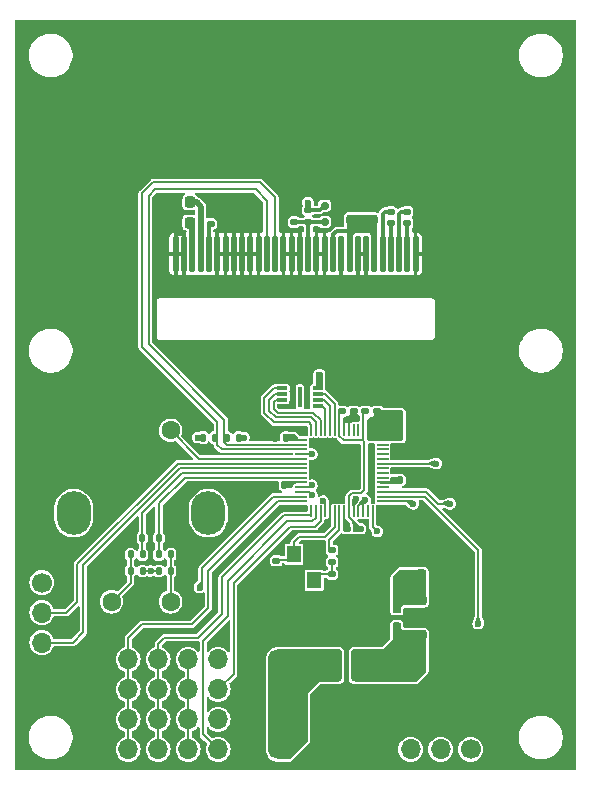
<source format=gbr>
%TF.GenerationSoftware,KiCad,Pcbnew,8.0.1*%
%TF.CreationDate,2024-04-03T11:04:11+02:00*%
%TF.ProjectId,dcload-interface-board,64636c6f-6164-42d6-996e-746572666163,rev?*%
%TF.SameCoordinates,Original*%
%TF.FileFunction,Copper,L1,Top*%
%TF.FilePolarity,Positive*%
%FSLAX46Y46*%
G04 Gerber Fmt 4.6, Leading zero omitted, Abs format (unit mm)*
G04 Created by KiCad (PCBNEW 8.0.1) date 2024-04-03 11:04:11*
%MOMM*%
%LPD*%
G01*
G04 APERTURE LIST*
G04 Aperture macros list*
%AMRoundRect*
0 Rectangle with rounded corners*
0 $1 Rounding radius*
0 $2 $3 $4 $5 $6 $7 $8 $9 X,Y pos of 4 corners*
0 Add a 4 corners polygon primitive as box body*
4,1,4,$2,$3,$4,$5,$6,$7,$8,$9,$2,$3,0*
0 Add four circle primitives for the rounded corners*
1,1,$1+$1,$2,$3*
1,1,$1+$1,$4,$5*
1,1,$1+$1,$6,$7*
1,1,$1+$1,$8,$9*
0 Add four rect primitives between the rounded corners*
20,1,$1+$1,$2,$3,$4,$5,0*
20,1,$1+$1,$4,$5,$6,$7,0*
20,1,$1+$1,$6,$7,$8,$9,0*
20,1,$1+$1,$8,$9,$2,$3,0*%
G04 Aperture macros list end*
%TA.AperFunction,SMDPad,CuDef*%
%ADD10RoundRect,0.150000X0.200000X-0.150000X0.200000X0.150000X-0.200000X0.150000X-0.200000X-0.150000X0*%
%TD*%
%TA.AperFunction,SMDPad,CuDef*%
%ADD11RoundRect,0.125000X-0.125000X-1.375000X0.125000X-1.375000X0.125000X1.375000X-0.125000X1.375000X0*%
%TD*%
%TA.AperFunction,SMDPad,CuDef*%
%ADD12RoundRect,0.150000X-0.200000X0.150000X-0.200000X-0.150000X0.200000X-0.150000X0.200000X0.150000X0*%
%TD*%
%TA.AperFunction,SMDPad,CuDef*%
%ADD13RoundRect,0.140000X0.140000X0.170000X-0.140000X0.170000X-0.140000X-0.170000X0.140000X-0.170000X0*%
%TD*%
%TA.AperFunction,SMDPad,CuDef*%
%ADD14RoundRect,0.140000X-0.170000X0.140000X-0.170000X-0.140000X0.170000X-0.140000X0.170000X0.140000X0*%
%TD*%
%TA.AperFunction,SMDPad,CuDef*%
%ADD15RoundRect,0.225000X0.250000X-0.225000X0.250000X0.225000X-0.250000X0.225000X-0.250000X-0.225000X0*%
%TD*%
%TA.AperFunction,SMDPad,CuDef*%
%ADD16RoundRect,0.140000X0.170000X-0.140000X0.170000X0.140000X-0.170000X0.140000X-0.170000X-0.140000X0*%
%TD*%
%TA.AperFunction,SMDPad,CuDef*%
%ADD17RoundRect,0.140000X-0.140000X-0.170000X0.140000X-0.170000X0.140000X0.170000X-0.140000X0.170000X0*%
%TD*%
%TA.AperFunction,SMDPad,CuDef*%
%ADD18RoundRect,0.135000X0.135000X0.185000X-0.135000X0.185000X-0.135000X-0.185000X0.135000X-0.185000X0*%
%TD*%
%TA.AperFunction,SMDPad,CuDef*%
%ADD19RoundRect,0.225000X-0.250000X0.225000X-0.250000X-0.225000X0.250000X-0.225000X0.250000X0.225000X0*%
%TD*%
%TA.AperFunction,SMDPad,CuDef*%
%ADD20RoundRect,0.135000X0.185000X-0.135000X0.185000X0.135000X-0.185000X0.135000X-0.185000X-0.135000X0*%
%TD*%
%TA.AperFunction,ComponentPad*%
%ADD21C,1.700000*%
%TD*%
%TA.AperFunction,ComponentPad*%
%ADD22O,1.700000X1.700000*%
%TD*%
%TA.AperFunction,SMDPad,CuDef*%
%ADD23RoundRect,0.020000X-0.430000X-0.080000X0.430000X-0.080000X0.430000X0.080000X-0.430000X0.080000X0*%
%TD*%
%TA.AperFunction,SMDPad,CuDef*%
%ADD24RoundRect,0.020000X0.080000X-0.430000X0.080000X0.430000X-0.080000X0.430000X-0.080000X-0.430000X0*%
%TD*%
%TA.AperFunction,SMDPad,CuDef*%
%ADD25RoundRect,0.096000X-1.504000X-1.504000X1.504000X-1.504000X1.504000X1.504000X-1.504000X1.504000X0*%
%TD*%
%TA.AperFunction,SMDPad,CuDef*%
%ADD26RoundRect,0.135000X-0.135000X-0.185000X0.135000X-0.185000X0.135000X0.185000X-0.135000X0.185000X0*%
%TD*%
%TA.AperFunction,SMDPad,CuDef*%
%ADD27RoundRect,0.225000X0.225000X0.250000X-0.225000X0.250000X-0.225000X-0.250000X0.225000X-0.250000X0*%
%TD*%
%TA.AperFunction,SMDPad,CuDef*%
%ADD28RoundRect,0.135000X-0.185000X0.135000X-0.185000X-0.135000X0.185000X-0.135000X0.185000X0.135000X0*%
%TD*%
%TA.AperFunction,SMDPad,CuDef*%
%ADD29R,1.200000X1.400000*%
%TD*%
%TA.AperFunction,SMDPad,CuDef*%
%ADD30RoundRect,0.225000X-0.225000X-0.250000X0.225000X-0.250000X0.225000X0.250000X-0.225000X0.250000X0*%
%TD*%
%TA.AperFunction,SMDPad,CuDef*%
%ADD31RoundRect,0.200000X-0.200000X-0.275000X0.200000X-0.275000X0.200000X0.275000X-0.200000X0.275000X0*%
%TD*%
%TA.AperFunction,SMDPad,CuDef*%
%ADD32RoundRect,0.075000X-0.375000X-0.075000X0.375000X-0.075000X0.375000X0.075000X-0.375000X0.075000X0*%
%TD*%
%TA.AperFunction,SMDPad,CuDef*%
%ADD33R,0.300000X1.700000*%
%TD*%
%TA.AperFunction,SMDPad,CuDef*%
%ADD34RoundRect,0.225000X-0.425000X-0.225000X0.425000X-0.225000X0.425000X0.225000X-0.425000X0.225000X0*%
%TD*%
%TA.AperFunction,SMDPad,CuDef*%
%ADD35RoundRect,0.433250X-1.129250X-0.433250X1.129250X-0.433250X1.129250X0.433250X-1.129250X0.433250X0*%
%TD*%
%TA.AperFunction,SMDPad,CuDef*%
%ADD36RoundRect,0.225000X-0.668750X-0.225000X0.668750X-0.225000X0.668750X0.225000X-0.668750X0.225000X0*%
%TD*%
%TA.AperFunction,ComponentPad*%
%ADD37O,2.900000X3.700000*%
%TD*%
%TA.AperFunction,ComponentPad*%
%ADD38C,1.600000*%
%TD*%
%TA.AperFunction,ViaPad*%
%ADD39C,0.600000*%
%TD*%
%TA.AperFunction,ViaPad*%
%ADD40C,0.800000*%
%TD*%
%TA.AperFunction,Conductor*%
%ADD41C,0.200000*%
%TD*%
%TA.AperFunction,Conductor*%
%ADD42C,0.350000*%
%TD*%
%TA.AperFunction,Conductor*%
%ADD43C,0.500000*%
%TD*%
%TA.AperFunction,Conductor*%
%ADD44C,0.300000*%
%TD*%
G04 APERTURE END LIST*
D10*
%TO.P,D300,1,K*%
%TO.N,+3V3*%
X126450000Y-65970000D03*
%TO.P,D300,2,A*%
%TO.N,Net-(D300-A)*%
X126450000Y-67370000D03*
%TD*%
D11*
%TO.P,U300,1,NC*%
%TO.N,GND*%
X134150000Y-70050000D03*
%TO.P,U300,2,C1N*%
%TO.N,Net-(U300-C1N)*%
X133450000Y-70050000D03*
%TO.P,U300,3,C1P*%
%TO.N,Net-(U300-C1P)*%
X132750000Y-70050000D03*
%TO.P,U300,4,C2P*%
%TO.N,Net-(U300-C2P)*%
X132050000Y-70050000D03*
%TO.P,U300,5,C2N*%
%TO.N,Net-(U300-C2N)*%
X131350000Y-70050000D03*
%TO.P,U300,6,VDD*%
%TO.N,+3V3*%
X130650000Y-70050000D03*
%TO.P,U300,7,NC*%
%TO.N,GND*%
X129950000Y-70050000D03*
%TO.P,U300,8,VSS*%
X129250000Y-70050000D03*
%TO.P,U300,9,VDD*%
%TO.N,+3V3*%
X128550000Y-70050000D03*
%TO.P,U300,10,IM0*%
%TO.N,GND*%
X127850000Y-70050000D03*
%TO.P,U300,11,IM1*%
%TO.N,+3V3*%
X127150000Y-70050000D03*
%TO.P,U300,12,IM2*%
%TO.N,GND*%
X126450000Y-70050000D03*
%TO.P,U300,13,CSB*%
X125750000Y-70050000D03*
%TO.P,U300,14,RESB*%
%TO.N,Net-(D300-A)*%
X125050000Y-70050000D03*
%TO.P,U300,15,A0*%
%TO.N,GND*%
X124350000Y-70050000D03*
%TO.P,U300,16,WRB*%
X123650000Y-70050000D03*
%TO.P,U300,17,RDB*%
X122950000Y-70050000D03*
%TO.P,U300,18,D0*%
%TO.N,/2. MCU/DISPLAY_SCL*%
X122250000Y-70050000D03*
%TO.P,U300,19,D1*%
%TO.N,/2. MCU/DISPLAY_SDA*%
X121550000Y-70050000D03*
%TO.P,U300,20,D2*%
%TO.N,GND*%
X120850000Y-70050000D03*
%TO.P,U300,21,D3*%
X120150000Y-70050000D03*
%TO.P,U300,22,D4*%
X119450000Y-70050000D03*
%TO.P,U300,23,D5*%
X118750000Y-70050000D03*
%TO.P,U300,24,D6*%
X118050000Y-70050000D03*
%TO.P,U300,25,D7*%
X117350000Y-70050000D03*
%TO.P,U300,26,IREF*%
%TO.N,Net-(U300-IREF)*%
X116650000Y-70050000D03*
%TO.P,U300,27,VCOMH*%
%TO.N,Net-(U300-VCOMH)*%
X115950000Y-70050000D03*
%TO.P,U300,28,VPP*%
%TO.N,Net-(U300-VPP)*%
X115250000Y-70050000D03*
%TO.P,U300,29,VSL*%
%TO.N,GND*%
X114550000Y-70050000D03*
%TO.P,U300,30,NC*%
X113850000Y-70050000D03*
%TD*%
D12*
%TO.P,D100,1,K*%
%TO.N,+12V*%
X132550000Y-101550000D03*
%TO.P,D100,2,A*%
%TO.N,+3V3*%
X132550000Y-100150000D03*
%TD*%
D13*
%TO.P,C204,1*%
%TO.N,+3V3*%
X123030000Y-89610000D03*
%TO.P,C204,2*%
%TO.N,GND*%
X122070000Y-89610000D03*
%TD*%
D14*
%TO.P,C304,1*%
%TO.N,Net-(U300-C1P)*%
X133450000Y-66470000D03*
%TO.P,C304,2*%
%TO.N,Net-(U300-C1N)*%
X133450000Y-67430000D03*
%TD*%
D15*
%TO.P,C300,1*%
%TO.N,+3V3*%
X130420000Y-67175000D03*
%TO.P,C300,2*%
%TO.N,GND*%
X130420000Y-65625000D03*
%TD*%
D16*
%TO.P,C200,1*%
%TO.N,+3V3*%
X130900000Y-83380000D03*
%TO.P,C200,2*%
%TO.N,GND*%
X130900000Y-82420000D03*
%TD*%
D17*
%TO.P,C207,1*%
%TO.N,+3V3*%
X132820000Y-84600000D03*
%TO.P,C207,2*%
%TO.N,GND*%
X133780000Y-84600000D03*
%TD*%
D18*
%TO.P,R500,1*%
%TO.N,Net-(R500-Pad1)*%
X113410000Y-96900000D03*
%TO.P,R500,2*%
%TO.N,+3V3*%
X112390000Y-96900000D03*
%TD*%
D16*
%TO.P,C209,1*%
%TO.N,+1V1*%
X129900000Y-83380000D03*
%TO.P,C209,2*%
%TO.N,GND*%
X129900000Y-82420000D03*
%TD*%
D19*
%TO.P,C101,1*%
%TO.N,+12V*%
X129200000Y-105825000D03*
%TO.P,C101,2*%
%TO.N,GND*%
X129200000Y-107375000D03*
%TD*%
D20*
%TO.P,R300,1*%
%TO.N,Net-(D300-A)*%
X125050000Y-67370000D03*
%TO.P,R300,2*%
%TO.N,+3V3*%
X125050000Y-66350000D03*
%TD*%
D13*
%TO.P,C203,1*%
%TO.N,+3V3*%
X123180000Y-85600000D03*
%TO.P,C203,2*%
%TO.N,GND*%
X122220000Y-85600000D03*
%TD*%
D14*
%TO.P,C213,1*%
%TO.N,/2. MCU/XIN*%
X122350000Y-96020000D03*
%TO.P,C213,2*%
%TO.N,GND*%
X122350000Y-96980000D03*
%TD*%
D19*
%TO.P,C100,1*%
%TO.N,VCC*%
X127400000Y-105825000D03*
%TO.P,C100,2*%
%TO.N,GND*%
X127400000Y-107375000D03*
%TD*%
D21*
%TO.P,J100,1,Pin_1*%
%TO.N,VCC*%
X122500000Y-112000000D03*
D22*
%TO.P,J100,2,Pin_2*%
%TO.N,GND*%
X119960000Y-112000000D03*
%TO.P,J100,3,Pin_3*%
%TO.N,/CMD_SS_0*%
X117420000Y-112000000D03*
%TO.P,J100,4,Pin_4*%
%TO.N,/CMD_CLK*%
X114880000Y-112000000D03*
%TO.P,J100,5,Pin_5*%
%TO.N,/CMD_MISO*%
X112340000Y-112000000D03*
%TO.P,J100,6,Pin_6*%
%TO.N,/CMD_MOSI*%
X109800000Y-112000000D03*
%TD*%
D17*
%TO.P,C201,1*%
%TO.N,+3V3*%
X132820000Y-85590000D03*
%TO.P,C201,2*%
%TO.N,GND*%
X133780000Y-85590000D03*
%TD*%
D23*
%TO.P,U200,1,IOVDD*%
%TO.N,+3V3*%
X124450000Y-85800000D03*
%TO.P,U200,2,GPIO0*%
%TO.N,/2. MCU/DISPLAY_SDA*%
X124450000Y-86200000D03*
%TO.P,U200,3,GPIO1*%
%TO.N,/2. MCU/DISPLAY_SCL*%
X124450000Y-86600000D03*
%TO.P,U200,4,GPIO2*%
%TO.N,/2. MCU/KEY_SET*%
X124450000Y-87000000D03*
%TO.P,U200,5,GPIO3*%
%TO.N,/2. MCU/ENCODER_KEY*%
X124450000Y-87400000D03*
%TO.P,U200,6,GPIO4*%
%TO.N,/2. MCU/UART_TX*%
X124450000Y-87800000D03*
%TO.P,U200,7,GPIO5*%
%TO.N,/2. MCU/UART_RX*%
X124450000Y-88200000D03*
%TO.P,U200,8,GPIO6*%
%TO.N,/2. MCU/ENCODER_B*%
X124450000Y-88600000D03*
%TO.P,U200,9,GPIO7*%
%TO.N,/2. MCU/ENCODER_A*%
X124450000Y-89000000D03*
%TO.P,U200,10,IOVDD*%
%TO.N,+3V3*%
X124450000Y-89400000D03*
%TO.P,U200,11,GPIO8*%
%TO.N,/CMD_SS_3*%
X124450000Y-89800000D03*
%TO.P,U200,12,GPIO9*%
%TO.N,/CMD_SS_1*%
X124450000Y-90200000D03*
%TO.P,U200,13,GPIO10*%
%TO.N,/CMD_CLK*%
X124450000Y-90600000D03*
%TO.P,U200,14,GPIO11*%
%TO.N,/CMD_MOSI*%
X124450000Y-91000000D03*
D24*
%TO.P,U200,15,GPIO12*%
%TO.N,/CMD_MISO*%
X125300000Y-91850000D03*
%TO.P,U200,16,GPIO13*%
%TO.N,/CMD_SS_0*%
X125700000Y-91850000D03*
%TO.P,U200,17,GPIO14*%
%TO.N,/CMD_SS_2*%
X126100000Y-91850000D03*
%TO.P,U200,18,GPIO15*%
%TO.N,/2. MCU/KEY_EN*%
X126500000Y-91850000D03*
%TO.P,U200,19,TESTEN*%
%TO.N,GND*%
X126900000Y-91850000D03*
%TO.P,U200,20,XIN*%
%TO.N,/2. MCU/XIN*%
X127300000Y-91850000D03*
%TO.P,U200,21,XOUT*%
%TO.N,/2. MCU/XOUT*%
X127700000Y-91850000D03*
%TO.P,U200,22,IOVDD*%
%TO.N,+3V3*%
X128100000Y-91850000D03*
%TO.P,U200,23,DVDD*%
%TO.N,+1V1*%
X128500000Y-91850000D03*
%TO.P,U200,24,SWCLK*%
%TO.N,/2. MCU/SWCLK*%
X128900000Y-91850000D03*
%TO.P,U200,25,SWDIO*%
%TO.N,/2. MCU/SWDIO*%
X129300000Y-91850000D03*
%TO.P,U200,26,RUN*%
%TO.N,unconnected-(U200-RUN-Pad26)*%
X129700000Y-91850000D03*
%TO.P,U200,27,GPIO16*%
%TO.N,unconnected-(U200-GPIO16-Pad27)*%
X130100000Y-91850000D03*
%TO.P,U200,28,GPIO17*%
%TO.N,/2. MCU/EN_LED*%
X130500000Y-91850000D03*
D23*
%TO.P,U200,29,GPIO18*%
%TO.N,/2. MCU/KEY_SEQ_EN*%
X131350000Y-91000000D03*
%TO.P,U200,30,GPIO19*%
%TO.N,/2. MCU/KEY_MENU*%
X131350000Y-90600000D03*
%TO.P,U200,31,GPIO20*%
%TO.N,/2. MCU/KEY_SEQ*%
X131350000Y-90200000D03*
%TO.P,U200,32,GPIO21*%
%TO.N,unconnected-(U200-GPIO21-Pad32)*%
X131350000Y-89800000D03*
%TO.P,U200,33,IOVDD*%
%TO.N,+3V3*%
X131350000Y-89400000D03*
%TO.P,U200,34,GPIO22*%
%TO.N,unconnected-(U200-GPIO22-Pad34)*%
X131350000Y-89000000D03*
%TO.P,U200,35,GPIO23*%
%TO.N,unconnected-(U200-GPIO23-Pad35)*%
X131350000Y-88600000D03*
%TO.P,U200,36,GPIO24*%
%TO.N,unconnected-(U200-GPIO24-Pad36)*%
X131350000Y-88200000D03*
%TO.P,U200,37,GPIO25*%
%TO.N,/2. MCU/KEY_MODE*%
X131350000Y-87800000D03*
%TO.P,U200,38,GPIO26/ADC0*%
%TO.N,unconnected-(U200-GPIO26{slash}ADC0-Pad38)*%
X131350000Y-87400000D03*
%TO.P,U200,39,GPIO27/ADC1*%
%TO.N,unconnected-(U200-GPIO27{slash}ADC1-Pad39)*%
X131350000Y-87000000D03*
%TO.P,U200,40,GPIO28/ADC2*%
%TO.N,unconnected-(U200-GPIO28{slash}ADC2-Pad40)*%
X131350000Y-86600000D03*
%TO.P,U200,41,GPIO29/ADC3*%
%TO.N,unconnected-(U200-GPIO29{slash}ADC3-Pad41)*%
X131350000Y-86200000D03*
%TO.P,U200,42,IOVDD*%
%TO.N,+3V3*%
X131350000Y-85800000D03*
D24*
%TO.P,U200,43,ADC_AVDD*%
X130500000Y-84950000D03*
%TO.P,U200,44,VREG_VIN*%
X130100000Y-84950000D03*
%TO.P,U200,45,VREG_OUT*%
%TO.N,+1V1*%
X129700000Y-84950000D03*
%TO.P,U200,46,USB_DM*%
%TO.N,unconnected-(U200-USB_DM-Pad46)*%
X129300000Y-84950000D03*
%TO.P,U200,47,USB_DP*%
%TO.N,unconnected-(U200-USB_DP-Pad47)*%
X128900000Y-84950000D03*
%TO.P,U200,48,USB_VDD*%
%TO.N,+3V3*%
X128500000Y-84950000D03*
%TO.P,U200,49,IOVDD*%
X128100000Y-84950000D03*
%TO.P,U200,50,DVDD*%
%TO.N,+1V1*%
X127700000Y-84950000D03*
%TO.P,U200,51,QSPI_SD3*%
%TO.N,/2. MCU/QSPI_SD3*%
X127300000Y-84950000D03*
%TO.P,U200,52,QSPI_SCLK*%
%TO.N,/2. MCU/QSPI_SCLK*%
X126900000Y-84950000D03*
%TO.P,U200,53,QSPI_SD0*%
%TO.N,/2. MCU/QSPI_SD0*%
X126500000Y-84950000D03*
%TO.P,U200,54,QSPI_SD2*%
%TO.N,/2. MCU/QSPI_SD2*%
X126100000Y-84950000D03*
%TO.P,U200,55,QSPI_SD1*%
%TO.N,/2. MCU/QSPI_SD1*%
X125700000Y-84950000D03*
%TO.P,U200,56,QSPI_SS_N*%
%TO.N,/2. MCU/QSPI_SS*%
X125300000Y-84950000D03*
D25*
%TO.P,U200,57,GND*%
%TO.N,GND*%
X127900000Y-88400000D03*
%TD*%
D26*
%TO.P,R501,1*%
%TO.N,/2. MCU/ENCODER_A*%
X112390000Y-95500000D03*
%TO.P,R501,2*%
%TO.N,Net-(R500-Pad1)*%
X113410000Y-95500000D03*
%TD*%
D27*
%TO.P,C303,1*%
%TO.N,Net-(U300-VCOMH)*%
X115055000Y-65700000D03*
%TO.P,C303,2*%
%TO.N,GND*%
X113505000Y-65700000D03*
%TD*%
D14*
%TO.P,C212,1*%
%TO.N,Net-(C212-Pad1)*%
X127070000Y-97160000D03*
%TO.P,C212,2*%
%TO.N,GND*%
X127070000Y-98120000D03*
%TD*%
D16*
%TO.P,C305,1*%
%TO.N,Net-(U300-C2P)*%
X132050000Y-67430000D03*
%TO.P,C305,2*%
%TO.N,Net-(U300-C2N)*%
X132050000Y-66470000D03*
%TD*%
D26*
%TO.P,R502,1*%
%TO.N,Net-(R502-Pad1)*%
X110010000Y-96900000D03*
%TO.P,R502,2*%
%TO.N,+3V3*%
X111030000Y-96900000D03*
%TD*%
D28*
%TO.P,R301,1*%
%TO.N,GND*%
X116800000Y-66490000D03*
%TO.P,R301,2*%
%TO.N,Net-(U300-IREF)*%
X116800000Y-67510000D03*
%TD*%
D13*
%TO.P,C501,1*%
%TO.N,/2. MCU/ENCODER_B*%
X111000000Y-94100000D03*
%TO.P,C501,2*%
%TO.N,GND*%
X110040000Y-94100000D03*
%TD*%
D29*
%TO.P,Y200,1,1*%
%TO.N,Net-(C212-Pad1)*%
X125550000Y-97700000D03*
%TO.P,Y200,2,2*%
%TO.N,GND*%
X125550000Y-95500000D03*
%TO.P,Y200,3,3*%
%TO.N,/2. MCU/XIN*%
X123850000Y-95500000D03*
%TO.P,Y200,4,4*%
%TO.N,GND*%
X123850000Y-97700000D03*
%TD*%
D28*
%TO.P,R200,1*%
%TO.N,/2. MCU/XOUT*%
X127070000Y-95130000D03*
%TO.P,R200,2*%
%TO.N,Net-(C212-Pad1)*%
X127070000Y-96150000D03*
%TD*%
D30*
%TO.P,C103,1*%
%TO.N,+3V3*%
X134600000Y-97250000D03*
%TO.P,C103,2*%
%TO.N,GND*%
X136150000Y-97250000D03*
%TD*%
D17*
%TO.P,C208,1*%
%TO.N,+3V3*%
X132820000Y-83600000D03*
%TO.P,C208,2*%
%TO.N,GND*%
X133780000Y-83600000D03*
%TD*%
D27*
%TO.P,C302,1*%
%TO.N,Net-(U300-VPP)*%
X115055000Y-67400000D03*
%TO.P,C302,2*%
%TO.N,GND*%
X113505000Y-67400000D03*
%TD*%
D14*
%TO.P,C205,1*%
%TO.N,+3V3*%
X128300000Y-93320000D03*
%TO.P,C205,2*%
%TO.N,GND*%
X128300000Y-94280000D03*
%TD*%
D31*
%TO.P,L100,1,1*%
%TO.N,VCC*%
X127475000Y-104000000D03*
%TO.P,L100,2,2*%
%TO.N,+12V*%
X129125000Y-104000000D03*
%TD*%
D13*
%TO.P,C214,1*%
%TO.N,+3V3*%
X126015000Y-80350000D03*
%TO.P,C214,2*%
%TO.N,GND*%
X125055000Y-80350000D03*
%TD*%
D26*
%TO.P,R503,1*%
%TO.N,Net-(R502-Pad1)*%
X110010000Y-95500000D03*
%TO.P,R503,2*%
%TO.N,/2. MCU/ENCODER_B*%
X111030000Y-95500000D03*
%TD*%
D21*
%TO.P,J102,1,Pin_1*%
%TO.N,VCC*%
X122500000Y-106920000D03*
D22*
%TO.P,J102,2,Pin_2*%
%TO.N,GND*%
X119960000Y-106920000D03*
%TO.P,J102,3,Pin_3*%
%TO.N,/CMD_SS_2*%
X117420000Y-106920000D03*
%TO.P,J102,4,Pin_4*%
%TO.N,/CMD_CLK*%
X114880000Y-106920000D03*
%TO.P,J102,5,Pin_5*%
%TO.N,/CMD_MISO*%
X112340000Y-106920000D03*
%TO.P,J102,6,Pin_6*%
%TO.N,/CMD_MOSI*%
X109800000Y-106920000D03*
%TD*%
D17*
%TO.P,C500,1*%
%TO.N,/2. MCU/ENCODER_A*%
X112420000Y-94100000D03*
%TO.P,C500,2*%
%TO.N,GND*%
X113380000Y-94100000D03*
%TD*%
D14*
%TO.P,C211,1*%
%TO.N,+1V1*%
X129400000Y-93320000D03*
%TO.P,C211,2*%
%TO.N,GND*%
X129400000Y-94280000D03*
%TD*%
D21*
%TO.P,J200,1,Pin_1*%
%TO.N,+3V3*%
X138800000Y-112000000D03*
D22*
%TO.P,J200,2,Pin_2*%
%TO.N,/2. MCU/SWDIO*%
X136260000Y-112000000D03*
%TO.P,J200,3,Pin_3*%
%TO.N,/2. MCU/SWCLK*%
X133720000Y-112000000D03*
%TO.P,J200,4,Pin_4*%
%TO.N,GND*%
X131180000Y-112000000D03*
%TD*%
D16*
%TO.P,C306,1*%
%TO.N,Net-(D300-A)*%
X123850000Y-67350000D03*
%TO.P,C306,2*%
%TO.N,GND*%
X123850000Y-66390000D03*
%TD*%
D30*
%TO.P,C102,1*%
%TO.N,+12V*%
X134600000Y-104450000D03*
%TO.P,C102,2*%
%TO.N,GND*%
X136150000Y-104450000D03*
%TD*%
D21*
%TO.P,J101,1,Pin_1*%
%TO.N,VCC*%
X122500000Y-109460000D03*
D22*
%TO.P,J101,2,Pin_2*%
%TO.N,GND*%
X119960000Y-109460000D03*
%TO.P,J101,3,Pin_3*%
%TO.N,/CMD_SS_1*%
X117420000Y-109460000D03*
%TO.P,J101,4,Pin_4*%
%TO.N,/CMD_CLK*%
X114880000Y-109460000D03*
%TO.P,J101,5,Pin_5*%
%TO.N,/CMD_MISO*%
X112340000Y-109460000D03*
%TO.P,J101,6,Pin_6*%
%TO.N,/CMD_MOSI*%
X109800000Y-109460000D03*
%TD*%
D32*
%TO.P,U201,1,~{CS}*%
%TO.N,/2. MCU/QSPI_SS*%
X122850000Y-81400000D03*
%TO.P,U201,2,DO_IO1*%
%TO.N,/2. MCU/QSPI_SD1*%
X122850000Y-81900000D03*
%TO.P,U201,3,~{WP}_IO2*%
%TO.N,/2. MCU/QSPI_SD2*%
X122850000Y-82400000D03*
%TO.P,U201,4,GND*%
%TO.N,GND*%
X122850000Y-82900000D03*
%TO.P,U201,5,DI_IO0*%
%TO.N,/2. MCU/QSPI_SD0*%
X125850000Y-82900000D03*
%TO.P,U201,6,CLK*%
%TO.N,/2. MCU/QSPI_SCLK*%
X125850000Y-82400000D03*
%TO.P,U201,7,~{HOLD}_IO3*%
%TO.N,/2. MCU/QSPI_SD3*%
X125850000Y-81900000D03*
%TO.P,U201,8,VCC*%
%TO.N,+3V3*%
X125850000Y-81400000D03*
D33*
%TO.P,U201,9,PAD*%
%TO.N,unconnected-(U201-PAD-Pad9)*%
X124350000Y-82150000D03*
%TD*%
D26*
%TO.P,R303,1*%
%TO.N,/2. MCU/DISPLAY_SDA*%
X118140000Y-85600000D03*
%TO.P,R303,2*%
%TO.N,+3V3*%
X119160000Y-85600000D03*
%TD*%
D21*
%TO.P,J103,1,Pin_1*%
%TO.N,VCC*%
X122500000Y-104380000D03*
D22*
%TO.P,J103,2,Pin_2*%
%TO.N,GND*%
X119960000Y-104380000D03*
%TO.P,J103,3,Pin_3*%
%TO.N,/CMD_SS_3*%
X117420000Y-104380000D03*
%TO.P,J103,4,Pin_4*%
%TO.N,/CMD_CLK*%
X114880000Y-104380000D03*
%TO.P,J103,5,Pin_5*%
%TO.N,/CMD_MISO*%
X112340000Y-104380000D03*
%TO.P,J103,6,Pin_6*%
%TO.N,/CMD_MOSI*%
X109800000Y-104380000D03*
%TD*%
D18*
%TO.P,R302,1*%
%TO.N,/2. MCU/DISPLAY_SCL*%
X117160000Y-85600000D03*
%TO.P,R302,2*%
%TO.N,+3V3*%
X116140000Y-85600000D03*
%TD*%
D34*
%TO.P,U100,1,VOUT*%
%TO.N,+3V3*%
X134406250Y-99350000D03*
D35*
%TO.P,U100,2,GND*%
%TO.N,GND*%
X136793750Y-100850000D03*
D36*
X134650000Y-100850000D03*
D34*
%TO.P,U100,3,VIN*%
%TO.N,+12V*%
X134406250Y-102350000D03*
%TD*%
D21*
%TO.P,J201,1,Pin_1*%
%TO.N,+3V3*%
X102500000Y-97880000D03*
D22*
%TO.P,J201,2,Pin_2*%
%TO.N,/2. MCU/UART_TX*%
X102500000Y-100420000D03*
%TO.P,J201,3,Pin_3*%
%TO.N,/2. MCU/UART_RX*%
X102500000Y-102960000D03*
%TO.P,J201,4,Pin_4*%
%TO.N,GND*%
X102500000Y-105500000D03*
%TD*%
D16*
%TO.P,C202,1*%
%TO.N,+3V3*%
X128900000Y-83380000D03*
%TO.P,C202,2*%
%TO.N,GND*%
X128900000Y-82420000D03*
%TD*%
%TO.P,C210,1*%
%TO.N,+1V1*%
X127900000Y-83380000D03*
%TO.P,C210,2*%
%TO.N,GND*%
X127900000Y-82420000D03*
%TD*%
D17*
%TO.P,C206,1*%
%TO.N,+3V3*%
X132820000Y-89200000D03*
%TO.P,C206,2*%
%TO.N,GND*%
X133780000Y-89200000D03*
%TD*%
D15*
%TO.P,C301,1*%
%TO.N,+3V3*%
X128780000Y-67175000D03*
%TO.P,C301,2*%
%TO.N,GND*%
X128780000Y-65625000D03*
%TD*%
D37*
%TO.P,SW506,1*%
%TO.N,N/C*%
X105200000Y-92000000D03*
X116600000Y-92000000D03*
D38*
%TO.P,SW506,A,A*%
%TO.N,Net-(R500-Pad1)*%
X113400000Y-99500000D03*
%TO.P,SW506,B,B*%
%TO.N,Net-(R502-Pad1)*%
X108400000Y-99500000D03*
%TO.P,SW506,C,C*%
%TO.N,GND*%
X110900000Y-99500000D03*
%TO.P,SW506,S1,S1*%
%TO.N,/2. MCU/ENCODER_KEY*%
X113400000Y-85000000D03*
%TO.P,SW506,S2,S2*%
%TO.N,GND*%
X108400000Y-85000000D03*
%TD*%
D39*
%TO.N,GND*%
X105000000Y-68000000D03*
X145000000Y-68000000D03*
X125000000Y-58000000D03*
X145000000Y-58000000D03*
X105000000Y-58000000D03*
%TO.N,+3V3*%
X130825000Y-84125000D03*
X115700000Y-85600000D03*
X123700000Y-85600000D03*
X123550000Y-89600000D03*
X119600000Y-85600000D03*
X132300000Y-89200000D03*
X126000000Y-80975000D03*
X128700000Y-67929283D03*
X132125000Y-84600000D03*
X130500000Y-67950000D03*
X128300000Y-93000000D03*
X129600000Y-67950000D03*
X129100000Y-84000000D03*
X131300000Y-85100000D03*
D40*
X134400000Y-98350000D03*
X133000000Y-98150000D03*
X133000000Y-99200000D03*
D39*
X111710000Y-96900000D03*
X129600000Y-67100000D03*
X128300000Y-84130879D03*
X132125000Y-83675000D03*
X125050000Y-65720000D03*
X132110000Y-85600000D03*
%TO.N,GND*%
X112580000Y-65700000D03*
X134400000Y-83550000D03*
X128300000Y-107350000D03*
X128780000Y-64850000D03*
X109400000Y-94100000D03*
X135850000Y-102350000D03*
X107500000Y-108000000D03*
X121600000Y-89600000D03*
X112600000Y-67400000D03*
X123850000Y-65720000D03*
X114550000Y-72150000D03*
X127900000Y-88400000D03*
X107500000Y-113000000D03*
X129000000Y-97000000D03*
X121600000Y-84800000D03*
X136200000Y-96250000D03*
X113850000Y-72150000D03*
X128900000Y-81900000D03*
X117350000Y-102800000D03*
X116800000Y-65850000D03*
X114000000Y-94100000D03*
X112580000Y-66550000D03*
X123700000Y-82750000D03*
X128900000Y-87400000D03*
X129250000Y-72150000D03*
X107500000Y-103000000D03*
X128000000Y-79000000D03*
X128290000Y-94800000D03*
X124400000Y-98900000D03*
X120000000Y-90000000D03*
X140000000Y-105500000D03*
X126650000Y-92900000D03*
X120000000Y-98000000D03*
X126750000Y-89600000D03*
X124860000Y-80975000D03*
X122000000Y-79000000D03*
X116000000Y-79000000D03*
X123250000Y-98900000D03*
X134000000Y-79000000D03*
X128900000Y-89400000D03*
X130400000Y-90200000D03*
X126800000Y-98800000D03*
X130050000Y-107350000D03*
X102500000Y-83000000D03*
X137000000Y-104450000D03*
X126900000Y-87400000D03*
X127890000Y-81900000D03*
X111700000Y-92250000D03*
X130400000Y-86400000D03*
X121700000Y-97000000D03*
X102500000Y-95500000D03*
X135000000Y-95000000D03*
X102500000Y-89000000D03*
X129600000Y-64850000D03*
X136650000Y-103200000D03*
X114200000Y-68250000D03*
X134300000Y-89200000D03*
X129950000Y-72150000D03*
X130420000Y-64850000D03*
X129900000Y-81900000D03*
X134400000Y-84450000D03*
X126200000Y-94700000D03*
X137000000Y-97050000D03*
X130910000Y-81900000D03*
X129400000Y-94800000D03*
X137950000Y-102700000D03*
%TO.N,/2. MCU/SWDIO*%
X129900000Y-90900000D03*
%TO.N,/2. MCU/SWCLK*%
X129059792Y-90834792D03*
%TO.N,/2. MCU/KEY_SET*%
X125350000Y-87000000D03*
%TO.N,/2. MCU/KEY_SEQ*%
X137050000Y-91200000D03*
%TO.N,/2. MCU/KEY_SEQ_EN*%
X133950000Y-91200000D03*
%TO.N,/2. MCU/KEY_MENU*%
X139450000Y-101350000D03*
%TO.N,/CMD_CLK*%
X115850000Y-98300000D03*
%TO.N,/CMD_SS_1*%
X125350000Y-90450000D03*
%TO.N,/CMD_SS_3*%
X125350000Y-89650000D03*
%TO.N,/2. MCU/EN_LED*%
X130900000Y-93550000D03*
%TO.N,/2. MCU/KEY_MODE*%
X135900000Y-87800000D03*
%TO.N,/2. MCU/KEY_EN*%
X126307073Y-90991963D03*
%TD*%
D41*
%TO.N,+3V3*%
X123900000Y-85800000D02*
X123700000Y-85600000D01*
X128300000Y-93000000D02*
X128100000Y-92800000D01*
X111710000Y-96900000D02*
X111030000Y-96900000D01*
X123900000Y-89400000D02*
X123700000Y-89600000D01*
D42*
X128550000Y-68079283D02*
X128550000Y-70050000D01*
D43*
X125050000Y-65720000D02*
X125050000Y-66350000D01*
D41*
X126450000Y-65970000D02*
X126410000Y-65970000D01*
X132100000Y-89400000D02*
X132300000Y-89200000D01*
X131287500Y-89400000D02*
X132100000Y-89400000D01*
D42*
X130500000Y-67950000D02*
X130650000Y-68100000D01*
D41*
X128500000Y-84330879D02*
X128500000Y-85012500D01*
D44*
X126030000Y-66350000D02*
X125050000Y-66350000D01*
D41*
X128100000Y-84330879D02*
X128100000Y-85012500D01*
X126400000Y-65970000D02*
X126450000Y-65970000D01*
D44*
X127150000Y-70050000D02*
X127150000Y-68400000D01*
D41*
X128300000Y-84130879D02*
X128500000Y-84330879D01*
D42*
X130650000Y-68100000D02*
X130650000Y-70050000D01*
D41*
X124512500Y-85800000D02*
X123900000Y-85800000D01*
D43*
X116140000Y-85600000D02*
X115700000Y-85600000D01*
D44*
X128750000Y-68100000D02*
X128850000Y-68000000D01*
D41*
X111710000Y-96900000D02*
X112390000Y-96900000D01*
D44*
X128850000Y-68000000D02*
X128850000Y-67175000D01*
D41*
X128100000Y-92800000D02*
X128100000Y-91787500D01*
D44*
X126410000Y-65970000D02*
X126030000Y-66350000D01*
X127450000Y-68100000D02*
X128750000Y-68100000D01*
D42*
X128700000Y-67929283D02*
X128550000Y-68079283D01*
D41*
X128300000Y-84130879D02*
X128100000Y-84330879D01*
D43*
X119160000Y-85600000D02*
X119600000Y-85600000D01*
D41*
X124512500Y-89400000D02*
X123900000Y-89400000D01*
D44*
X127150000Y-68400000D02*
X127450000Y-68100000D01*
%TO.N,GND*%
X122950500Y-82900000D02*
X123623498Y-82900000D01*
X123673498Y-82900000D02*
X123823498Y-82750000D01*
D42*
X114050000Y-68250000D02*
X114200000Y-68250000D01*
X114550000Y-72150000D02*
X114550000Y-70050000D01*
X114200000Y-68250000D02*
X114350000Y-68250000D01*
D43*
X123850000Y-66390000D02*
X123850000Y-65720000D01*
X133780000Y-89200000D02*
X134300000Y-89200000D01*
X122070000Y-89610000D02*
X121610000Y-89610000D01*
D42*
X113850000Y-70050000D02*
X113850000Y-68450000D01*
D43*
X116800000Y-66490000D02*
X116800000Y-65850000D01*
X110040000Y-94100000D02*
X109400000Y-94100000D01*
D42*
X113850000Y-68450000D02*
X114050000Y-68250000D01*
D43*
X113380000Y-94100000D02*
X114000000Y-94100000D01*
D42*
X114350000Y-68250000D02*
X114550000Y-68450000D01*
D43*
X121760000Y-89610000D02*
X121750000Y-89600000D01*
D42*
X129950000Y-72150000D02*
X129950000Y-70050000D01*
X113850000Y-72150000D02*
X113850000Y-70050000D01*
X129250000Y-72150000D02*
X129250000Y-70050000D01*
X114550000Y-68450000D02*
X114550000Y-70050000D01*
D41*
%TO.N,+1V1*%
X129400000Y-93250000D02*
X128500000Y-92350000D01*
X129400000Y-93320000D02*
X129400000Y-93250000D01*
X129700000Y-83580000D02*
X129900000Y-83380000D01*
X129800000Y-90050000D02*
X129800000Y-85950000D01*
X128500000Y-90550000D02*
X128750000Y-90300000D01*
X127700000Y-85500000D02*
X128050000Y-85850000D01*
X127900000Y-83380000D02*
X127700000Y-83580000D01*
X128500000Y-92350000D02*
X128500000Y-90550000D01*
X128750000Y-90300000D02*
X129550000Y-90300000D01*
X128050000Y-85850000D02*
X129700000Y-85850000D01*
X129800000Y-85950000D02*
X129700000Y-85850000D01*
X129550000Y-90300000D02*
X129800000Y-90050000D01*
X129700000Y-85850000D02*
X129700000Y-83580000D01*
X127700000Y-83580000D02*
X127700000Y-85500000D01*
%TO.N,/2. MCU/ENCODER_A*%
X112420000Y-95470000D02*
X112390000Y-95500000D01*
X112420000Y-94100000D02*
X112420000Y-95470000D01*
X112420000Y-94100000D02*
X112420000Y-91180000D01*
X114600000Y-89000000D02*
X124512500Y-89000000D01*
X112420000Y-91180000D02*
X114600000Y-89000000D01*
%TO.N,/2. MCU/ENCODER_B*%
X111000000Y-95470000D02*
X111030000Y-95500000D01*
X114400000Y-88600000D02*
X124512500Y-88600000D01*
X111000000Y-92000000D02*
X114400000Y-88600000D01*
X111000000Y-94100000D02*
X111000000Y-92000000D01*
X111000000Y-94100000D02*
X111000000Y-95470000D01*
D43*
%TO.N,Net-(U300-VPP)*%
X115250000Y-70050000D02*
X115250000Y-67675000D01*
D42*
X115250000Y-67675000D02*
X114975000Y-67400000D01*
D43*
%TO.N,Net-(U300-VCOMH)*%
X115950000Y-66050000D02*
X115600000Y-65700000D01*
X115950000Y-70050000D02*
X115950000Y-66050000D01*
X115600000Y-65700000D02*
X114975000Y-65700000D01*
D44*
%TO.N,Net-(U300-C1P)*%
X132750000Y-70050000D02*
X132750000Y-66650000D01*
X132750000Y-66650000D02*
X132930000Y-66470000D01*
X132930000Y-66470000D02*
X133450000Y-66470000D01*
%TO.N,Net-(U300-C1N)*%
X133450000Y-67430000D02*
X133450000Y-70050000D01*
%TO.N,Net-(U300-C2P)*%
X132050000Y-67430000D02*
X132050000Y-70050000D01*
%TO.N,Net-(U300-C2N)*%
X131350000Y-70050000D02*
X131350000Y-66650000D01*
X131350000Y-66650000D02*
X131530000Y-66470000D01*
X131530000Y-66470000D02*
X132050000Y-66470000D01*
D42*
%TO.N,Net-(D300-A)*%
X125050000Y-70050000D02*
X125050000Y-67650000D01*
D44*
X125030000Y-67350000D02*
X125050000Y-67370000D01*
X123850000Y-67350000D02*
X125030000Y-67350000D01*
X125050000Y-67370000D02*
X126450000Y-67370000D01*
D41*
%TO.N,/2. MCU/SWDIO*%
X129791369Y-90900000D02*
X129900000Y-90900000D01*
X129300000Y-91391369D02*
X129791369Y-90900000D01*
X129300000Y-91850000D02*
X129300000Y-91391369D01*
%TO.N,/2. MCU/SWCLK*%
X128900000Y-90994584D02*
X128900000Y-91850000D01*
X129059792Y-90834792D02*
X128900000Y-90994584D01*
%TO.N,/2. MCU/UART_TX*%
X105500000Y-99500000D02*
X104580000Y-100420000D01*
X104580000Y-100420000D02*
X102500000Y-100420000D01*
X114000000Y-87800000D02*
X105500000Y-96300000D01*
X105500000Y-96300000D02*
X105500000Y-99500000D01*
X124512500Y-87800000D02*
X114000000Y-87800000D01*
%TO.N,/2. MCU/UART_RX*%
X105140000Y-102960000D02*
X102500000Y-102960000D01*
X114200000Y-88200000D02*
X106000000Y-96400000D01*
X106000000Y-96400000D02*
X106000000Y-102100000D01*
X106000000Y-102100000D02*
X105140000Y-102960000D01*
X124512500Y-88200000D02*
X114200000Y-88200000D01*
%TO.N,/2. MCU/DISPLAY_SCL*%
X117750000Y-86600000D02*
X124512500Y-86600000D01*
X117350000Y-86200000D02*
X117750000Y-86600000D01*
X110970000Y-64930000D02*
X110970000Y-77920000D01*
X110970000Y-77920000D02*
X117350000Y-84300000D01*
X122250000Y-65250000D02*
X121000000Y-64000000D01*
X111900000Y-64000000D02*
X110970000Y-64930000D01*
X121000000Y-64000000D02*
X111900000Y-64000000D01*
X122250000Y-70050000D02*
X122250000Y-65250000D01*
X117350000Y-84300000D02*
X117350000Y-86200000D01*
%TO.N,/2. MCU/DISPLAY_SDA*%
X112100000Y-64600000D02*
X120600000Y-64600000D01*
X111540000Y-65160000D02*
X112100000Y-64600000D01*
X121550000Y-65550000D02*
X121550000Y-70050000D01*
X117950000Y-85950000D02*
X118200000Y-86200000D01*
X124512500Y-86200000D02*
X118200000Y-86200000D01*
X117950000Y-85600000D02*
X117950000Y-84100000D01*
X118290000Y-85600000D02*
X117950000Y-85600000D01*
X117950000Y-85600000D02*
X117950000Y-85950000D01*
X111540000Y-77690000D02*
X111540000Y-65160000D01*
X117950000Y-84100000D02*
X111540000Y-77690000D01*
X120600000Y-64600000D02*
X121550000Y-65550000D01*
%TO.N,Net-(R500-Pad1)*%
X113400000Y-96910000D02*
X113410000Y-96900000D01*
X113410000Y-95500000D02*
X113410000Y-96900000D01*
X113400000Y-99500000D02*
X113400000Y-96910000D01*
%TO.N,Net-(C212-Pad1)*%
X126090000Y-97160000D02*
X125550000Y-97700000D01*
X127070000Y-97160000D02*
X126090000Y-97160000D01*
X127070000Y-97160000D02*
X127070000Y-96150000D01*
%TO.N,Net-(R502-Pad1)*%
X108400000Y-99500000D02*
X110010000Y-97890000D01*
X110010000Y-96900000D02*
X110010000Y-95500000D01*
X110010000Y-97890000D02*
X110010000Y-96900000D01*
%TO.N,/2. MCU/KEY_SET*%
X124512500Y-87000000D02*
X125350000Y-87000000D01*
%TO.N,/2. MCU/KEY_SEQ*%
X137050000Y-91200000D02*
X136050000Y-91200000D01*
X136050000Y-91200000D02*
X135050000Y-90200000D01*
X135050000Y-90200000D02*
X131350000Y-90200000D01*
%TO.N,/2. MCU/KEY_SEQ_EN*%
X133950000Y-91200000D02*
X133750000Y-91000000D01*
X133750000Y-91000000D02*
X131350000Y-91000000D01*
%TO.N,/2. MCU/KEY_MENU*%
X134900000Y-90600000D02*
X131350000Y-90600000D01*
X139450000Y-95150000D02*
X139450000Y-101350000D01*
X139050000Y-94750000D02*
X139450000Y-95150000D01*
X135500000Y-91200000D02*
X134900000Y-90600000D01*
X135500000Y-91200000D02*
X139050000Y-94750000D01*
%TO.N,/2. MCU/ENCODER_KEY*%
X115800000Y-87400000D02*
X124512500Y-87400000D01*
X113400000Y-85000000D02*
X115800000Y-87400000D01*
D42*
%TO.N,Net-(U300-IREF)*%
X116650000Y-70050000D02*
X116650000Y-67660000D01*
X116650000Y-67660000D02*
X116800000Y-67510000D01*
D41*
%TO.N,/2. MCU/QSPI_SD3*%
X127300000Y-82750000D02*
X126450000Y-81900000D01*
X126450000Y-81900000D02*
X125799500Y-81900000D01*
X127300000Y-85012500D02*
X127300000Y-82750000D01*
%TO.N,/2. MCU/QSPI_SCLK*%
X126350000Y-82400000D02*
X125799500Y-82400000D01*
X126900000Y-85012500D02*
X126900000Y-82950000D01*
X126900000Y-82950000D02*
X126350000Y-82400000D01*
%TO.N,/2. MCU/QSPI_SD0*%
X126250000Y-82900000D02*
X125799500Y-82900000D01*
X126500000Y-83150000D02*
X126250000Y-82900000D01*
X126500000Y-85012500D02*
X126500000Y-83150000D01*
%TO.N,/2. MCU/QSPI_SD2*%
X125500000Y-83500000D02*
X122462500Y-83500000D01*
X126100000Y-84100000D02*
X125500000Y-83500000D01*
X122350000Y-82400000D02*
X123000500Y-82400000D01*
X122150000Y-82600000D02*
X122350000Y-82400000D01*
X126100000Y-85012500D02*
X126100000Y-84100000D01*
X122150000Y-83187500D02*
X122150000Y-82600000D01*
X122462500Y-83500000D02*
X122150000Y-83187500D01*
%TO.N,/2. MCU/QSPI_SD1*%
X122275000Y-81900000D02*
X123000500Y-81900000D01*
X125300000Y-83900000D02*
X122300000Y-83900000D01*
X121750000Y-82425000D02*
X122275000Y-81900000D01*
X121750000Y-83350000D02*
X121750000Y-82425000D01*
X125700000Y-85012500D02*
X125700000Y-84300000D01*
X122300000Y-83900000D02*
X121750000Y-83350000D01*
X125700000Y-84300000D02*
X125300000Y-83900000D01*
%TO.N,/2. MCU/QSPI_SS*%
X121350000Y-82237500D02*
X122187500Y-81400000D01*
X125100000Y-84300000D02*
X122125000Y-84300000D01*
X125300000Y-85012500D02*
X125300000Y-84500000D01*
X122125000Y-84300000D02*
X121350000Y-83525000D01*
X121350000Y-83525000D02*
X121350000Y-82237500D01*
X122187500Y-81400000D02*
X123000500Y-81400000D01*
X125300000Y-84500000D02*
X125100000Y-84300000D01*
%TO.N,/CMD_SS_0*%
X125700000Y-92400000D02*
X125400000Y-92700000D01*
X123250000Y-92700000D02*
X118325000Y-97625000D01*
X125400000Y-92700000D02*
X123250000Y-92700000D01*
X118250000Y-100700000D02*
X118250000Y-97700000D01*
X116150000Y-102800000D02*
X116150000Y-110730000D01*
X125700000Y-91850000D02*
X125700000Y-92400000D01*
X116150000Y-110730000D02*
X117420000Y-112000000D01*
X118250000Y-97700000D02*
X118325000Y-97625000D01*
X118250000Y-100700000D02*
X116150000Y-102800000D01*
%TO.N,/CMD_CLK*%
X114880000Y-112000000D02*
X114880000Y-109460000D01*
X116050000Y-96650000D02*
X122100000Y-90600000D01*
X115850000Y-98300000D02*
X116050000Y-98100000D01*
X122100000Y-90600000D02*
X124512500Y-90600000D01*
X116050000Y-98100000D02*
X116050000Y-96650000D01*
X114880000Y-106920000D02*
X114880000Y-104380000D01*
X114880000Y-109460000D02*
X114880000Y-106920000D01*
%TO.N,/CMD_MISO*%
X115700000Y-102550000D02*
X112850000Y-102550000D01*
X117750000Y-100500000D02*
X117750000Y-97450000D01*
X117750000Y-97450000D02*
X117875000Y-97325000D01*
X112340000Y-106920000D02*
X112340000Y-104380000D01*
X112340000Y-104380000D02*
X112340000Y-103060000D01*
X117750000Y-100500000D02*
X115700000Y-102550000D01*
X125300000Y-91850000D02*
X125300000Y-92200000D01*
X112340000Y-109460000D02*
X112340000Y-106920000D01*
X112850000Y-102550000D02*
X112340000Y-103060000D01*
X123000000Y-92200000D02*
X117875000Y-97325000D01*
X125300000Y-92200000D02*
X123000000Y-92200000D01*
X112340000Y-112000000D02*
X112340000Y-109460000D01*
%TO.N,/CMD_MOSI*%
X111000000Y-101400000D02*
X115250000Y-101400000D01*
X122500000Y-91000000D02*
X116600000Y-96900000D01*
X109800000Y-106920000D02*
X109800000Y-104380000D01*
X116600000Y-100050000D02*
X116600000Y-96950000D01*
X109800000Y-104380000D02*
X109800000Y-102600000D01*
X115250000Y-101400000D02*
X116600000Y-100050000D01*
X109800000Y-112000000D02*
X109800000Y-109460000D01*
X109800000Y-102600000D02*
X111000000Y-101400000D01*
X109800000Y-109460000D02*
X109800000Y-106920000D01*
X116600000Y-96900000D02*
X116600000Y-96925000D01*
X124512500Y-91000000D02*
X122500000Y-91000000D01*
%TO.N,/CMD_SS_1*%
X125100000Y-90200000D02*
X124512500Y-90200000D01*
X125350000Y-90450000D02*
X125100000Y-90200000D01*
%TO.N,/CMD_SS_2*%
X118750000Y-97900000D02*
X118750000Y-98400000D01*
X118750000Y-105590000D02*
X117420000Y-106920000D01*
X123500000Y-93150000D02*
X118750000Y-97900000D01*
X126100000Y-92650000D02*
X125600000Y-93150000D01*
X118750000Y-98400000D02*
X118750000Y-105590000D01*
X125600000Y-93150000D02*
X123500000Y-93150000D01*
X126100000Y-91850000D02*
X126100000Y-92650000D01*
%TO.N,/CMD_SS_3*%
X125350000Y-89650000D02*
X125200000Y-89800000D01*
X125200000Y-89800000D02*
X124512500Y-89800000D01*
%TO.N,/2. MCU/XIN*%
X123400000Y-95950000D02*
X123850000Y-95500000D01*
X123850000Y-94450000D02*
X123850000Y-95500000D01*
X122320000Y-95950000D02*
X123400000Y-95950000D01*
X124300000Y-94000000D02*
X123850000Y-94450000D01*
X126500000Y-94000000D02*
X124300000Y-94000000D01*
X127300000Y-93200000D02*
X126500000Y-94000000D01*
X127300000Y-91787500D02*
X127300000Y-93200000D01*
%TO.N,/2. MCU/XOUT*%
X126930000Y-95130000D02*
X126850000Y-95050000D01*
X126850000Y-94250000D02*
X127700000Y-93400000D01*
X127700000Y-93400000D02*
X127700000Y-91787500D01*
X127070000Y-95130000D02*
X126930000Y-95130000D01*
X126850000Y-95050000D02*
X126850000Y-94250000D01*
%TO.N,/2. MCU/EN_LED*%
X130900000Y-93550000D02*
X130500000Y-93150000D01*
X130500000Y-93150000D02*
X130500000Y-91850000D01*
%TO.N,/2. MCU/KEY_MODE*%
X135900000Y-87800000D02*
X131287500Y-87800000D01*
%TO.N,/2. MCU/KEY_EN*%
X126500000Y-91787500D02*
X126500000Y-91184890D01*
X126500000Y-91184890D02*
X126307073Y-90991963D01*
%TD*%
%TA.AperFunction,Conductor*%
%TO.N,GND*%
G36*
X114699500Y-71458488D02*
G01*
X114699694Y-71460951D01*
X114700000Y-71468726D01*
X114700000Y-71849998D01*
X114700001Y-71849999D01*
X114708453Y-71849999D01*
X114807965Y-71834239D01*
X114807966Y-71834239D01*
X114854501Y-71810527D01*
X114914933Y-71800954D01*
X114944393Y-71810526D01*
X114991874Y-71834719D01*
X115091509Y-71850500D01*
X115091512Y-71850500D01*
X115408491Y-71850500D01*
X115483216Y-71838664D01*
X115508126Y-71834719D01*
X115555056Y-71810806D01*
X115615485Y-71801235D01*
X115644941Y-71810805D01*
X115690928Y-71834237D01*
X115691874Y-71834719D01*
X115791509Y-71850500D01*
X115791512Y-71850500D01*
X116108491Y-71850500D01*
X116183216Y-71838664D01*
X116208126Y-71834719D01*
X116255056Y-71810806D01*
X116315485Y-71801235D01*
X116344941Y-71810805D01*
X116390928Y-71834237D01*
X116391874Y-71834719D01*
X116491509Y-71850500D01*
X116491512Y-71850500D01*
X116808491Y-71850500D01*
X116883216Y-71838664D01*
X116908126Y-71834719D01*
X116955606Y-71810526D01*
X117016034Y-71800954D01*
X117045494Y-71810526D01*
X117092031Y-71834237D01*
X117191540Y-71849998D01*
X117191551Y-71849999D01*
X117200000Y-71849998D01*
X117500000Y-71849998D01*
X117500001Y-71849999D01*
X117508453Y-71849999D01*
X117607965Y-71834239D01*
X117607966Y-71834239D01*
X117655053Y-71810246D01*
X117715485Y-71800674D01*
X117744947Y-71810246D01*
X117792031Y-71834238D01*
X117891540Y-71849998D01*
X117891551Y-71849999D01*
X117900000Y-71849998D01*
X118200000Y-71849998D01*
X118200001Y-71849999D01*
X118208453Y-71849999D01*
X118307965Y-71834239D01*
X118307966Y-71834239D01*
X118355053Y-71810246D01*
X118415485Y-71800674D01*
X118444947Y-71810246D01*
X118492031Y-71834238D01*
X118591540Y-71849998D01*
X118591551Y-71849999D01*
X118600000Y-71849998D01*
X118900000Y-71849998D01*
X118900001Y-71849999D01*
X118908453Y-71849999D01*
X119007965Y-71834239D01*
X119007966Y-71834239D01*
X119055053Y-71810246D01*
X119115485Y-71800674D01*
X119144947Y-71810246D01*
X119192031Y-71834238D01*
X119291540Y-71849998D01*
X119291551Y-71849999D01*
X119300000Y-71849998D01*
X119600000Y-71849998D01*
X119600001Y-71849999D01*
X119608453Y-71849999D01*
X119707965Y-71834239D01*
X119707966Y-71834239D01*
X119755053Y-71810246D01*
X119815485Y-71800674D01*
X119844947Y-71810246D01*
X119892031Y-71834238D01*
X119991540Y-71849998D01*
X119991551Y-71849999D01*
X120000000Y-71849998D01*
X120300000Y-71849998D01*
X120300001Y-71849999D01*
X120308453Y-71849999D01*
X120407965Y-71834239D01*
X120407966Y-71834239D01*
X120455053Y-71810246D01*
X120515485Y-71800674D01*
X120544947Y-71810246D01*
X120592031Y-71834238D01*
X120691540Y-71849998D01*
X120691551Y-71849999D01*
X120700000Y-71849998D01*
X120700000Y-70200001D01*
X120699999Y-70200000D01*
X120300001Y-70200000D01*
X120300000Y-70200001D01*
X120300000Y-71849998D01*
X120000000Y-71849998D01*
X120000000Y-70200001D01*
X119999999Y-70200000D01*
X119600001Y-70200000D01*
X119600000Y-70200001D01*
X119600000Y-71849998D01*
X119300000Y-71849998D01*
X119300000Y-70200001D01*
X119299999Y-70200000D01*
X118900001Y-70200000D01*
X118900000Y-70200001D01*
X118900000Y-71849998D01*
X118600000Y-71849998D01*
X118600000Y-70200001D01*
X118599999Y-70200000D01*
X118200001Y-70200000D01*
X118200000Y-70200001D01*
X118200000Y-71849998D01*
X117900000Y-71849998D01*
X117900000Y-70200001D01*
X117899999Y-70200000D01*
X117500001Y-70200000D01*
X117500000Y-70200001D01*
X117500000Y-71849998D01*
X117200000Y-71849998D01*
X117200000Y-71468726D01*
X117200306Y-71460951D01*
X117200500Y-71458488D01*
X117200500Y-69899999D01*
X117500000Y-69899999D01*
X117500001Y-69900000D01*
X117899999Y-69900000D01*
X117900000Y-69899999D01*
X118200000Y-69899999D01*
X118200001Y-69900000D01*
X118599999Y-69900000D01*
X118600000Y-69899999D01*
X118900000Y-69899999D01*
X118900001Y-69900000D01*
X119299999Y-69900000D01*
X119300000Y-69899999D01*
X119600000Y-69899999D01*
X119600001Y-69900000D01*
X119999999Y-69900000D01*
X120000000Y-69899999D01*
X120300000Y-69899999D01*
X120300001Y-69900000D01*
X120699999Y-69900000D01*
X120700000Y-69899999D01*
X120700000Y-68249999D01*
X120691558Y-68250000D01*
X120691544Y-68250001D01*
X120592034Y-68265760D01*
X120592032Y-68265761D01*
X120544944Y-68289753D01*
X120484511Y-68299324D01*
X120455056Y-68289753D01*
X120407973Y-68265763D01*
X120407968Y-68265762D01*
X120308453Y-68250000D01*
X120300001Y-68250000D01*
X120300000Y-68250001D01*
X120300000Y-69899999D01*
X120000000Y-69899999D01*
X120000000Y-68249999D01*
X119991558Y-68250000D01*
X119991544Y-68250001D01*
X119892034Y-68265760D01*
X119892032Y-68265761D01*
X119844944Y-68289753D01*
X119784511Y-68299324D01*
X119755056Y-68289753D01*
X119707973Y-68265763D01*
X119707968Y-68265762D01*
X119608453Y-68250000D01*
X119600001Y-68250000D01*
X119600000Y-68250001D01*
X119600000Y-69899999D01*
X119300000Y-69899999D01*
X119300000Y-68249999D01*
X119291558Y-68250000D01*
X119291544Y-68250001D01*
X119192034Y-68265760D01*
X119192032Y-68265761D01*
X119144944Y-68289753D01*
X119084511Y-68299324D01*
X119055056Y-68289753D01*
X119007973Y-68265763D01*
X119007968Y-68265762D01*
X118908453Y-68250000D01*
X118900001Y-68250000D01*
X118900000Y-68250001D01*
X118900000Y-69899999D01*
X118600000Y-69899999D01*
X118600000Y-68249999D01*
X118591558Y-68250000D01*
X118591544Y-68250001D01*
X118492034Y-68265760D01*
X118492032Y-68265761D01*
X118444944Y-68289753D01*
X118384511Y-68299324D01*
X118355056Y-68289753D01*
X118307973Y-68265763D01*
X118307968Y-68265762D01*
X118208453Y-68250000D01*
X118200001Y-68250000D01*
X118200000Y-68250001D01*
X118200000Y-69899999D01*
X117900000Y-69899999D01*
X117900000Y-68249999D01*
X117891558Y-68250000D01*
X117891544Y-68250001D01*
X117792034Y-68265760D01*
X117792032Y-68265761D01*
X117744944Y-68289753D01*
X117684511Y-68299324D01*
X117655056Y-68289753D01*
X117607973Y-68265763D01*
X117607968Y-68265762D01*
X117508453Y-68250000D01*
X117500001Y-68250000D01*
X117500000Y-68250001D01*
X117500000Y-69899999D01*
X117200500Y-69899999D01*
X117200500Y-68641507D01*
X117200305Y-68639028D01*
X117200000Y-68631265D01*
X117200000Y-68249999D01*
X117188201Y-68238202D01*
X117166314Y-68231092D01*
X117143721Y-68200000D01*
X121135342Y-68200000D01*
X121130593Y-68214616D01*
X121081093Y-68250580D01*
X121035015Y-68254206D01*
X121008456Y-68250000D01*
X121000001Y-68250000D01*
X121000000Y-68250001D01*
X121000000Y-68631265D01*
X120999695Y-68639028D01*
X120999500Y-68641507D01*
X120999500Y-71458488D01*
X120999694Y-71460951D01*
X121000000Y-71468726D01*
X121000000Y-71849998D01*
X121000001Y-71849999D01*
X121008453Y-71849999D01*
X121107965Y-71834239D01*
X121107966Y-71834239D01*
X121154501Y-71810527D01*
X121214933Y-71800954D01*
X121244393Y-71810526D01*
X121291874Y-71834719D01*
X121391509Y-71850500D01*
X121391512Y-71850500D01*
X121708491Y-71850500D01*
X121783216Y-71838664D01*
X121808126Y-71834719D01*
X121855056Y-71810806D01*
X121915485Y-71801235D01*
X121944941Y-71810805D01*
X121990928Y-71834237D01*
X121991874Y-71834719D01*
X122091509Y-71850500D01*
X122091512Y-71850500D01*
X122408491Y-71850500D01*
X122483216Y-71838664D01*
X122508126Y-71834719D01*
X122555606Y-71810526D01*
X122616034Y-71800954D01*
X122645494Y-71810526D01*
X122692031Y-71834237D01*
X122791540Y-71849998D01*
X122791551Y-71849999D01*
X122800000Y-71849998D01*
X123100000Y-71849998D01*
X123100001Y-71849999D01*
X123108453Y-71849999D01*
X123207965Y-71834239D01*
X123207966Y-71834239D01*
X123255053Y-71810246D01*
X123315485Y-71800674D01*
X123344947Y-71810246D01*
X123392031Y-71834238D01*
X123491540Y-71849998D01*
X123491551Y-71849999D01*
X123500000Y-71849998D01*
X123800000Y-71849998D01*
X123800001Y-71849999D01*
X123808453Y-71849999D01*
X123907965Y-71834239D01*
X123907966Y-71834239D01*
X123955053Y-71810246D01*
X124015485Y-71800674D01*
X124044947Y-71810246D01*
X124092031Y-71834238D01*
X124191540Y-71849998D01*
X124191551Y-71849999D01*
X124200000Y-71849998D01*
X124200000Y-70200001D01*
X124199999Y-70200000D01*
X123800001Y-70200000D01*
X123800000Y-70200001D01*
X123800000Y-71849998D01*
X123500000Y-71849998D01*
X123500000Y-70200001D01*
X123499999Y-70200000D01*
X123100001Y-70200000D01*
X123100000Y-70200001D01*
X123100000Y-71849998D01*
X122800000Y-71849998D01*
X122800000Y-71468726D01*
X122800306Y-71460951D01*
X122800500Y-71458488D01*
X122800500Y-69899999D01*
X123100000Y-69899999D01*
X123100001Y-69900000D01*
X123499999Y-69900000D01*
X123500000Y-69899999D01*
X123800000Y-69899999D01*
X123800001Y-69900000D01*
X124199999Y-69900000D01*
X124200000Y-69899999D01*
X124200000Y-68249999D01*
X124191558Y-68250000D01*
X124191544Y-68250001D01*
X124092034Y-68265760D01*
X124092032Y-68265761D01*
X124044944Y-68289753D01*
X123984511Y-68299324D01*
X123955056Y-68289753D01*
X123907973Y-68265763D01*
X123907968Y-68265762D01*
X123808453Y-68250000D01*
X123800001Y-68250000D01*
X123800000Y-68250001D01*
X123800000Y-69899999D01*
X123500000Y-69899999D01*
X123500000Y-68249999D01*
X123491558Y-68250000D01*
X123491544Y-68250001D01*
X123392034Y-68265760D01*
X123392032Y-68265761D01*
X123344944Y-68289753D01*
X123284511Y-68299324D01*
X123255056Y-68289753D01*
X123207973Y-68265763D01*
X123207968Y-68265762D01*
X123108453Y-68250000D01*
X123100001Y-68250000D01*
X123100000Y-68250001D01*
X123100000Y-69899999D01*
X122800500Y-69899999D01*
X122800500Y-68641507D01*
X122800305Y-68639028D01*
X122800000Y-68631265D01*
X122800000Y-68249999D01*
X122791558Y-68250000D01*
X122791551Y-68250001D01*
X122764983Y-68254208D01*
X122704551Y-68244634D01*
X122661288Y-68201367D01*
X122660960Y-68200000D01*
X124558579Y-68200000D01*
X124555593Y-68209191D01*
X124506093Y-68245155D01*
X124504611Y-68245389D01*
X124500000Y-68250001D01*
X124500000Y-68631265D01*
X124499695Y-68639028D01*
X124499500Y-68641507D01*
X124499500Y-71458488D01*
X124499694Y-71460951D01*
X124500000Y-71468726D01*
X124500000Y-71849998D01*
X124500001Y-71849999D01*
X124508453Y-71849999D01*
X124607965Y-71834239D01*
X124607966Y-71834239D01*
X124654501Y-71810527D01*
X124714933Y-71800954D01*
X124744393Y-71810526D01*
X124791874Y-71834719D01*
X124891509Y-71850500D01*
X124891512Y-71850500D01*
X125208491Y-71850500D01*
X125283216Y-71838664D01*
X125308126Y-71834719D01*
X125355606Y-71810526D01*
X125416034Y-71800954D01*
X125445494Y-71810526D01*
X125492031Y-71834237D01*
X125591540Y-71849998D01*
X125591551Y-71849999D01*
X125600000Y-71849998D01*
X125900000Y-71849998D01*
X125900001Y-71849999D01*
X125908453Y-71849999D01*
X126007965Y-71834239D01*
X126007966Y-71834239D01*
X126055053Y-71810246D01*
X126115485Y-71800674D01*
X126144947Y-71810246D01*
X126192031Y-71834238D01*
X126291540Y-71849998D01*
X126291551Y-71849999D01*
X126300000Y-71849998D01*
X126300000Y-70200001D01*
X126299999Y-70200000D01*
X125900001Y-70200000D01*
X125900000Y-70200001D01*
X125900000Y-71849998D01*
X125600000Y-71849998D01*
X125600000Y-71468726D01*
X125600306Y-71460951D01*
X125600500Y-71458488D01*
X125600500Y-69899999D01*
X125900000Y-69899999D01*
X125900001Y-69900000D01*
X126299999Y-69900000D01*
X126300000Y-69899999D01*
X126300000Y-68249999D01*
X126291558Y-68250000D01*
X126291544Y-68250001D01*
X126192034Y-68265760D01*
X126192032Y-68265761D01*
X126144944Y-68289753D01*
X126084511Y-68299324D01*
X126055056Y-68289753D01*
X126007973Y-68265763D01*
X126007968Y-68265762D01*
X125908453Y-68250000D01*
X125900001Y-68250000D01*
X125900000Y-68250001D01*
X125900000Y-69899999D01*
X125600500Y-69899999D01*
X125600500Y-68641507D01*
X125600305Y-68639028D01*
X125600000Y-68631265D01*
X125600000Y-68249999D01*
X125588201Y-68238202D01*
X125566314Y-68231092D01*
X125543721Y-68200000D01*
X126745277Y-68200000D01*
X126741385Y-68206742D01*
X126695915Y-68247682D01*
X126640162Y-68255022D01*
X126608454Y-68250000D01*
X126600001Y-68250000D01*
X126600000Y-68250001D01*
X126600000Y-68631265D01*
X126599695Y-68639028D01*
X126599500Y-68641507D01*
X126599500Y-71458488D01*
X126599694Y-71460951D01*
X126600000Y-71468726D01*
X126600000Y-71849998D01*
X126600001Y-71849999D01*
X126608453Y-71849999D01*
X126707965Y-71834239D01*
X126707966Y-71834239D01*
X126754501Y-71810527D01*
X126814933Y-71800954D01*
X126844393Y-71810526D01*
X126891874Y-71834719D01*
X126991509Y-71850500D01*
X126991512Y-71850500D01*
X127308491Y-71850500D01*
X127383216Y-71838664D01*
X127408126Y-71834719D01*
X127455606Y-71810526D01*
X127516034Y-71800954D01*
X127545494Y-71810526D01*
X127592031Y-71834237D01*
X127691540Y-71849998D01*
X127691551Y-71849999D01*
X127700000Y-71849998D01*
X127700000Y-71468726D01*
X127700306Y-71460951D01*
X127700500Y-71458488D01*
X127700500Y-69999000D01*
X127719407Y-69940809D01*
X127768907Y-69904845D01*
X127799500Y-69900000D01*
X127900500Y-69900000D01*
X127958691Y-69918907D01*
X127994655Y-69968407D01*
X127999500Y-69999000D01*
X127999500Y-71458488D01*
X127999694Y-71460951D01*
X128000000Y-71468726D01*
X128000000Y-71849998D01*
X128000001Y-71849999D01*
X128008453Y-71849999D01*
X128107965Y-71834239D01*
X128107966Y-71834239D01*
X128154501Y-71810527D01*
X128214933Y-71800954D01*
X128244393Y-71810526D01*
X128291874Y-71834719D01*
X128391509Y-71850500D01*
X128391512Y-71850500D01*
X128708491Y-71850500D01*
X128783216Y-71838664D01*
X128808126Y-71834719D01*
X128855606Y-71810526D01*
X128916034Y-71800954D01*
X128945494Y-71810526D01*
X128992031Y-71834237D01*
X129091540Y-71849998D01*
X129091551Y-71849999D01*
X129100000Y-71849998D01*
X129400000Y-71849998D01*
X129400001Y-71849999D01*
X129408453Y-71849999D01*
X129507965Y-71834239D01*
X129507966Y-71834239D01*
X129555053Y-71810246D01*
X129615485Y-71800674D01*
X129644947Y-71810246D01*
X129692031Y-71834238D01*
X129791540Y-71849998D01*
X129791551Y-71849999D01*
X129800000Y-71849998D01*
X129800000Y-70200001D01*
X129799999Y-70200000D01*
X129400001Y-70200000D01*
X129400000Y-70200001D01*
X129400000Y-71849998D01*
X129100000Y-71849998D01*
X129100000Y-71468726D01*
X129100306Y-71460951D01*
X129100500Y-71458488D01*
X129100500Y-69999000D01*
X129119407Y-69940809D01*
X129168907Y-69904845D01*
X129199500Y-69900000D01*
X130000500Y-69900000D01*
X130058691Y-69918907D01*
X130094655Y-69968407D01*
X130099500Y-69999000D01*
X130099500Y-71458488D01*
X130099694Y-71460951D01*
X130100000Y-71468726D01*
X130100000Y-71849998D01*
X130100001Y-71849999D01*
X130108453Y-71849999D01*
X130207965Y-71834239D01*
X130207966Y-71834239D01*
X130254501Y-71810527D01*
X130314933Y-71800954D01*
X130344393Y-71810526D01*
X130391874Y-71834719D01*
X130491509Y-71850500D01*
X130491512Y-71850500D01*
X130808491Y-71850500D01*
X130883216Y-71838664D01*
X130908126Y-71834719D01*
X130955056Y-71810806D01*
X131015485Y-71801235D01*
X131044941Y-71810805D01*
X131090928Y-71834237D01*
X131091874Y-71834719D01*
X131191509Y-71850500D01*
X131191512Y-71850500D01*
X131508491Y-71850500D01*
X131583216Y-71838664D01*
X131608126Y-71834719D01*
X131655056Y-71810806D01*
X131715485Y-71801235D01*
X131744941Y-71810805D01*
X131790928Y-71834237D01*
X131791874Y-71834719D01*
X131891509Y-71850500D01*
X131891512Y-71850500D01*
X132208491Y-71850500D01*
X132283216Y-71838664D01*
X132308126Y-71834719D01*
X132355056Y-71810806D01*
X132415485Y-71801235D01*
X132444941Y-71810805D01*
X132490928Y-71834237D01*
X132491874Y-71834719D01*
X132591509Y-71850500D01*
X132591512Y-71850500D01*
X132908491Y-71850500D01*
X132983216Y-71838664D01*
X133008126Y-71834719D01*
X133055056Y-71810806D01*
X133115485Y-71801235D01*
X133144941Y-71810805D01*
X133190928Y-71834237D01*
X133191874Y-71834719D01*
X133291509Y-71850500D01*
X133291512Y-71850500D01*
X133608491Y-71850500D01*
X133683216Y-71838664D01*
X133708126Y-71834719D01*
X133755606Y-71810526D01*
X133816034Y-71800954D01*
X133845494Y-71810526D01*
X133892031Y-71834237D01*
X133991540Y-71849998D01*
X133991551Y-71849999D01*
X134000000Y-71849998D01*
X134300000Y-71849998D01*
X134300001Y-71849999D01*
X134308453Y-71849999D01*
X134407965Y-71834239D01*
X134407969Y-71834237D01*
X134527921Y-71773118D01*
X134623118Y-71677921D01*
X134684237Y-71557969D01*
X134700000Y-71458453D01*
X134700000Y-70200001D01*
X134699999Y-70200000D01*
X134300001Y-70200000D01*
X134300000Y-70200001D01*
X134300000Y-71849998D01*
X134000000Y-71849998D01*
X134000000Y-71468726D01*
X134000306Y-71460951D01*
X134000500Y-71458488D01*
X134000500Y-69899999D01*
X134300000Y-69899999D01*
X134300001Y-69900000D01*
X134699998Y-69900000D01*
X134699999Y-69899999D01*
X134699999Y-68641546D01*
X134684239Y-68542034D01*
X134684237Y-68542030D01*
X134623118Y-68422078D01*
X134527921Y-68326881D01*
X134407969Y-68265762D01*
X134407970Y-68265762D01*
X134308454Y-68250000D01*
X134300001Y-68250000D01*
X134300000Y-68250001D01*
X134300000Y-69899999D01*
X134000500Y-69899999D01*
X134000500Y-68641507D01*
X134000305Y-68639028D01*
X134000000Y-68631265D01*
X134000000Y-68249999D01*
X133999999Y-68249998D01*
X133999510Y-68249999D01*
X133941317Y-68231097D01*
X133918719Y-68200000D01*
X135000000Y-68200000D01*
X135000000Y-72000000D01*
X113000000Y-72000000D01*
X113000000Y-71458453D01*
X113300000Y-71458453D01*
X113315760Y-71557965D01*
X113315762Y-71557969D01*
X113376881Y-71677921D01*
X113472078Y-71773118D01*
X113592030Y-71834237D01*
X113592029Y-71834237D01*
X113691540Y-71849998D01*
X113691551Y-71849999D01*
X113700000Y-71849998D01*
X114000000Y-71849998D01*
X114000001Y-71849999D01*
X114008453Y-71849999D01*
X114107965Y-71834239D01*
X114107966Y-71834239D01*
X114155053Y-71810246D01*
X114215485Y-71800674D01*
X114244947Y-71810246D01*
X114292031Y-71834238D01*
X114391540Y-71849998D01*
X114391551Y-71849999D01*
X114400000Y-71849998D01*
X114400000Y-70200001D01*
X114399999Y-70200000D01*
X114000001Y-70200000D01*
X114000000Y-70200001D01*
X114000000Y-71849998D01*
X113700000Y-71849998D01*
X113700000Y-70200001D01*
X113699999Y-70200000D01*
X113300002Y-70200000D01*
X113300001Y-70200001D01*
X113300001Y-71458453D01*
X113300000Y-71458453D01*
X113000000Y-71458453D01*
X113000000Y-69899999D01*
X113300000Y-69899999D01*
X113300001Y-69900000D01*
X113699999Y-69900000D01*
X113700000Y-69899999D01*
X114000000Y-69899999D01*
X114000001Y-69900000D01*
X114399999Y-69900000D01*
X114400000Y-69899999D01*
X114400000Y-68249999D01*
X114391558Y-68250000D01*
X114391544Y-68250001D01*
X114292034Y-68265760D01*
X114292032Y-68265761D01*
X114244944Y-68289753D01*
X114184511Y-68299324D01*
X114155056Y-68289753D01*
X114107973Y-68265763D01*
X114107968Y-68265762D01*
X114008453Y-68250000D01*
X114000001Y-68250000D01*
X114000000Y-68250001D01*
X114000000Y-69899999D01*
X113700000Y-69899999D01*
X113700000Y-68249999D01*
X113691558Y-68250000D01*
X113691544Y-68250001D01*
X113592035Y-68265760D01*
X113592030Y-68265762D01*
X113472078Y-68326881D01*
X113376881Y-68422078D01*
X113315762Y-68542030D01*
X113300000Y-68641546D01*
X113300000Y-69899999D01*
X113000000Y-69899999D01*
X113000000Y-68200000D01*
X114699500Y-68200000D01*
X114699500Y-71458488D01*
G37*
%TD.AperFunction*%
%TD*%
%TA.AperFunction,Conductor*%
%TO.N,+12V*%
G36*
X132817183Y-101268907D02*
G01*
X132828996Y-101278996D01*
X132871004Y-101321004D01*
X132898781Y-101375521D01*
X132900000Y-101391008D01*
X132900000Y-101700000D01*
X133100000Y-101900000D01*
X134808992Y-101900000D01*
X134867183Y-101918907D01*
X134878996Y-101928996D01*
X135021004Y-102071004D01*
X135048781Y-102125521D01*
X135050000Y-102141008D01*
X135050000Y-104650000D01*
X134800000Y-104925000D01*
X133950000Y-104925000D01*
X132800000Y-104925000D01*
X132200000Y-104300000D01*
X132200000Y-101391008D01*
X132218907Y-101332817D01*
X132228996Y-101321004D01*
X132271004Y-101278996D01*
X132325521Y-101251219D01*
X132341008Y-101250000D01*
X132758992Y-101250000D01*
X132817183Y-101268907D01*
G37*
%TD.AperFunction*%
%TD*%
%TA.AperFunction,Conductor*%
%TO.N,+1V1*%
G36*
X128969004Y-92719004D02*
G01*
X129371004Y-93121004D01*
X129398781Y-93175521D01*
X129400000Y-93191008D01*
X129400000Y-93501000D01*
X129381093Y-93559191D01*
X129331593Y-93595155D01*
X129301000Y-93600000D01*
X128909500Y-93600000D01*
X128851309Y-93581093D01*
X128815345Y-93531593D01*
X128810500Y-93501000D01*
X128810499Y-93140103D01*
X128810498Y-93140095D01*
X128806347Y-93108556D01*
X128805500Y-93095636D01*
X128805500Y-93008109D01*
X128805647Y-93006053D01*
X128805647Y-92993960D01*
X128805500Y-92991903D01*
X128805500Y-92915991D01*
X128805500Y-92915978D01*
X128804866Y-92899853D01*
X128803647Y-92884366D01*
X128803645Y-92884359D01*
X128802792Y-92879580D01*
X128803014Y-92879540D01*
X128800000Y-92857742D01*
X128800000Y-92789008D01*
X128818907Y-92730817D01*
X128868407Y-92694853D01*
X128929593Y-92694853D01*
X128969004Y-92719004D01*
G37*
%TD.AperFunction*%
%TD*%
%TA.AperFunction,Conductor*%
%TO.N,+12V*%
G36*
X135050000Y-105358992D02*
G01*
X135031093Y-105417183D01*
X135021004Y-105428996D01*
X134178996Y-106271004D01*
X134124479Y-106298781D01*
X134108992Y-106300000D01*
X129133000Y-106300000D01*
X129074809Y-106281093D01*
X129073600Y-106280200D01*
X128739600Y-106029700D01*
X128704392Y-105979660D01*
X128700000Y-105950500D01*
X128700000Y-104027421D01*
X128714108Y-103976486D01*
X128971161Y-103548065D01*
X129017313Y-103507894D01*
X129056053Y-103500000D01*
X131399999Y-103500000D01*
X131400000Y-103500000D01*
X132200000Y-102700000D01*
X135050000Y-102700000D01*
X135050000Y-105358992D01*
G37*
%TD.AperFunction*%
%TD*%
%TA.AperFunction,Conductor*%
%TO.N,GND*%
G36*
X118395445Y-101076269D02*
G01*
X118438710Y-101119534D01*
X118449500Y-101164479D01*
X118449500Y-103701850D01*
X118430593Y-103760041D01*
X118381093Y-103796005D01*
X118319907Y-103796005D01*
X118273972Y-103764655D01*
X118166414Y-103633595D01*
X118166410Y-103633590D01*
X118125109Y-103599695D01*
X118006452Y-103502316D01*
X117823954Y-103404768D01*
X117625934Y-103344699D01*
X117625929Y-103344698D01*
X117420003Y-103324417D01*
X117419997Y-103324417D01*
X117214070Y-103344698D01*
X117214065Y-103344699D01*
X117016045Y-103404768D01*
X116833547Y-103502316D01*
X116673595Y-103633585D01*
X116673585Y-103633595D01*
X116626028Y-103691544D01*
X116574496Y-103724531D01*
X116513417Y-103720929D01*
X116466120Y-103682113D01*
X116450500Y-103628739D01*
X116450500Y-102965479D01*
X116469407Y-102907288D01*
X116479496Y-102895475D01*
X118280496Y-101094475D01*
X118335013Y-101066698D01*
X118395445Y-101076269D01*
G37*
%TD.AperFunction*%
%TA.AperFunction,Conductor*%
G36*
X112065445Y-91456269D02*
G01*
X112108710Y-91499534D01*
X112119500Y-91544479D01*
X112119500Y-93568760D01*
X112100593Y-93626951D01*
X112087236Y-93640079D01*
X112087809Y-93640652D01*
X112081685Y-93646775D01*
X112081684Y-93646776D01*
X112036004Y-93692456D01*
X111996774Y-93731686D01*
X111946029Y-93840510D01*
X111946028Y-93840511D01*
X111939500Y-93890100D01*
X111939500Y-94309896D01*
X111939501Y-94309907D01*
X111946027Y-94359486D01*
X111946027Y-94359488D01*
X111996774Y-94468313D01*
X111996775Y-94468314D01*
X111996776Y-94468316D01*
X112081684Y-94553224D01*
X112081685Y-94553224D01*
X112087809Y-94559348D01*
X112085762Y-94561394D01*
X112114106Y-94599006D01*
X112119500Y-94631239D01*
X112119500Y-94944931D01*
X112100593Y-95003122D01*
X112062342Y-95034654D01*
X112059598Y-95035933D01*
X111975933Y-95119598D01*
X111925932Y-95226824D01*
X111925932Y-95226825D01*
X111925932Y-95226827D01*
X111919500Y-95275684D01*
X111919500Y-95724316D01*
X111921030Y-95735934D01*
X111925932Y-95773174D01*
X111925932Y-95773175D01*
X111975933Y-95880401D01*
X111975934Y-95880402D01*
X111975935Y-95880404D01*
X112059596Y-95964065D01*
X112059597Y-95964065D01*
X112059598Y-95964066D01*
X112166824Y-96014067D01*
X112166825Y-96014067D01*
X112166827Y-96014068D01*
X112215684Y-96020500D01*
X112215685Y-96020500D01*
X112564314Y-96020500D01*
X112564316Y-96020500D01*
X112613173Y-96014068D01*
X112720404Y-95964065D01*
X112804065Y-95880404D01*
X112810275Y-95867085D01*
X112852003Y-95822337D01*
X112912064Y-95810662D01*
X112967517Y-95836519D01*
X112989724Y-95867084D01*
X112995935Y-95880404D01*
X113079596Y-95964065D01*
X113079597Y-95964065D01*
X113080504Y-95964972D01*
X113108281Y-96019489D01*
X113109500Y-96034976D01*
X113109500Y-96365024D01*
X113090593Y-96423215D01*
X113080504Y-96435028D01*
X113079597Y-96435934D01*
X113079596Y-96435935D01*
X113035130Y-96480401D01*
X112995933Y-96519598D01*
X112989724Y-96532915D01*
X112947995Y-96577663D01*
X112887934Y-96589337D01*
X112832482Y-96563478D01*
X112810276Y-96532915D01*
X112804066Y-96519598D01*
X112804065Y-96519597D01*
X112804065Y-96519596D01*
X112720404Y-96435935D01*
X112720402Y-96435934D01*
X112720401Y-96435933D01*
X112613175Y-96385932D01*
X112571995Y-96380511D01*
X112564316Y-96379500D01*
X112215684Y-96379500D01*
X112208005Y-96380511D01*
X112166825Y-96385932D01*
X112166824Y-96385932D01*
X112059598Y-96435933D01*
X112059593Y-96435937D01*
X112058905Y-96436625D01*
X112057824Y-96437175D01*
X112052501Y-96440903D01*
X112051976Y-96440154D01*
X112004387Y-96464398D01*
X111943955Y-96454822D01*
X111935399Y-96449909D01*
X111920053Y-96440047D01*
X111908399Y-96436625D01*
X111781964Y-96399500D01*
X111781961Y-96399500D01*
X111638039Y-96399500D01*
X111638035Y-96399500D01*
X111499945Y-96440047D01*
X111499942Y-96440048D01*
X111484611Y-96449901D01*
X111425435Y-96465453D01*
X111368420Y-96443252D01*
X111361094Y-96436625D01*
X111360404Y-96435935D01*
X111360402Y-96435934D01*
X111360401Y-96435933D01*
X111253175Y-96385932D01*
X111211995Y-96380511D01*
X111204316Y-96379500D01*
X110855684Y-96379500D01*
X110848005Y-96380511D01*
X110806825Y-96385932D01*
X110806824Y-96385932D01*
X110699598Y-96435933D01*
X110615933Y-96519598D01*
X110609724Y-96532915D01*
X110567995Y-96577663D01*
X110507934Y-96589337D01*
X110452482Y-96563478D01*
X110430276Y-96532915D01*
X110424066Y-96519598D01*
X110424065Y-96519597D01*
X110424065Y-96519596D01*
X110340404Y-96435935D01*
X110340402Y-96435934D01*
X110339496Y-96435028D01*
X110311719Y-96380511D01*
X110310500Y-96365024D01*
X110310500Y-96034976D01*
X110329407Y-95976785D01*
X110339496Y-95964972D01*
X110340402Y-95964065D01*
X110340404Y-95964065D01*
X110424065Y-95880404D01*
X110430275Y-95867085D01*
X110472003Y-95822337D01*
X110532064Y-95810662D01*
X110587517Y-95836519D01*
X110609724Y-95867084D01*
X110615935Y-95880404D01*
X110699596Y-95964065D01*
X110699597Y-95964065D01*
X110699598Y-95964066D01*
X110806824Y-96014067D01*
X110806825Y-96014067D01*
X110806827Y-96014068D01*
X110855684Y-96020500D01*
X110855685Y-96020500D01*
X111204314Y-96020500D01*
X111204316Y-96020500D01*
X111253173Y-96014068D01*
X111360404Y-95964065D01*
X111444065Y-95880404D01*
X111494068Y-95773173D01*
X111500500Y-95724316D01*
X111500500Y-95275684D01*
X111494068Y-95226827D01*
X111471142Y-95177663D01*
X111444066Y-95119598D01*
X111444065Y-95119597D01*
X111444065Y-95119596D01*
X111360404Y-95035935D01*
X111360402Y-95035934D01*
X111360401Y-95035933D01*
X111357658Y-95034654D01*
X111354896Y-95032078D01*
X111353309Y-95030967D01*
X111353465Y-95030743D01*
X111312911Y-94992924D01*
X111300500Y-94944931D01*
X111300500Y-94631239D01*
X111319407Y-94573048D01*
X111332764Y-94559921D01*
X111332191Y-94559348D01*
X111338314Y-94553224D01*
X111338316Y-94553224D01*
X111423224Y-94468316D01*
X111473972Y-94359487D01*
X111480500Y-94309901D01*
X111480499Y-93890100D01*
X111473972Y-93840513D01*
X111473972Y-93840511D01*
X111423225Y-93731686D01*
X111423224Y-93731685D01*
X111423224Y-93731684D01*
X111338316Y-93646776D01*
X111338314Y-93646775D01*
X111332191Y-93640652D01*
X111334235Y-93638607D01*
X111305886Y-93600969D01*
X111300500Y-93568760D01*
X111300500Y-92165479D01*
X111319407Y-92107288D01*
X111329496Y-92095475D01*
X111950496Y-91474475D01*
X112005013Y-91446698D01*
X112065445Y-91456269D01*
G37*
%TD.AperFunction*%
%TA.AperFunction,Conductor*%
G36*
X130470276Y-86105063D02*
G01*
X130482519Y-86105500D01*
X130600500Y-86105500D01*
X130658691Y-86124407D01*
X130694655Y-86173907D01*
X130699500Y-86204499D01*
X130699500Y-86301713D01*
X130699501Y-86301724D01*
X130714195Y-86375598D01*
X130711769Y-86376080D01*
X130715465Y-86423125D01*
X130712844Y-86431188D01*
X130699500Y-86498276D01*
X130699500Y-86701714D01*
X130699501Y-86701724D01*
X130714195Y-86775598D01*
X130711769Y-86776080D01*
X130715465Y-86823125D01*
X130712844Y-86831188D01*
X130699500Y-86898276D01*
X130699500Y-87101714D01*
X130699501Y-87101724D01*
X130714195Y-87175598D01*
X130711769Y-87176080D01*
X130715465Y-87223125D01*
X130712844Y-87231188D01*
X130699500Y-87298276D01*
X130699500Y-87501714D01*
X130699501Y-87501724D01*
X130714195Y-87575598D01*
X130711769Y-87576080D01*
X130715465Y-87623125D01*
X130712844Y-87631188D01*
X130699500Y-87698276D01*
X130699500Y-87901714D01*
X130699501Y-87901724D01*
X130714195Y-87975598D01*
X130711769Y-87976080D01*
X130715465Y-88023125D01*
X130712844Y-88031188D01*
X130699500Y-88098276D01*
X130699500Y-88301714D01*
X130699501Y-88301724D01*
X130714195Y-88375598D01*
X130711769Y-88376080D01*
X130715465Y-88423125D01*
X130712844Y-88431188D01*
X130699500Y-88498276D01*
X130699500Y-88701714D01*
X130699501Y-88701724D01*
X130714195Y-88775598D01*
X130711769Y-88776080D01*
X130715465Y-88823125D01*
X130712844Y-88831188D01*
X130699500Y-88898276D01*
X130699500Y-89101714D01*
X130699501Y-89101724D01*
X130714195Y-89175598D01*
X130711769Y-89176080D01*
X130715465Y-89223125D01*
X130712844Y-89231188D01*
X130699500Y-89298276D01*
X130699500Y-89501714D01*
X130699501Y-89501724D01*
X130714195Y-89575598D01*
X130711769Y-89576080D01*
X130715465Y-89623125D01*
X130712844Y-89631188D01*
X130699500Y-89698276D01*
X130699500Y-89901714D01*
X130699501Y-89901724D01*
X130714195Y-89975598D01*
X130711769Y-89976080D01*
X130715465Y-90023125D01*
X130712844Y-90031188D01*
X130699500Y-90098276D01*
X130699500Y-90301714D01*
X130699501Y-90301724D01*
X130714195Y-90375598D01*
X130711769Y-90376080D01*
X130715465Y-90423125D01*
X130712844Y-90431188D01*
X130699500Y-90498276D01*
X130699500Y-90701714D01*
X130699501Y-90701724D01*
X130714195Y-90775598D01*
X130711769Y-90776080D01*
X130715465Y-90823125D01*
X130712844Y-90831188D01*
X130699500Y-90898276D01*
X130699500Y-91100500D01*
X130680593Y-91158691D01*
X130631093Y-91194655D01*
X130600500Y-91199500D01*
X130467492Y-91199500D01*
X130409301Y-91180593D01*
X130373337Y-91131093D01*
X130373337Y-91069907D01*
X130377434Y-91059384D01*
X130385165Y-91042457D01*
X130385165Y-91042455D01*
X130385166Y-91042454D01*
X130405647Y-90900002D01*
X130405647Y-90899997D01*
X130385165Y-90757543D01*
X130374847Y-90734951D01*
X130325377Y-90626627D01*
X130231128Y-90517857D01*
X130231127Y-90517856D01*
X130231126Y-90517855D01*
X130110057Y-90440049D01*
X130110054Y-90440048D01*
X130110053Y-90440047D01*
X130057467Y-90424606D01*
X130006962Y-90390071D01*
X129986400Y-90332444D01*
X130003638Y-90273737D01*
X130015353Y-90259617D01*
X130040460Y-90234511D01*
X130046439Y-90224155D01*
X130080021Y-90165989D01*
X130100500Y-90089562D01*
X130100500Y-86204499D01*
X130119407Y-86146309D01*
X130168907Y-86110345D01*
X130199500Y-86105500D01*
X130317481Y-86105500D01*
X130329724Y-86105063D01*
X130333255Y-86105000D01*
X130466745Y-86105000D01*
X130470276Y-86105063D01*
G37*
%TD.AperFunction*%
%TA.AperFunction,Conductor*%
G36*
X120492712Y-64919407D02*
G01*
X120504525Y-64929496D01*
X121220504Y-65645475D01*
X121248281Y-65699992D01*
X121249500Y-65715479D01*
X121249500Y-68200000D01*
X117025500Y-68200000D01*
X117025500Y-68059367D01*
X117044407Y-68001176D01*
X117082656Y-67969645D01*
X117180404Y-67924065D01*
X117264065Y-67840404D01*
X117314068Y-67733173D01*
X117320500Y-67684316D01*
X117320500Y-67335684D01*
X117314068Y-67286827D01*
X117264065Y-67179596D01*
X117180404Y-67095935D01*
X117180402Y-67095934D01*
X117180401Y-67095933D01*
X117073175Y-67045932D01*
X117040601Y-67041644D01*
X117024316Y-67039500D01*
X116575684Y-67039500D01*
X116526827Y-67045932D01*
X116526825Y-67045932D01*
X116519319Y-67046921D01*
X116519142Y-67045579D01*
X116466034Y-67043949D01*
X116417660Y-67006484D01*
X116400500Y-66950777D01*
X116400500Y-65990692D01*
X116391925Y-65958691D01*
X116372430Y-65885932D01*
X116369799Y-65876113D01*
X116310490Y-65773386D01*
X115876614Y-65339511D01*
X115876609Y-65339507D01*
X115773892Y-65280203D01*
X115773889Y-65280202D01*
X115773887Y-65280201D01*
X115735737Y-65269979D01*
X115697346Y-65259692D01*
X115646031Y-65226367D01*
X115634758Y-65209008D01*
X115628529Y-65196782D01*
X115628528Y-65196780D01*
X115533220Y-65101472D01*
X115506207Y-65087708D01*
X115462944Y-65044445D01*
X115453373Y-64984013D01*
X115481151Y-64929496D01*
X115535667Y-64901719D01*
X115551154Y-64900500D01*
X120434521Y-64900500D01*
X120492712Y-64919407D01*
G37*
%TD.AperFunction*%
%TA.AperFunction,Conductor*%
G36*
X147708691Y-50269407D02*
G01*
X147744655Y-50318907D01*
X147749500Y-50349500D01*
X147749500Y-113650500D01*
X147730593Y-113708691D01*
X147681093Y-113744655D01*
X147650500Y-113749500D01*
X100349500Y-113749500D01*
X100291309Y-113730593D01*
X100255345Y-113681093D01*
X100250500Y-113650500D01*
X100250500Y-111121551D01*
X101395500Y-111121551D01*
X101427230Y-111362563D01*
X101427230Y-111362568D01*
X101490149Y-111597387D01*
X101583178Y-111821979D01*
X101685959Y-112000003D01*
X101704731Y-112032516D01*
X101852722Y-112225380D01*
X102024620Y-112397278D01*
X102217484Y-112545269D01*
X102428016Y-112666819D01*
X102428017Y-112666819D01*
X102428020Y-112666821D01*
X102620165Y-112746410D01*
X102652612Y-112759850D01*
X102887429Y-112822769D01*
X103128450Y-112854500D01*
X103128451Y-112854500D01*
X103371549Y-112854500D01*
X103371550Y-112854500D01*
X103612571Y-112822769D01*
X103847388Y-112759850D01*
X104071984Y-112666819D01*
X104282516Y-112545269D01*
X104475380Y-112397278D01*
X104647278Y-112225380D01*
X104795269Y-112032516D01*
X104916819Y-111821984D01*
X105009850Y-111597388D01*
X105072769Y-111362571D01*
X105104500Y-111121550D01*
X105104500Y-110878450D01*
X105072769Y-110637429D01*
X105009850Y-110402612D01*
X104982956Y-110337685D01*
X104916821Y-110178020D01*
X104882786Y-110119070D01*
X104795269Y-109967484D01*
X104647278Y-109774620D01*
X104475380Y-109602722D01*
X104431098Y-109568743D01*
X104282515Y-109454730D01*
X104071979Y-109333178D01*
X103847387Y-109240149D01*
X103687001Y-109197174D01*
X103612571Y-109177231D01*
X103612568Y-109177230D01*
X103612566Y-109177230D01*
X103371551Y-109145500D01*
X103371550Y-109145500D01*
X103128450Y-109145500D01*
X103128448Y-109145500D01*
X102887436Y-109177230D01*
X102887431Y-109177230D01*
X102652612Y-109240149D01*
X102428020Y-109333178D01*
X102217484Y-109454730D01*
X102024623Y-109602719D01*
X101852719Y-109774623D01*
X101704730Y-109967484D01*
X101583178Y-110178020D01*
X101490149Y-110402612D01*
X101427230Y-110637431D01*
X101427230Y-110637436D01*
X101395500Y-110878448D01*
X101395500Y-111121551D01*
X100250500Y-111121551D01*
X100250500Y-102960003D01*
X101444417Y-102960003D01*
X101464698Y-103165929D01*
X101464699Y-103165934D01*
X101524768Y-103363954D01*
X101622316Y-103546452D01*
X101742980Y-103693482D01*
X101753590Y-103706410D01*
X101753595Y-103706414D01*
X101913547Y-103837683D01*
X101913548Y-103837683D01*
X101913550Y-103837685D01*
X102096046Y-103935232D01*
X102230590Y-103976045D01*
X102294065Y-103995300D01*
X102294070Y-103995301D01*
X102499997Y-104015583D01*
X102500000Y-104015583D01*
X102500003Y-104015583D01*
X102705929Y-103995301D01*
X102705934Y-103995300D01*
X102903954Y-103935232D01*
X103086450Y-103837685D01*
X103246410Y-103706410D01*
X103377685Y-103546450D01*
X103475232Y-103363954D01*
X103485300Y-103330762D01*
X103520284Y-103280566D01*
X103578092Y-103260519D01*
X103580037Y-103260500D01*
X105179563Y-103260500D01*
X105179563Y-103260499D01*
X105255989Y-103240021D01*
X105324511Y-103200460D01*
X105380460Y-103144511D01*
X106240460Y-102284511D01*
X106280022Y-102215988D01*
X106300500Y-102139562D01*
X106300500Y-102060438D01*
X106300500Y-96565479D01*
X106319407Y-96507288D01*
X106329496Y-96495475D01*
X110530496Y-92294475D01*
X110585013Y-92266698D01*
X110645445Y-92276269D01*
X110688710Y-92319534D01*
X110699500Y-92364479D01*
X110699500Y-93568760D01*
X110680593Y-93626951D01*
X110667236Y-93640079D01*
X110667809Y-93640652D01*
X110661685Y-93646775D01*
X110661684Y-93646776D01*
X110616004Y-93692456D01*
X110576774Y-93731686D01*
X110526029Y-93840510D01*
X110526028Y-93840511D01*
X110519500Y-93890100D01*
X110519500Y-94309896D01*
X110519501Y-94309907D01*
X110526027Y-94359486D01*
X110526027Y-94359488D01*
X110576774Y-94468313D01*
X110576775Y-94468314D01*
X110576776Y-94468316D01*
X110661684Y-94553224D01*
X110661685Y-94553224D01*
X110667809Y-94559348D01*
X110665762Y-94561394D01*
X110694106Y-94599006D01*
X110699500Y-94631239D01*
X110699500Y-94995023D01*
X110680593Y-95053214D01*
X110670504Y-95065026D01*
X110615934Y-95119596D01*
X110609724Y-95132915D01*
X110567995Y-95177663D01*
X110507934Y-95189337D01*
X110452482Y-95163478D01*
X110430276Y-95132915D01*
X110424066Y-95119598D01*
X110424065Y-95119597D01*
X110424065Y-95119596D01*
X110340404Y-95035935D01*
X110340402Y-95035934D01*
X110340401Y-95035933D01*
X110233175Y-94985932D01*
X110200601Y-94981644D01*
X110184316Y-94979500D01*
X109835684Y-94979500D01*
X109819398Y-94981644D01*
X109786825Y-94985932D01*
X109786824Y-94985932D01*
X109679598Y-95035933D01*
X109595933Y-95119598D01*
X109545932Y-95226824D01*
X109545932Y-95226825D01*
X109545932Y-95226827D01*
X109539500Y-95275684D01*
X109539500Y-95724316D01*
X109541030Y-95735934D01*
X109545932Y-95773174D01*
X109545932Y-95773175D01*
X109595933Y-95880401D01*
X109595934Y-95880402D01*
X109595935Y-95880404D01*
X109679596Y-95964065D01*
X109679597Y-95964065D01*
X109680504Y-95964972D01*
X109708281Y-96019489D01*
X109709500Y-96034976D01*
X109709500Y-96365024D01*
X109690593Y-96423215D01*
X109680504Y-96435028D01*
X109679597Y-96435934D01*
X109679596Y-96435935D01*
X109635130Y-96480401D01*
X109595933Y-96519598D01*
X109545932Y-96626824D01*
X109545932Y-96626825D01*
X109539500Y-96675685D01*
X109539500Y-97124314D01*
X109545932Y-97173174D01*
X109545932Y-97173175D01*
X109595933Y-97280401D01*
X109595934Y-97280402D01*
X109595935Y-97280404D01*
X109679596Y-97364065D01*
X109679597Y-97364065D01*
X109680504Y-97364972D01*
X109708281Y-97419489D01*
X109709500Y-97434976D01*
X109709500Y-97724520D01*
X109690593Y-97782711D01*
X109680504Y-97794524D01*
X108914269Y-98560758D01*
X108859752Y-98588535D01*
X108799320Y-98578964D01*
X108797599Y-98578066D01*
X108784727Y-98571186D01*
X108596129Y-98513975D01*
X108596126Y-98513974D01*
X108400003Y-98494659D01*
X108399997Y-98494659D01*
X108203873Y-98513974D01*
X108203870Y-98513975D01*
X108015269Y-98571187D01*
X108015267Y-98571188D01*
X107841467Y-98664087D01*
X107841457Y-98664093D01*
X107689121Y-98789112D01*
X107689112Y-98789121D01*
X107564093Y-98941457D01*
X107564087Y-98941467D01*
X107471188Y-99115267D01*
X107471187Y-99115269D01*
X107413975Y-99303870D01*
X107413974Y-99303873D01*
X107394659Y-99499996D01*
X107394659Y-99500003D01*
X107413974Y-99696126D01*
X107413975Y-99696129D01*
X107471187Y-99884730D01*
X107471188Y-99884732D01*
X107508494Y-99954525D01*
X107564090Y-100058538D01*
X107564092Y-100058540D01*
X107564093Y-100058542D01*
X107689112Y-100210878D01*
X107689121Y-100210887D01*
X107841457Y-100335906D01*
X107841462Y-100335910D01*
X107909906Y-100372494D01*
X108004964Y-100423304D01*
X108015273Y-100428814D01*
X108203868Y-100486024D01*
X108203870Y-100486024D01*
X108203873Y-100486025D01*
X108399997Y-100505341D01*
X108400000Y-100505341D01*
X108400003Y-100505341D01*
X108596126Y-100486025D01*
X108596127Y-100486024D01*
X108596132Y-100486024D01*
X108784727Y-100428814D01*
X108958538Y-100335910D01*
X109110883Y-100210883D01*
X109235910Y-100058538D01*
X109328814Y-99884727D01*
X109386024Y-99696132D01*
X109388245Y-99673590D01*
X109405341Y-99500003D01*
X109405341Y-99499996D01*
X109386025Y-99303873D01*
X109386024Y-99303867D01*
X109370576Y-99252944D01*
X109328814Y-99115273D01*
X109321933Y-99102401D01*
X109311177Y-99042170D01*
X109337879Y-98987118D01*
X109339188Y-98985781D01*
X110250460Y-98074511D01*
X110258585Y-98060438D01*
X110290021Y-98005989D01*
X110310500Y-97929562D01*
X110310500Y-97434976D01*
X110329407Y-97376785D01*
X110339496Y-97364972D01*
X110340402Y-97364065D01*
X110340404Y-97364065D01*
X110424065Y-97280404D01*
X110430275Y-97267085D01*
X110472003Y-97222337D01*
X110532064Y-97210662D01*
X110587517Y-97236519D01*
X110609724Y-97267084D01*
X110615935Y-97280404D01*
X110699596Y-97364065D01*
X110699597Y-97364065D01*
X110699598Y-97364066D01*
X110806824Y-97414067D01*
X110806825Y-97414067D01*
X110806827Y-97414068D01*
X110855684Y-97420500D01*
X110855685Y-97420500D01*
X111204314Y-97420500D01*
X111204316Y-97420500D01*
X111253173Y-97414068D01*
X111288916Y-97397400D01*
X111360400Y-97364067D01*
X111360400Y-97364066D01*
X111360404Y-97364065D01*
X111361083Y-97363386D01*
X111362150Y-97362842D01*
X111367502Y-97359095D01*
X111368028Y-97359846D01*
X111415598Y-97335604D01*
X111476031Y-97345171D01*
X111484609Y-97350096D01*
X111499947Y-97359953D01*
X111600532Y-97389487D01*
X111638035Y-97400499D01*
X111638036Y-97400499D01*
X111638039Y-97400500D01*
X111638041Y-97400500D01*
X111781959Y-97400500D01*
X111781961Y-97400500D01*
X111920053Y-97359953D01*
X111935383Y-97350100D01*
X111994557Y-97334545D01*
X112051574Y-97356743D01*
X112058905Y-97363375D01*
X112059593Y-97364062D01*
X112059596Y-97364065D01*
X112059597Y-97364065D01*
X112059598Y-97364066D01*
X112166824Y-97414067D01*
X112166825Y-97414067D01*
X112166827Y-97414068D01*
X112215684Y-97420500D01*
X112215685Y-97420500D01*
X112564314Y-97420500D01*
X112564316Y-97420500D01*
X112613173Y-97414068D01*
X112720404Y-97364065D01*
X112804065Y-97280404D01*
X112810275Y-97267085D01*
X112852003Y-97222337D01*
X112912064Y-97210662D01*
X112967517Y-97236519D01*
X112989724Y-97267084D01*
X112995935Y-97280404D01*
X113070505Y-97354974D01*
X113098281Y-97409489D01*
X113099500Y-97424976D01*
X113099500Y-98472212D01*
X113080593Y-98530403D01*
X113031093Y-98566367D01*
X113029241Y-98566948D01*
X113015281Y-98571183D01*
X113015275Y-98571185D01*
X113015273Y-98571186D01*
X113015270Y-98571187D01*
X113015264Y-98571190D01*
X112841467Y-98664087D01*
X112841457Y-98664093D01*
X112689121Y-98789112D01*
X112689112Y-98789121D01*
X112564093Y-98941457D01*
X112564087Y-98941467D01*
X112471188Y-99115267D01*
X112471187Y-99115269D01*
X112413975Y-99303870D01*
X112413974Y-99303873D01*
X112394659Y-99499996D01*
X112394659Y-99500003D01*
X112413974Y-99696126D01*
X112413975Y-99696129D01*
X112471187Y-99884730D01*
X112471188Y-99884732D01*
X112508494Y-99954525D01*
X112564090Y-100058538D01*
X112564092Y-100058540D01*
X112564093Y-100058542D01*
X112689112Y-100210878D01*
X112689121Y-100210887D01*
X112841457Y-100335906D01*
X112841462Y-100335910D01*
X112909906Y-100372494D01*
X113004964Y-100423304D01*
X113015273Y-100428814D01*
X113203868Y-100486024D01*
X113203870Y-100486024D01*
X113203873Y-100486025D01*
X113399997Y-100505341D01*
X113400000Y-100505341D01*
X113400003Y-100505341D01*
X113596126Y-100486025D01*
X113596127Y-100486024D01*
X113596132Y-100486024D01*
X113784727Y-100428814D01*
X113958538Y-100335910D01*
X114110883Y-100210883D01*
X114235910Y-100058538D01*
X114328814Y-99884727D01*
X114386024Y-99696132D01*
X114388245Y-99673590D01*
X114405341Y-99500003D01*
X114405341Y-99499996D01*
X114386025Y-99303873D01*
X114386024Y-99303870D01*
X114386024Y-99303868D01*
X114328814Y-99115273D01*
X114316113Y-99091512D01*
X114306942Y-99074353D01*
X114235910Y-98941462D01*
X114214439Y-98915300D01*
X114110887Y-98789121D01*
X114110878Y-98789112D01*
X113958542Y-98664093D01*
X113958540Y-98664092D01*
X113958538Y-98664090D01*
X113788815Y-98573371D01*
X113784735Y-98571190D01*
X113784732Y-98571189D01*
X113784727Y-98571186D01*
X113784720Y-98571184D01*
X113784718Y-98571183D01*
X113770759Y-98566948D01*
X113720563Y-98531961D01*
X113700519Y-98474152D01*
X113700500Y-98472212D01*
X113700500Y-97443541D01*
X113719407Y-97385350D01*
X113734555Y-97370465D01*
X113734279Y-97370189D01*
X113740401Y-97364065D01*
X113740404Y-97364065D01*
X113824065Y-97280404D01*
X113874068Y-97173173D01*
X113880500Y-97124316D01*
X113880500Y-96675684D01*
X113874068Y-96626827D01*
X113872880Y-96624280D01*
X113824066Y-96519598D01*
X113824065Y-96519597D01*
X113824065Y-96519596D01*
X113740404Y-96435935D01*
X113740402Y-96435934D01*
X113739496Y-96435028D01*
X113711719Y-96380511D01*
X113710500Y-96365024D01*
X113710500Y-96034976D01*
X113729407Y-95976785D01*
X113739496Y-95964972D01*
X113740402Y-95964065D01*
X113740404Y-95964065D01*
X113824065Y-95880404D01*
X113874068Y-95773173D01*
X113880500Y-95724316D01*
X113880500Y-95275684D01*
X113874068Y-95226827D01*
X113851142Y-95177663D01*
X113824066Y-95119598D01*
X113824065Y-95119597D01*
X113824065Y-95119596D01*
X113740404Y-95035935D01*
X113740402Y-95035934D01*
X113740401Y-95035933D01*
X113633175Y-94985932D01*
X113600601Y-94981644D01*
X113584316Y-94979500D01*
X113235684Y-94979500D01*
X113219398Y-94981644D01*
X113186825Y-94985932D01*
X113186824Y-94985932D01*
X113079598Y-95035933D01*
X112995933Y-95119598D01*
X112989724Y-95132915D01*
X112947995Y-95177663D01*
X112887934Y-95189337D01*
X112832482Y-95163478D01*
X112810276Y-95132915D01*
X112804065Y-95119596D01*
X112804064Y-95119595D01*
X112749496Y-95065026D01*
X112721719Y-95010509D01*
X112720500Y-94995023D01*
X112720500Y-94631239D01*
X112739407Y-94573048D01*
X112752764Y-94559921D01*
X112752191Y-94559348D01*
X112758314Y-94553224D01*
X112758316Y-94553224D01*
X112843224Y-94468316D01*
X112893972Y-94359487D01*
X112900500Y-94309901D01*
X112900499Y-93890100D01*
X112893972Y-93840513D01*
X112893972Y-93840511D01*
X112843225Y-93731686D01*
X112843224Y-93731685D01*
X112843224Y-93731684D01*
X112758316Y-93646776D01*
X112758314Y-93646775D01*
X112752191Y-93640652D01*
X112754235Y-93638607D01*
X112725886Y-93600969D01*
X112720500Y-93568760D01*
X112720500Y-92529900D01*
X114949500Y-92529900D01*
X114990138Y-92786488D01*
X115067808Y-93025529D01*
X115070421Y-93033572D01*
X115188366Y-93265051D01*
X115341069Y-93475229D01*
X115524771Y-93658931D01*
X115734949Y-93811634D01*
X115966428Y-93929579D01*
X116213507Y-94009860D01*
X116213508Y-94009860D01*
X116213511Y-94009861D01*
X116470100Y-94050500D01*
X116470103Y-94050500D01*
X116729900Y-94050500D01*
X116986488Y-94009861D01*
X116986489Y-94009860D01*
X116986493Y-94009860D01*
X117233572Y-93929579D01*
X117465051Y-93811634D01*
X117675229Y-93658931D01*
X117858931Y-93475229D01*
X118011634Y-93265051D01*
X118129579Y-93033572D01*
X118209860Y-92786493D01*
X118225212Y-92689562D01*
X118250500Y-92529900D01*
X118250500Y-91470099D01*
X118209861Y-91213511D01*
X118209645Y-91212844D01*
X118129579Y-90966428D01*
X118011634Y-90734949D01*
X117858931Y-90524771D01*
X117675229Y-90341069D01*
X117465051Y-90188366D01*
X117465050Y-90188365D01*
X117465048Y-90188364D01*
X117319045Y-90113972D01*
X117233572Y-90070421D01*
X117233569Y-90070420D01*
X117233567Y-90070419D01*
X116986488Y-89990138D01*
X116729900Y-89949500D01*
X116729897Y-89949500D01*
X116470103Y-89949500D01*
X116470100Y-89949500D01*
X116213511Y-89990138D01*
X115966432Y-90070419D01*
X115734951Y-90188364D01*
X115524772Y-90341068D01*
X115341068Y-90524772D01*
X115188364Y-90734951D01*
X115070419Y-90966432D01*
X114990138Y-91213511D01*
X114949500Y-91470099D01*
X114949500Y-92529900D01*
X112720500Y-92529900D01*
X112720500Y-91345479D01*
X112739407Y-91287288D01*
X112749496Y-91275475D01*
X114695475Y-89329496D01*
X114749992Y-89301719D01*
X114765479Y-89300500D01*
X122445500Y-89300500D01*
X122503691Y-89319407D01*
X122539655Y-89368907D01*
X122544500Y-89399500D01*
X122544500Y-89801000D01*
X122546869Y-89831093D01*
X122547030Y-89833143D01*
X122551883Y-89863793D01*
X122552646Y-89868281D01*
X122552647Y-89868286D01*
X122588591Y-89952382D01*
X122588592Y-89952384D01*
X122599999Y-89968084D01*
X122602062Y-89971585D01*
X122608839Y-89981262D01*
X122613762Y-89987026D01*
X122624556Y-90001883D01*
X122624558Y-90001886D01*
X122648796Y-90029627D01*
X122648795Y-90029627D01*
X122661333Y-90037118D01*
X122680559Y-90052099D01*
X122691684Y-90063224D01*
X122793660Y-90110776D01*
X122838407Y-90152504D01*
X122850082Y-90212565D01*
X122824224Y-90268018D01*
X122770710Y-90297681D01*
X122751820Y-90299500D01*
X122060435Y-90299500D01*
X121984012Y-90319978D01*
X121947482Y-90341069D01*
X121947481Y-90341068D01*
X121915490Y-90359539D01*
X115865489Y-96409540D01*
X115865488Y-96409539D01*
X115809539Y-96465489D01*
X115769980Y-96534007D01*
X115769978Y-96534011D01*
X115749500Y-96610435D01*
X115749500Y-97647538D01*
X115730593Y-97705729D01*
X115720048Y-97717994D01*
X115501830Y-97933397D01*
X115501826Y-97933402D01*
X115492595Y-97947085D01*
X115485347Y-97956545D01*
X115424623Y-98026625D01*
X115424623Y-98026626D01*
X115364834Y-98157543D01*
X115344353Y-98299997D01*
X115344353Y-98300002D01*
X115364834Y-98442456D01*
X115411955Y-98545635D01*
X115424623Y-98573373D01*
X115470583Y-98626414D01*
X115518873Y-98682144D01*
X115636418Y-98757685D01*
X115639947Y-98759953D01*
X115739255Y-98789112D01*
X115778035Y-98800499D01*
X115778036Y-98800499D01*
X115778039Y-98800500D01*
X115778041Y-98800500D01*
X115921959Y-98800500D01*
X115921961Y-98800500D01*
X116060053Y-98759953D01*
X116146978Y-98704089D01*
X116206151Y-98688535D01*
X116263168Y-98710734D01*
X116296247Y-98762206D01*
X116299500Y-98787374D01*
X116299500Y-99884521D01*
X116280593Y-99942712D01*
X116270504Y-99954525D01*
X115154525Y-101070504D01*
X115100008Y-101098281D01*
X115084521Y-101099500D01*
X110960435Y-101099500D01*
X110884011Y-101119978D01*
X110884007Y-101119980D01*
X110824725Y-101154207D01*
X110815496Y-101159535D01*
X110815489Y-101159540D01*
X109615489Y-102359540D01*
X109615488Y-102359539D01*
X109559539Y-102415489D01*
X109519980Y-102484007D01*
X109519978Y-102484011D01*
X109499500Y-102560435D01*
X109499500Y-103299961D01*
X109480593Y-103358152D01*
X109431093Y-103394116D01*
X109429241Y-103394697D01*
X109396054Y-103404765D01*
X109396041Y-103404770D01*
X109213547Y-103502316D01*
X109053595Y-103633585D01*
X109053585Y-103633595D01*
X108922316Y-103793547D01*
X108824768Y-103976045D01*
X108764699Y-104174065D01*
X108764698Y-104174070D01*
X108744417Y-104379996D01*
X108744417Y-104380003D01*
X108764698Y-104585929D01*
X108764699Y-104585934D01*
X108824768Y-104783954D01*
X108922316Y-104966452D01*
X108981912Y-105039070D01*
X109053590Y-105126410D01*
X109053595Y-105126414D01*
X109213547Y-105257683D01*
X109213548Y-105257683D01*
X109213550Y-105257685D01*
X109396046Y-105355232D01*
X109429237Y-105365300D01*
X109479434Y-105400284D01*
X109499481Y-105458092D01*
X109499500Y-105460037D01*
X109499500Y-105839961D01*
X109480593Y-105898152D01*
X109431093Y-105934116D01*
X109429241Y-105934697D01*
X109396054Y-105944765D01*
X109396041Y-105944770D01*
X109213547Y-106042316D01*
X109053595Y-106173585D01*
X109053585Y-106173595D01*
X108922316Y-106333547D01*
X108824768Y-106516045D01*
X108764699Y-106714065D01*
X108764698Y-106714070D01*
X108744417Y-106919996D01*
X108744417Y-106920003D01*
X108764698Y-107125929D01*
X108764699Y-107125934D01*
X108824768Y-107323954D01*
X108922316Y-107506452D01*
X108981912Y-107579070D01*
X109053590Y-107666410D01*
X109053595Y-107666414D01*
X109213547Y-107797683D01*
X109213548Y-107797683D01*
X109213550Y-107797685D01*
X109396046Y-107895232D01*
X109429237Y-107905300D01*
X109479434Y-107940284D01*
X109499481Y-107998092D01*
X109499500Y-108000037D01*
X109499500Y-108379961D01*
X109480593Y-108438152D01*
X109431093Y-108474116D01*
X109429241Y-108474697D01*
X109396054Y-108484765D01*
X109396041Y-108484770D01*
X109213547Y-108582316D01*
X109053595Y-108713585D01*
X109053585Y-108713595D01*
X108922316Y-108873547D01*
X108824768Y-109056045D01*
X108764699Y-109254065D01*
X108764698Y-109254070D01*
X108744417Y-109459996D01*
X108744417Y-109460003D01*
X108764698Y-109665929D01*
X108764699Y-109665934D01*
X108824768Y-109863954D01*
X108922316Y-110046452D01*
X108981912Y-110119070D01*
X109053590Y-110206410D01*
X109053595Y-110206414D01*
X109213547Y-110337683D01*
X109213548Y-110337683D01*
X109213550Y-110337685D01*
X109396046Y-110435232D01*
X109429237Y-110445300D01*
X109479434Y-110480284D01*
X109499481Y-110538092D01*
X109499500Y-110540037D01*
X109499500Y-110919961D01*
X109480593Y-110978152D01*
X109431093Y-111014116D01*
X109429241Y-111014697D01*
X109396054Y-111024765D01*
X109396041Y-111024770D01*
X109213547Y-111122316D01*
X109053595Y-111253585D01*
X109053585Y-111253595D01*
X108922316Y-111413547D01*
X108824768Y-111596045D01*
X108764699Y-111794065D01*
X108764698Y-111794070D01*
X108744417Y-111999996D01*
X108744417Y-112000003D01*
X108764698Y-112205929D01*
X108764699Y-112205934D01*
X108824768Y-112403954D01*
X108922316Y-112586452D01*
X108988273Y-112666821D01*
X109053590Y-112746410D01*
X109053595Y-112746414D01*
X109213547Y-112877683D01*
X109213548Y-112877683D01*
X109213550Y-112877685D01*
X109396046Y-112975232D01*
X109533997Y-113017078D01*
X109594065Y-113035300D01*
X109594070Y-113035301D01*
X109799997Y-113055583D01*
X109800000Y-113055583D01*
X109800003Y-113055583D01*
X110005929Y-113035301D01*
X110005934Y-113035300D01*
X110017202Y-113031882D01*
X110203954Y-112975232D01*
X110386450Y-112877685D01*
X110546410Y-112746410D01*
X110677685Y-112586450D01*
X110775232Y-112403954D01*
X110835300Y-112205934D01*
X110835301Y-112205929D01*
X110855583Y-112000003D01*
X110855583Y-111999996D01*
X110835301Y-111794070D01*
X110835300Y-111794065D01*
X110817078Y-111733997D01*
X110775232Y-111596046D01*
X110677685Y-111413550D01*
X110643991Y-111372494D01*
X110546414Y-111253595D01*
X110546410Y-111253590D01*
X110546404Y-111253585D01*
X110386452Y-111122316D01*
X110203958Y-111024770D01*
X110203957Y-111024769D01*
X110203954Y-111024768D01*
X110203948Y-111024766D01*
X110203945Y-111024765D01*
X110170759Y-111014697D01*
X110120563Y-110979711D01*
X110100519Y-110921902D01*
X110100500Y-110919961D01*
X110100500Y-110540037D01*
X110119407Y-110481846D01*
X110168907Y-110445882D01*
X110170739Y-110445307D01*
X110203954Y-110435232D01*
X110386450Y-110337685D01*
X110546410Y-110206410D01*
X110677685Y-110046450D01*
X110775232Y-109863954D01*
X110835300Y-109665934D01*
X110835301Y-109665929D01*
X110855583Y-109460003D01*
X110855583Y-109459996D01*
X110835301Y-109254070D01*
X110835300Y-109254065D01*
X110802367Y-109145500D01*
X110775232Y-109056046D01*
X110677685Y-108873550D01*
X110619699Y-108802894D01*
X110546414Y-108713595D01*
X110546410Y-108713590D01*
X110540499Y-108708739D01*
X110386452Y-108582316D01*
X110203958Y-108484770D01*
X110203957Y-108484769D01*
X110203954Y-108484768D01*
X110203948Y-108484766D01*
X110203945Y-108484765D01*
X110170759Y-108474697D01*
X110120563Y-108439711D01*
X110100519Y-108381902D01*
X110100500Y-108379961D01*
X110100500Y-108000037D01*
X110119407Y-107941846D01*
X110168907Y-107905882D01*
X110170739Y-107905307D01*
X110203954Y-107895232D01*
X110386450Y-107797685D01*
X110546410Y-107666410D01*
X110677685Y-107506450D01*
X110775232Y-107323954D01*
X110835300Y-107125934D01*
X110835301Y-107125929D01*
X110855583Y-106920003D01*
X110855583Y-106919996D01*
X110835301Y-106714070D01*
X110835300Y-106714065D01*
X110817078Y-106653997D01*
X110775232Y-106516046D01*
X110677685Y-106333550D01*
X110652791Y-106303217D01*
X110546414Y-106173595D01*
X110546410Y-106173590D01*
X110540499Y-106168739D01*
X110386452Y-106042316D01*
X110203958Y-105944770D01*
X110203957Y-105944769D01*
X110203954Y-105944768D01*
X110203948Y-105944766D01*
X110203945Y-105944765D01*
X110170759Y-105934697D01*
X110120563Y-105899711D01*
X110100519Y-105841902D01*
X110100500Y-105839961D01*
X110100500Y-105460037D01*
X110119407Y-105401846D01*
X110168907Y-105365882D01*
X110170739Y-105365307D01*
X110203954Y-105355232D01*
X110386450Y-105257685D01*
X110546410Y-105126410D01*
X110677685Y-104966450D01*
X110775232Y-104783954D01*
X110835300Y-104585934D01*
X110835301Y-104585929D01*
X110855583Y-104380003D01*
X110855583Y-104379996D01*
X110835301Y-104174070D01*
X110835300Y-104174065D01*
X110787225Y-104015583D01*
X110775232Y-103976046D01*
X110677685Y-103793550D01*
X110619699Y-103722894D01*
X110546414Y-103633595D01*
X110546410Y-103633590D01*
X110505109Y-103599695D01*
X110386452Y-103502316D01*
X110203958Y-103404770D01*
X110203957Y-103404769D01*
X110203954Y-103404768D01*
X110203948Y-103404766D01*
X110203945Y-103404765D01*
X110170759Y-103394697D01*
X110120563Y-103359711D01*
X110100519Y-103301902D01*
X110100500Y-103299961D01*
X110100500Y-102765479D01*
X110119407Y-102707288D01*
X110129496Y-102695475D01*
X111095475Y-101729496D01*
X111149992Y-101701719D01*
X111165479Y-101700500D01*
X115289563Y-101700500D01*
X115289563Y-101700499D01*
X115365989Y-101680021D01*
X115434511Y-101640460D01*
X115490460Y-101584511D01*
X116840460Y-100234511D01*
X116852264Y-100214066D01*
X116854100Y-100210887D01*
X116880020Y-100165990D01*
X116880021Y-100165989D01*
X116900500Y-100089562D01*
X116900500Y-97065479D01*
X116919407Y-97007288D01*
X116929496Y-96995475D01*
X122595475Y-91329496D01*
X122649992Y-91301719D01*
X122665479Y-91300500D01*
X124563585Y-91300500D01*
X124563593Y-91300499D01*
X124900500Y-91300499D01*
X124958691Y-91319406D01*
X124994655Y-91368906D01*
X124999500Y-91399499D01*
X124999500Y-91800500D01*
X124980593Y-91858691D01*
X124931093Y-91894655D01*
X124900500Y-91899500D01*
X123039562Y-91899500D01*
X122960438Y-91899500D01*
X122913661Y-91912033D01*
X122884007Y-91919979D01*
X122815493Y-91959536D01*
X122815489Y-91959540D01*
X117690489Y-97084540D01*
X117565489Y-97209540D01*
X117565488Y-97209539D01*
X117509539Y-97265489D01*
X117469980Y-97334007D01*
X117469978Y-97334011D01*
X117449500Y-97410435D01*
X117449500Y-100334521D01*
X117430593Y-100392712D01*
X117420504Y-100404525D01*
X115604525Y-102220504D01*
X115550008Y-102248281D01*
X115534521Y-102249500D01*
X112810435Y-102249500D01*
X112734012Y-102269978D01*
X112708841Y-102284511D01*
X112708840Y-102284510D01*
X112665490Y-102309539D01*
X112155489Y-102819540D01*
X112155488Y-102819539D01*
X112099539Y-102875489D01*
X112059980Y-102944007D01*
X112059978Y-102944011D01*
X112039500Y-103020435D01*
X112039500Y-103299961D01*
X112020593Y-103358152D01*
X111971093Y-103394116D01*
X111969241Y-103394697D01*
X111936054Y-103404765D01*
X111936041Y-103404770D01*
X111753547Y-103502316D01*
X111593595Y-103633585D01*
X111593585Y-103633595D01*
X111462316Y-103793547D01*
X111364768Y-103976045D01*
X111304699Y-104174065D01*
X111304698Y-104174070D01*
X111284417Y-104379996D01*
X111284417Y-104380003D01*
X111304698Y-104585929D01*
X111304699Y-104585934D01*
X111364768Y-104783954D01*
X111462316Y-104966452D01*
X111521912Y-105039070D01*
X111593590Y-105126410D01*
X111593595Y-105126414D01*
X111753547Y-105257683D01*
X111753548Y-105257683D01*
X111753550Y-105257685D01*
X111936046Y-105355232D01*
X111969237Y-105365300D01*
X112019434Y-105400284D01*
X112039481Y-105458092D01*
X112039500Y-105460037D01*
X112039500Y-105839961D01*
X112020593Y-105898152D01*
X111971093Y-105934116D01*
X111969241Y-105934697D01*
X111936054Y-105944765D01*
X111936041Y-105944770D01*
X111753547Y-106042316D01*
X111593595Y-106173585D01*
X111593585Y-106173595D01*
X111462316Y-106333547D01*
X111364768Y-106516045D01*
X111304699Y-106714065D01*
X111304698Y-106714070D01*
X111284417Y-106919996D01*
X111284417Y-106920003D01*
X111304698Y-107125929D01*
X111304699Y-107125934D01*
X111364768Y-107323954D01*
X111462316Y-107506452D01*
X111521912Y-107579070D01*
X111593590Y-107666410D01*
X111593595Y-107666414D01*
X111753547Y-107797683D01*
X111753548Y-107797683D01*
X111753550Y-107797685D01*
X111936046Y-107895232D01*
X111969237Y-107905300D01*
X112019434Y-107940284D01*
X112039481Y-107998092D01*
X112039500Y-108000037D01*
X112039500Y-108379961D01*
X112020593Y-108438152D01*
X111971093Y-108474116D01*
X111969241Y-108474697D01*
X111936054Y-108484765D01*
X111936041Y-108484770D01*
X111753547Y-108582316D01*
X111593595Y-108713585D01*
X111593585Y-108713595D01*
X111462316Y-108873547D01*
X111364768Y-109056045D01*
X111304699Y-109254065D01*
X111304698Y-109254070D01*
X111284417Y-109459996D01*
X111284417Y-109460003D01*
X111304698Y-109665929D01*
X111304699Y-109665934D01*
X111364768Y-109863954D01*
X111462316Y-110046452D01*
X111521912Y-110119070D01*
X111593590Y-110206410D01*
X111593595Y-110206414D01*
X111753547Y-110337683D01*
X111753548Y-110337683D01*
X111753550Y-110337685D01*
X111936046Y-110435232D01*
X111969237Y-110445300D01*
X112019434Y-110480284D01*
X112039481Y-110538092D01*
X112039500Y-110540037D01*
X112039500Y-110919961D01*
X112020593Y-110978152D01*
X111971093Y-111014116D01*
X111969241Y-111014697D01*
X111936054Y-111024765D01*
X111936041Y-111024770D01*
X111753547Y-111122316D01*
X111593595Y-111253585D01*
X111593585Y-111253595D01*
X111462316Y-111413547D01*
X111364768Y-111596045D01*
X111304699Y-111794065D01*
X111304698Y-111794070D01*
X111284417Y-111999996D01*
X111284417Y-112000003D01*
X111304698Y-112205929D01*
X111304699Y-112205934D01*
X111364768Y-112403954D01*
X111462316Y-112586452D01*
X111528273Y-112666821D01*
X111593590Y-112746410D01*
X111593595Y-112746414D01*
X111753547Y-112877683D01*
X111753548Y-112877683D01*
X111753550Y-112877685D01*
X111936046Y-112975232D01*
X112073997Y-113017078D01*
X112134065Y-113035300D01*
X112134070Y-113035301D01*
X112339997Y-113055583D01*
X112340000Y-113055583D01*
X112340003Y-113055583D01*
X112545929Y-113035301D01*
X112545934Y-113035300D01*
X112557202Y-113031882D01*
X112743954Y-112975232D01*
X112926450Y-112877685D01*
X113086410Y-112746410D01*
X113217685Y-112586450D01*
X113315232Y-112403954D01*
X113375300Y-112205934D01*
X113375301Y-112205929D01*
X113395583Y-112000003D01*
X113395583Y-111999996D01*
X113375301Y-111794070D01*
X113375300Y-111794065D01*
X113357078Y-111733997D01*
X113315232Y-111596046D01*
X113217685Y-111413550D01*
X113183991Y-111372494D01*
X113086414Y-111253595D01*
X113086410Y-111253590D01*
X113086404Y-111253585D01*
X112926452Y-111122316D01*
X112743958Y-111024770D01*
X112743957Y-111024769D01*
X112743954Y-111024768D01*
X112743948Y-111024766D01*
X112743945Y-111024765D01*
X112710759Y-111014697D01*
X112660563Y-110979711D01*
X112640519Y-110921902D01*
X112640500Y-110919961D01*
X112640500Y-110540037D01*
X112659407Y-110481846D01*
X112708907Y-110445882D01*
X112710739Y-110445307D01*
X112743954Y-110435232D01*
X112926450Y-110337685D01*
X113086410Y-110206410D01*
X113217685Y-110046450D01*
X113315232Y-109863954D01*
X113375300Y-109665934D01*
X113375301Y-109665929D01*
X113395583Y-109460003D01*
X113395583Y-109459996D01*
X113375301Y-109254070D01*
X113375300Y-109254065D01*
X113342367Y-109145500D01*
X113315232Y-109056046D01*
X113217685Y-108873550D01*
X113159699Y-108802894D01*
X113086414Y-108713595D01*
X113086410Y-108713590D01*
X113080499Y-108708739D01*
X112926452Y-108582316D01*
X112743958Y-108484770D01*
X112743957Y-108484769D01*
X112743954Y-108484768D01*
X112743948Y-108484766D01*
X112743945Y-108484765D01*
X112710759Y-108474697D01*
X112660563Y-108439711D01*
X112640519Y-108381902D01*
X112640500Y-108379961D01*
X112640500Y-108000037D01*
X112659407Y-107941846D01*
X112708907Y-107905882D01*
X112710739Y-107905307D01*
X112743954Y-107895232D01*
X112926450Y-107797685D01*
X113086410Y-107666410D01*
X113217685Y-107506450D01*
X113315232Y-107323954D01*
X113375300Y-107125934D01*
X113375301Y-107125929D01*
X113395583Y-106920003D01*
X113395583Y-106919996D01*
X113375301Y-106714070D01*
X113375300Y-106714065D01*
X113357078Y-106653997D01*
X113315232Y-106516046D01*
X113217685Y-106333550D01*
X113192791Y-106303217D01*
X113086414Y-106173595D01*
X113086410Y-106173590D01*
X113080499Y-106168739D01*
X112926452Y-106042316D01*
X112743958Y-105944770D01*
X112743957Y-105944769D01*
X112743954Y-105944768D01*
X112743948Y-105944766D01*
X112743945Y-105944765D01*
X112710759Y-105934697D01*
X112660563Y-105899711D01*
X112640519Y-105841902D01*
X112640500Y-105839961D01*
X112640500Y-105460037D01*
X112659407Y-105401846D01*
X112708907Y-105365882D01*
X112710739Y-105365307D01*
X112743954Y-105355232D01*
X112926450Y-105257685D01*
X113086410Y-105126410D01*
X113217685Y-104966450D01*
X113315232Y-104783954D01*
X113375300Y-104585934D01*
X113375301Y-104585929D01*
X113395583Y-104380003D01*
X113395583Y-104379996D01*
X113375301Y-104174070D01*
X113375300Y-104174065D01*
X113327225Y-104015583D01*
X113315232Y-103976046D01*
X113217685Y-103793550D01*
X113159699Y-103722894D01*
X113086414Y-103633595D01*
X113086410Y-103633590D01*
X113045109Y-103599695D01*
X112926452Y-103502316D01*
X112743958Y-103404770D01*
X112743957Y-103404769D01*
X112743954Y-103404768D01*
X112743948Y-103404766D01*
X112743945Y-103404765D01*
X112710759Y-103394697D01*
X112660563Y-103359711D01*
X112640519Y-103301902D01*
X112640500Y-103299961D01*
X112640500Y-103225479D01*
X112659407Y-103167288D01*
X112669496Y-103155475D01*
X112945475Y-102879496D01*
X112999992Y-102851719D01*
X113015479Y-102850500D01*
X115746051Y-102850500D01*
X115746051Y-102852332D01*
X115797733Y-102861908D01*
X115839853Y-102906288D01*
X115849500Y-102948914D01*
X115849500Y-103628739D01*
X115830593Y-103686930D01*
X115781093Y-103722894D01*
X115719907Y-103722894D01*
X115673972Y-103691544D01*
X115626414Y-103633595D01*
X115626410Y-103633590D01*
X115585109Y-103599695D01*
X115466452Y-103502316D01*
X115283954Y-103404768D01*
X115085934Y-103344699D01*
X115085929Y-103344698D01*
X114880003Y-103324417D01*
X114879997Y-103324417D01*
X114674070Y-103344698D01*
X114674065Y-103344699D01*
X114476045Y-103404768D01*
X114293547Y-103502316D01*
X114133595Y-103633585D01*
X114133585Y-103633595D01*
X114002316Y-103793547D01*
X113904768Y-103976045D01*
X113844699Y-104174065D01*
X113844698Y-104174070D01*
X113824417Y-104379996D01*
X113824417Y-104380003D01*
X113844698Y-104585929D01*
X113844699Y-104585934D01*
X113904768Y-104783954D01*
X114002316Y-104966452D01*
X114061912Y-105039070D01*
X114133590Y-105126410D01*
X114133595Y-105126414D01*
X114293547Y-105257683D01*
X114293548Y-105257683D01*
X114293550Y-105257685D01*
X114476046Y-105355232D01*
X114509237Y-105365300D01*
X114559434Y-105400284D01*
X114579481Y-105458092D01*
X114579500Y-105460037D01*
X114579500Y-105839961D01*
X114560593Y-105898152D01*
X114511093Y-105934116D01*
X114509241Y-105934697D01*
X114476054Y-105944765D01*
X114476041Y-105944770D01*
X114293547Y-106042316D01*
X114133595Y-106173585D01*
X114133585Y-106173595D01*
X114002316Y-106333547D01*
X113904768Y-106516045D01*
X113844699Y-106714065D01*
X113844698Y-106714070D01*
X113824417Y-106919996D01*
X113824417Y-106920003D01*
X113844698Y-107125929D01*
X113844699Y-107125934D01*
X113904768Y-107323954D01*
X114002316Y-107506452D01*
X114061912Y-107579070D01*
X114133590Y-107666410D01*
X114133595Y-107666414D01*
X114293547Y-107797683D01*
X114293548Y-107797683D01*
X114293550Y-107797685D01*
X114476046Y-107895232D01*
X114509237Y-107905300D01*
X114559434Y-107940284D01*
X114579481Y-107998092D01*
X114579500Y-108000037D01*
X114579500Y-108379961D01*
X114560593Y-108438152D01*
X114511093Y-108474116D01*
X114509241Y-108474697D01*
X114476054Y-108484765D01*
X114476041Y-108484770D01*
X114293547Y-108582316D01*
X114133595Y-108713585D01*
X114133585Y-108713595D01*
X114002316Y-108873547D01*
X113904768Y-109056045D01*
X113844699Y-109254065D01*
X113844698Y-109254070D01*
X113824417Y-109459996D01*
X113824417Y-109460003D01*
X113844698Y-109665929D01*
X113844699Y-109665934D01*
X113904768Y-109863954D01*
X114002316Y-110046452D01*
X114061912Y-110119070D01*
X114133590Y-110206410D01*
X114133595Y-110206414D01*
X114293547Y-110337683D01*
X114293548Y-110337683D01*
X114293550Y-110337685D01*
X114476046Y-110435232D01*
X114509237Y-110445300D01*
X114559434Y-110480284D01*
X114579481Y-110538092D01*
X114579500Y-110540037D01*
X114579500Y-110919961D01*
X114560593Y-110978152D01*
X114511093Y-111014116D01*
X114509241Y-111014697D01*
X114476054Y-111024765D01*
X114476041Y-111024770D01*
X114293547Y-111122316D01*
X114133595Y-111253585D01*
X114133585Y-111253595D01*
X114002316Y-111413547D01*
X113904768Y-111596045D01*
X113844699Y-111794065D01*
X113844698Y-111794070D01*
X113824417Y-111999996D01*
X113824417Y-112000003D01*
X113844698Y-112205929D01*
X113844699Y-112205934D01*
X113904768Y-112403954D01*
X114002316Y-112586452D01*
X114068273Y-112666821D01*
X114133590Y-112746410D01*
X114133595Y-112746414D01*
X114293547Y-112877683D01*
X114293548Y-112877683D01*
X114293550Y-112877685D01*
X114476046Y-112975232D01*
X114613997Y-113017078D01*
X114674065Y-113035300D01*
X114674070Y-113035301D01*
X114879997Y-113055583D01*
X114880000Y-113055583D01*
X114880003Y-113055583D01*
X115085929Y-113035301D01*
X115085934Y-113035300D01*
X115097202Y-113031882D01*
X115283954Y-112975232D01*
X115466450Y-112877685D01*
X115626410Y-112746410D01*
X115757685Y-112586450D01*
X115855232Y-112403954D01*
X115915300Y-112205934D01*
X115915301Y-112205929D01*
X115935583Y-112000003D01*
X115935583Y-111999996D01*
X115915301Y-111794070D01*
X115915300Y-111794065D01*
X115897078Y-111733997D01*
X115855232Y-111596046D01*
X115757685Y-111413550D01*
X115723991Y-111372494D01*
X115626414Y-111253595D01*
X115626410Y-111253590D01*
X115626404Y-111253585D01*
X115466452Y-111122316D01*
X115283958Y-111024770D01*
X115283957Y-111024769D01*
X115283954Y-111024768D01*
X115283948Y-111024766D01*
X115283945Y-111024765D01*
X115250759Y-111014697D01*
X115200563Y-110979711D01*
X115180519Y-110921902D01*
X115180500Y-110919961D01*
X115180500Y-110540037D01*
X115199407Y-110481846D01*
X115248907Y-110445882D01*
X115250739Y-110445307D01*
X115283954Y-110435232D01*
X115466450Y-110337685D01*
X115626410Y-110206410D01*
X115673972Y-110148454D01*
X115725503Y-110115468D01*
X115786582Y-110119070D01*
X115833879Y-110157885D01*
X115849500Y-110211260D01*
X115849500Y-110769564D01*
X115869978Y-110845988D01*
X115869980Y-110845992D01*
X115909538Y-110914508D01*
X115909540Y-110914511D01*
X116248614Y-111253585D01*
X116443812Y-111448783D01*
X116471589Y-111503300D01*
X116462018Y-111563732D01*
X116461120Y-111565453D01*
X116444769Y-111596044D01*
X116444766Y-111596052D01*
X116384699Y-111794065D01*
X116384698Y-111794070D01*
X116364417Y-111999996D01*
X116364417Y-112000003D01*
X116384698Y-112205929D01*
X116384699Y-112205934D01*
X116444768Y-112403954D01*
X116542316Y-112586452D01*
X116608273Y-112666821D01*
X116673590Y-112746410D01*
X116673595Y-112746414D01*
X116833547Y-112877683D01*
X116833548Y-112877683D01*
X116833550Y-112877685D01*
X117016046Y-112975232D01*
X117153997Y-113017078D01*
X117214065Y-113035300D01*
X117214070Y-113035301D01*
X117419997Y-113055583D01*
X117420000Y-113055583D01*
X117420003Y-113055583D01*
X117625929Y-113035301D01*
X117625934Y-113035300D01*
X117637202Y-113031882D01*
X117823954Y-112975232D01*
X118006450Y-112877685D01*
X118166410Y-112746410D01*
X118297685Y-112586450D01*
X118395232Y-112403954D01*
X118455300Y-112205934D01*
X118455301Y-112205929D01*
X118475583Y-112000003D01*
X121444417Y-112000003D01*
X121464698Y-112205929D01*
X121464699Y-112205934D01*
X121524768Y-112403954D01*
X121622316Y-112586452D01*
X121688273Y-112666821D01*
X121753590Y-112746410D01*
X121753595Y-112746414D01*
X121913547Y-112877683D01*
X121913548Y-112877683D01*
X121913550Y-112877685D01*
X122096046Y-112975232D01*
X122233997Y-113017078D01*
X122294065Y-113035300D01*
X122294070Y-113035301D01*
X122499998Y-113055583D01*
X122499999Y-113055583D01*
X122499999Y-113055582D01*
X122500000Y-113055583D01*
X122512960Y-113054306D01*
X122538153Y-113055048D01*
X122541007Y-113055500D01*
X122541008Y-113055500D01*
X123458978Y-113055500D01*
X123458992Y-113055500D01*
X123475117Y-113054866D01*
X123490604Y-113053647D01*
X123567772Y-113031884D01*
X123622289Y-113004107D01*
X123674306Y-112966314D01*
X124640617Y-112000003D01*
X132664417Y-112000003D01*
X132684698Y-112205929D01*
X132684699Y-112205934D01*
X132744768Y-112403954D01*
X132842316Y-112586452D01*
X132908273Y-112666821D01*
X132973590Y-112746410D01*
X132973595Y-112746414D01*
X133133547Y-112877683D01*
X133133548Y-112877683D01*
X133133550Y-112877685D01*
X133316046Y-112975232D01*
X133453997Y-113017078D01*
X133514065Y-113035300D01*
X133514070Y-113035301D01*
X133719997Y-113055583D01*
X133720000Y-113055583D01*
X133720003Y-113055583D01*
X133925929Y-113035301D01*
X133925934Y-113035300D01*
X133937202Y-113031882D01*
X134123954Y-112975232D01*
X134306450Y-112877685D01*
X134466410Y-112746410D01*
X134597685Y-112586450D01*
X134695232Y-112403954D01*
X134755300Y-112205934D01*
X134755301Y-112205929D01*
X134775583Y-112000003D01*
X135204417Y-112000003D01*
X135224698Y-112205929D01*
X135224699Y-112205934D01*
X135284768Y-112403954D01*
X135382316Y-112586452D01*
X135448273Y-112666821D01*
X135513590Y-112746410D01*
X135513595Y-112746414D01*
X135673547Y-112877683D01*
X135673548Y-112877683D01*
X135673550Y-112877685D01*
X135856046Y-112975232D01*
X135993997Y-113017078D01*
X136054065Y-113035300D01*
X136054070Y-113035301D01*
X136259997Y-113055583D01*
X136260000Y-113055583D01*
X136260003Y-113055583D01*
X136465929Y-113035301D01*
X136465934Y-113035300D01*
X136477202Y-113031882D01*
X136663954Y-112975232D01*
X136846450Y-112877685D01*
X137006410Y-112746410D01*
X137137685Y-112586450D01*
X137235232Y-112403954D01*
X137295300Y-112205934D01*
X137295301Y-112205929D01*
X137315583Y-112000003D01*
X137744417Y-112000003D01*
X137764698Y-112205929D01*
X137764699Y-112205934D01*
X137824768Y-112403954D01*
X137922316Y-112586452D01*
X137988273Y-112666821D01*
X138053590Y-112746410D01*
X138053595Y-112746414D01*
X138213547Y-112877683D01*
X138213548Y-112877683D01*
X138213550Y-112877685D01*
X138396046Y-112975232D01*
X138533997Y-113017078D01*
X138594065Y-113035300D01*
X138594070Y-113035301D01*
X138799997Y-113055583D01*
X138800000Y-113055583D01*
X138800003Y-113055583D01*
X139005929Y-113035301D01*
X139005934Y-113035300D01*
X139017202Y-113031882D01*
X139203954Y-112975232D01*
X139386450Y-112877685D01*
X139546410Y-112746410D01*
X139677685Y-112586450D01*
X139775232Y-112403954D01*
X139835300Y-112205934D01*
X139835301Y-112205929D01*
X139855583Y-112000003D01*
X139855583Y-111999996D01*
X139835301Y-111794070D01*
X139835300Y-111794065D01*
X139817078Y-111733997D01*
X139775232Y-111596046D01*
X139677685Y-111413550D01*
X139643991Y-111372494D01*
X139546414Y-111253595D01*
X139546410Y-111253590D01*
X139546404Y-111253585D01*
X139386452Y-111122316D01*
X139385021Y-111121551D01*
X142895500Y-111121551D01*
X142927230Y-111362563D01*
X142927230Y-111362568D01*
X142990149Y-111597387D01*
X143083178Y-111821979D01*
X143185959Y-112000003D01*
X143204731Y-112032516D01*
X143352722Y-112225380D01*
X143524620Y-112397278D01*
X143717484Y-112545269D01*
X143928016Y-112666819D01*
X143928017Y-112666819D01*
X143928020Y-112666821D01*
X144120165Y-112746410D01*
X144152612Y-112759850D01*
X144387429Y-112822769D01*
X144628450Y-112854500D01*
X144628451Y-112854500D01*
X144871549Y-112854500D01*
X144871550Y-112854500D01*
X145112571Y-112822769D01*
X145347388Y-112759850D01*
X145571984Y-112666819D01*
X145782516Y-112545269D01*
X145975380Y-112397278D01*
X146147278Y-112225380D01*
X146295269Y-112032516D01*
X146416819Y-111821984D01*
X146509850Y-111597388D01*
X146572769Y-111362571D01*
X146604500Y-111121550D01*
X146604500Y-110878450D01*
X146572769Y-110637429D01*
X146509850Y-110402612D01*
X146482956Y-110337685D01*
X146416821Y-110178020D01*
X146382786Y-110119070D01*
X146295269Y-109967484D01*
X146147278Y-109774620D01*
X145975380Y-109602722D01*
X145931098Y-109568743D01*
X145782515Y-109454730D01*
X145571979Y-109333178D01*
X145347387Y-109240149D01*
X145187001Y-109197174D01*
X145112571Y-109177231D01*
X145112568Y-109177230D01*
X145112566Y-109177230D01*
X144871551Y-109145500D01*
X144871550Y-109145500D01*
X144628450Y-109145500D01*
X144628448Y-109145500D01*
X144387436Y-109177230D01*
X144387431Y-109177230D01*
X144152612Y-109240149D01*
X143928020Y-109333178D01*
X143717484Y-109454730D01*
X143524623Y-109602719D01*
X143352719Y-109774623D01*
X143204730Y-109967484D01*
X143083178Y-110178020D01*
X142990149Y-110402612D01*
X142927230Y-110637431D01*
X142927230Y-110637436D01*
X142895500Y-110878448D01*
X142895500Y-111121551D01*
X139385021Y-111121551D01*
X139203954Y-111024768D01*
X139005934Y-110964699D01*
X139005929Y-110964698D01*
X138800003Y-110944417D01*
X138799997Y-110944417D01*
X138594070Y-110964698D01*
X138594065Y-110964699D01*
X138396045Y-111024768D01*
X138213547Y-111122316D01*
X138053595Y-111253585D01*
X138053585Y-111253595D01*
X137922316Y-111413547D01*
X137824768Y-111596045D01*
X137764699Y-111794065D01*
X137764698Y-111794070D01*
X137744417Y-111999996D01*
X137744417Y-112000003D01*
X137315583Y-112000003D01*
X137315583Y-111999996D01*
X137295301Y-111794070D01*
X137295300Y-111794065D01*
X137277078Y-111733997D01*
X137235232Y-111596046D01*
X137137685Y-111413550D01*
X137103991Y-111372494D01*
X137006414Y-111253595D01*
X137006410Y-111253590D01*
X137006404Y-111253585D01*
X136846452Y-111122316D01*
X136663954Y-111024768D01*
X136465934Y-110964699D01*
X136465929Y-110964698D01*
X136260003Y-110944417D01*
X136259997Y-110944417D01*
X136054070Y-110964698D01*
X136054065Y-110964699D01*
X135856045Y-111024768D01*
X135673547Y-111122316D01*
X135513595Y-111253585D01*
X135513585Y-111253595D01*
X135382316Y-111413547D01*
X135284768Y-111596045D01*
X135224699Y-111794065D01*
X135224698Y-111794070D01*
X135204417Y-111999996D01*
X135204417Y-112000003D01*
X134775583Y-112000003D01*
X134775583Y-111999996D01*
X134755301Y-111794070D01*
X134755300Y-111794065D01*
X134737078Y-111733997D01*
X134695232Y-111596046D01*
X134597685Y-111413550D01*
X134563991Y-111372494D01*
X134466414Y-111253595D01*
X134466410Y-111253590D01*
X134466404Y-111253585D01*
X134306452Y-111122316D01*
X134123954Y-111024768D01*
X133925934Y-110964699D01*
X133925929Y-110964698D01*
X133720003Y-110944417D01*
X133719997Y-110944417D01*
X133514070Y-110964698D01*
X133514065Y-110964699D01*
X133316045Y-111024768D01*
X133133547Y-111122316D01*
X132973595Y-111253585D01*
X132973585Y-111253595D01*
X132842316Y-111413547D01*
X132744768Y-111596045D01*
X132684699Y-111794065D01*
X132684698Y-111794070D01*
X132664417Y-111999996D01*
X132664417Y-112000003D01*
X124640617Y-112000003D01*
X125116314Y-111524306D01*
X125127269Y-111512456D01*
X125137358Y-111500643D01*
X125176536Y-111430685D01*
X125195443Y-111372494D01*
X125205500Y-111308992D01*
X125205500Y-107401129D01*
X125224407Y-107342938D01*
X125234496Y-107331125D01*
X126056125Y-106509496D01*
X126110642Y-106481719D01*
X126126129Y-106480500D01*
X127608978Y-106480500D01*
X127608992Y-106480500D01*
X127625117Y-106479866D01*
X127640604Y-106478647D01*
X127640611Y-106478644D01*
X127645390Y-106477792D01*
X127645474Y-106478264D01*
X127665454Y-106475500D01*
X127683490Y-106475500D01*
X127704885Y-106472111D01*
X127783126Y-106459719D01*
X127903220Y-106398528D01*
X127998528Y-106303220D01*
X128059719Y-106183126D01*
X128075500Y-106083488D01*
X128075500Y-106048352D01*
X128076719Y-106032864D01*
X128080500Y-106008992D01*
X128080500Y-105950510D01*
X128494500Y-105950510D01*
X128496791Y-105981100D01*
X128501190Y-106010311D01*
X128501659Y-106013274D01*
X128501660Y-106013278D01*
X128501661Y-106013279D01*
X128513553Y-106042315D01*
X128517226Y-106051281D01*
X128524307Y-106081038D01*
X128524499Y-106083488D01*
X128540281Y-106183125D01*
X128540283Y-106183132D01*
X128601470Y-106303217D01*
X128601472Y-106303220D01*
X128696780Y-106398528D01*
X128696782Y-106398529D01*
X128816867Y-106459716D01*
X128816869Y-106459716D01*
X128816874Y-106459719D01*
X128892541Y-106471703D01*
X128916510Y-106475500D01*
X128916512Y-106475500D01*
X128992439Y-106475500D01*
X129023028Y-106480344D01*
X129069498Y-106495443D01*
X129069499Y-106495443D01*
X129069502Y-106495444D01*
X129132996Y-106505500D01*
X129133000Y-106505500D01*
X134108978Y-106505500D01*
X134108992Y-106505500D01*
X134125117Y-106504866D01*
X134140604Y-106503647D01*
X134217772Y-106481884D01*
X134272289Y-106454107D01*
X134324306Y-106416314D01*
X135166314Y-105574306D01*
X135177269Y-105562456D01*
X135187358Y-105550643D01*
X135226536Y-105480685D01*
X135245443Y-105422494D01*
X135249465Y-105397093D01*
X135255500Y-105358995D01*
X135255500Y-102624172D01*
X135256720Y-102608678D01*
X135256750Y-102608488D01*
X135256750Y-102091510D01*
X135251828Y-102060438D01*
X135240969Y-101991874D01*
X135240966Y-101991869D01*
X135240966Y-101991867D01*
X135179779Y-101871782D01*
X135179778Y-101871780D01*
X135084470Y-101776472D01*
X135084467Y-101776470D01*
X134964382Y-101715283D01*
X134964377Y-101715281D01*
X134964376Y-101715281D01*
X134931163Y-101710020D01*
X134864740Y-101699500D01*
X134864738Y-101699500D01*
X134848353Y-101699500D01*
X134832866Y-101698281D01*
X134808994Y-101694500D01*
X134808992Y-101694500D01*
X133226128Y-101694500D01*
X133167937Y-101675593D01*
X133156124Y-101665504D01*
X133134496Y-101643876D01*
X133106719Y-101589359D01*
X133105500Y-101573872D01*
X133105500Y-101391021D01*
X133105500Y-101391008D01*
X133104866Y-101374883D01*
X133103647Y-101359396D01*
X133096674Y-101334672D01*
X133093991Y-101322069D01*
X133090573Y-101298608D01*
X133078000Y-101272888D01*
X133039198Y-101193517D01*
X132956483Y-101110802D01*
X132887137Y-101076901D01*
X132882254Y-101074343D01*
X132880685Y-101073464D01*
X132880682Y-101073463D01*
X132880677Y-101073460D01*
X132877100Y-101071895D01*
X132873301Y-101070137D01*
X132851391Y-101059426D01*
X132851387Y-101059425D01*
X132833932Y-101056882D01*
X132825101Y-101055183D01*
X132822488Y-101054555D01*
X132758995Y-101044500D01*
X132758992Y-101044500D01*
X132341008Y-101044500D01*
X132330258Y-101044922D01*
X132324876Y-101045134D01*
X132309394Y-101046353D01*
X132284666Y-101053326D01*
X132272078Y-101056006D01*
X132248609Y-101059426D01*
X132143518Y-101110801D01*
X132143517Y-101110801D01*
X132143517Y-101110802D01*
X132060802Y-101193517D01*
X132060801Y-101193518D01*
X132060800Y-101193520D01*
X132060799Y-101193520D01*
X132026891Y-101262879D01*
X132024342Y-101267746D01*
X132023462Y-101269318D01*
X132021900Y-101272888D01*
X132020147Y-101276677D01*
X132009425Y-101298609D01*
X132006883Y-101316061D01*
X132005184Y-101324889D01*
X132004556Y-101327503D01*
X131994500Y-101391004D01*
X131994500Y-102573872D01*
X131975593Y-102632063D01*
X131965504Y-102643876D01*
X131343876Y-103265504D01*
X131289359Y-103293281D01*
X131273872Y-103294500D01*
X129056043Y-103294500D01*
X129015034Y-103298636D01*
X129015026Y-103298637D01*
X129015022Y-103298638D01*
X128976282Y-103306532D01*
X128963010Y-103309699D01*
X128963001Y-103309702D01*
X128957275Y-103312770D01*
X128910537Y-103324500D01*
X128893480Y-103324500D01*
X128893477Y-103324501D01*
X128799699Y-103339352D01*
X128799695Y-103339354D01*
X128686659Y-103396949D01*
X128596949Y-103486659D01*
X128539354Y-103599695D01*
X128524500Y-103693478D01*
X128524500Y-103881629D01*
X128516944Y-103918403D01*
X128517170Y-103918483D01*
X128516587Y-103920140D01*
X128516481Y-103920660D01*
X128516064Y-103921632D01*
X128501956Y-103972563D01*
X128494500Y-104027421D01*
X128494500Y-105950510D01*
X128080500Y-105950510D01*
X128080500Y-104126044D01*
X128080499Y-104126035D01*
X128076317Y-104093703D01*
X128075499Y-104081003D01*
X128075499Y-103693478D01*
X128075498Y-103693476D01*
X128060647Y-103599700D01*
X128060646Y-103599698D01*
X128060646Y-103599696D01*
X128003050Y-103486658D01*
X127913342Y-103396950D01*
X127800304Y-103339354D01*
X127800305Y-103339354D01*
X127706522Y-103324500D01*
X127706519Y-103324500D01*
X127531599Y-103324500D01*
X127516112Y-103323281D01*
X127511317Y-103322521D01*
X127492239Y-103319500D01*
X127492237Y-103319500D01*
X122541851Y-103319500D01*
X122540620Y-103319552D01*
X122524248Y-103320255D01*
X122517778Y-103320811D01*
X122507336Y-103321710D01*
X122507334Y-103321710D01*
X122507327Y-103321711D01*
X122506096Y-103322073D01*
X122487907Y-103325607D01*
X122294071Y-103344698D01*
X122294065Y-103344699D01*
X122096045Y-103404768D01*
X121913547Y-103502316D01*
X121753595Y-103633585D01*
X121753585Y-103633595D01*
X121622316Y-103793547D01*
X121524768Y-103976045D01*
X121464699Y-104174065D01*
X121464698Y-104174070D01*
X121444417Y-104379996D01*
X121444417Y-104380002D01*
X121446857Y-104404777D01*
X121446116Y-104429961D01*
X121444500Y-104440167D01*
X121444500Y-106914297D01*
X121444417Y-106915990D01*
X121444417Y-106924027D01*
X121444500Y-106925711D01*
X121444500Y-109454297D01*
X121444417Y-109455990D01*
X121444417Y-109464027D01*
X121444500Y-109465711D01*
X121444500Y-111958992D01*
X121445134Y-111975117D01*
X121445135Y-111975130D01*
X121445217Y-111976171D01*
X121445208Y-111977000D01*
X121445211Y-111977057D01*
X121445208Y-111977057D01*
X121445044Y-111993628D01*
X121444417Y-111999995D01*
X121444417Y-112000003D01*
X118475583Y-112000003D01*
X118475583Y-111999996D01*
X118455301Y-111794070D01*
X118455300Y-111794065D01*
X118437078Y-111733997D01*
X118395232Y-111596046D01*
X118297685Y-111413550D01*
X118263991Y-111372494D01*
X118166414Y-111253595D01*
X118166410Y-111253590D01*
X118166404Y-111253585D01*
X118006452Y-111122316D01*
X117823954Y-111024768D01*
X117625934Y-110964699D01*
X117625929Y-110964698D01*
X117420003Y-110944417D01*
X117419997Y-110944417D01*
X117214070Y-110964698D01*
X117214065Y-110964699D01*
X117016052Y-111024766D01*
X117016049Y-111024766D01*
X117016046Y-111024768D01*
X117016044Y-111024768D01*
X117016044Y-111024769D01*
X116985453Y-111041120D01*
X116925220Y-111051874D01*
X116870169Y-111025171D01*
X116868783Y-111023812D01*
X116479496Y-110634525D01*
X116451719Y-110580008D01*
X116450500Y-110564521D01*
X116450500Y-110211260D01*
X116469407Y-110153069D01*
X116518907Y-110117105D01*
X116580093Y-110117105D01*
X116626027Y-110148454D01*
X116673590Y-110206410D01*
X116673595Y-110206414D01*
X116833547Y-110337683D01*
X116833548Y-110337683D01*
X116833550Y-110337685D01*
X117016046Y-110435232D01*
X117119500Y-110466614D01*
X117214065Y-110495300D01*
X117214070Y-110495301D01*
X117419997Y-110515583D01*
X117420000Y-110515583D01*
X117420003Y-110515583D01*
X117625929Y-110495301D01*
X117625934Y-110495300D01*
X117670286Y-110481846D01*
X117823954Y-110435232D01*
X118006450Y-110337685D01*
X118166410Y-110206410D01*
X118297685Y-110046450D01*
X118395232Y-109863954D01*
X118455300Y-109665934D01*
X118455301Y-109665929D01*
X118475583Y-109460003D01*
X118475583Y-109459996D01*
X118455301Y-109254070D01*
X118455300Y-109254065D01*
X118422367Y-109145500D01*
X118395232Y-109056046D01*
X118297685Y-108873550D01*
X118239699Y-108802894D01*
X118166414Y-108713595D01*
X118166410Y-108713590D01*
X118160499Y-108708739D01*
X118006452Y-108582316D01*
X117823954Y-108484768D01*
X117625934Y-108424699D01*
X117625929Y-108424698D01*
X117420003Y-108404417D01*
X117419997Y-108404417D01*
X117214070Y-108424698D01*
X117214065Y-108424699D01*
X117016045Y-108484768D01*
X116833547Y-108582316D01*
X116673595Y-108713585D01*
X116673585Y-108713595D01*
X116626028Y-108771544D01*
X116574496Y-108804531D01*
X116513417Y-108800929D01*
X116466120Y-108762113D01*
X116450500Y-108708739D01*
X116450500Y-107671260D01*
X116469407Y-107613069D01*
X116518907Y-107577105D01*
X116580093Y-107577105D01*
X116626027Y-107608454D01*
X116673590Y-107666410D01*
X116673595Y-107666414D01*
X116833547Y-107797683D01*
X116833548Y-107797683D01*
X116833550Y-107797685D01*
X117016046Y-107895232D01*
X117119500Y-107926614D01*
X117214065Y-107955300D01*
X117214070Y-107955301D01*
X117419997Y-107975583D01*
X117420000Y-107975583D01*
X117420003Y-107975583D01*
X117625929Y-107955301D01*
X117625934Y-107955300D01*
X117670286Y-107941846D01*
X117823954Y-107895232D01*
X118006450Y-107797685D01*
X118166410Y-107666410D01*
X118297685Y-107506450D01*
X118395232Y-107323954D01*
X118455300Y-107125934D01*
X118455301Y-107125929D01*
X118475583Y-106920003D01*
X118475583Y-106919996D01*
X118455301Y-106714070D01*
X118455300Y-106714065D01*
X118437078Y-106653997D01*
X118395232Y-106516046D01*
X118389500Y-106505322D01*
X118378881Y-106485454D01*
X118368125Y-106425221D01*
X118394827Y-106370170D01*
X118396134Y-106368835D01*
X118990460Y-105774511D01*
X119030021Y-105705989D01*
X119050500Y-105629562D01*
X119050500Y-100308992D01*
X131994500Y-100308992D01*
X131994943Y-100320279D01*
X131995134Y-100325123D01*
X131996353Y-100340605D01*
X132003324Y-100365324D01*
X132006005Y-100377915D01*
X132009426Y-100401390D01*
X132009426Y-100401391D01*
X132009427Y-100401393D01*
X132060802Y-100506483D01*
X132143517Y-100589198D01*
X132212852Y-100623093D01*
X132217747Y-100625657D01*
X132219315Y-100626536D01*
X132219319Y-100626537D01*
X132222877Y-100628093D01*
X132226679Y-100629853D01*
X132248607Y-100640573D01*
X132266073Y-100643117D01*
X132274919Y-100644821D01*
X132277492Y-100645438D01*
X132277506Y-100645443D01*
X132277519Y-100645445D01*
X132341004Y-100655500D01*
X132341008Y-100655500D01*
X132758978Y-100655500D01*
X132758992Y-100655500D01*
X132775117Y-100654866D01*
X132790604Y-100653647D01*
X132815326Y-100646674D01*
X132827910Y-100643993D01*
X132851393Y-100640573D01*
X132956483Y-100589198D01*
X133039198Y-100506483D01*
X133073107Y-100437117D01*
X133075661Y-100432246D01*
X133076536Y-100430685D01*
X133076542Y-100430663D01*
X133078088Y-100427132D01*
X133079847Y-100423331D01*
X133090573Y-100401393D01*
X133093116Y-100383932D01*
X133094818Y-100375097D01*
X133095439Y-100372505D01*
X133095443Y-100372494D01*
X133105500Y-100308992D01*
X133105500Y-100126129D01*
X133124407Y-100067938D01*
X133134496Y-100056125D01*
X133156125Y-100034496D01*
X133210642Y-100006719D01*
X133226129Y-100005500D01*
X134808978Y-100005500D01*
X134808992Y-100005500D01*
X134825117Y-100004866D01*
X134840604Y-100003647D01*
X134840611Y-100003644D01*
X134845390Y-100002792D01*
X134845474Y-100003264D01*
X134860890Y-100001131D01*
X134860865Y-100000805D01*
X134864737Y-100000500D01*
X134864738Y-100000500D01*
X134964376Y-99984719D01*
X135084470Y-99923528D01*
X135179778Y-99828220D01*
X135240969Y-99708126D01*
X135256750Y-99608488D01*
X135256750Y-99091512D01*
X135256718Y-99091314D01*
X135255500Y-99075828D01*
X135255500Y-97088276D01*
X135255192Y-97077034D01*
X135255192Y-97077027D01*
X135254599Y-97066208D01*
X135253319Y-97060958D01*
X135250500Y-97037501D01*
X135250500Y-96966510D01*
X135243413Y-96921766D01*
X135234719Y-96866874D01*
X135234716Y-96866869D01*
X135234716Y-96866867D01*
X135173529Y-96746782D01*
X135173528Y-96746780D01*
X135078220Y-96651472D01*
X135078217Y-96651470D01*
X134958132Y-96590283D01*
X134958127Y-96590281D01*
X134958126Y-96590281D01*
X134924913Y-96585020D01*
X134858490Y-96574500D01*
X134858488Y-96574500D01*
X134795566Y-96574500D01*
X134780079Y-96573281D01*
X134756207Y-96569500D01*
X134756205Y-96569500D01*
X132842196Y-96569500D01*
X132823986Y-96570308D01*
X132806507Y-96571863D01*
X132806503Y-96571863D01*
X132806503Y-96571864D01*
X132727702Y-96595396D01*
X132673773Y-96624275D01*
X132673765Y-96624280D01*
X132622535Y-96663122D01*
X132622530Y-96663126D01*
X132079336Y-97228953D01*
X132069955Y-97239418D01*
X132061287Y-97249780D01*
X132061284Y-97249783D01*
X132023465Y-97318132D01*
X132004555Y-97376330D01*
X131994500Y-97439824D01*
X131994500Y-97439828D01*
X131994500Y-100308992D01*
X119050500Y-100308992D01*
X119050500Y-98360438D01*
X119050500Y-98065479D01*
X119069407Y-98007288D01*
X119079496Y-97995475D01*
X123595475Y-93479496D01*
X123649992Y-93451719D01*
X123665479Y-93450500D01*
X125639563Y-93450500D01*
X125639563Y-93450499D01*
X125715989Y-93430021D01*
X125784511Y-93390460D01*
X125840460Y-93334511D01*
X126340460Y-92834511D01*
X126354321Y-92810504D01*
X126380020Y-92765992D01*
X126380020Y-92765990D01*
X126380022Y-92765988D01*
X126400500Y-92689562D01*
X126400500Y-92610438D01*
X126400500Y-92599499D01*
X126419407Y-92541308D01*
X126468907Y-92505344D01*
X126499500Y-92500499D01*
X126601714Y-92500499D01*
X126601718Y-92500499D01*
X126601722Y-92500498D01*
X126601724Y-92500498D01*
X126622757Y-92496314D01*
X126666035Y-92487707D01*
X126738972Y-92438972D01*
X126787707Y-92366035D01*
X126800500Y-92301719D01*
X126800499Y-91846755D01*
X126800500Y-91846751D01*
X126800500Y-91145326D01*
X126799358Y-91141065D01*
X126796992Y-91101350D01*
X126812720Y-90991964D01*
X126812720Y-90991960D01*
X126792238Y-90849506D01*
X126758485Y-90775598D01*
X126732450Y-90718590D01*
X126638201Y-90609820D01*
X126638200Y-90609819D01*
X126638199Y-90609818D01*
X126517130Y-90532012D01*
X126517127Y-90532010D01*
X126517126Y-90532010D01*
X126517123Y-90532009D01*
X126379037Y-90491463D01*
X126379034Y-90491463D01*
X126235112Y-90491463D01*
X126235108Y-90491463D01*
X126097022Y-90532009D01*
X126097015Y-90532012D01*
X126000448Y-90594072D01*
X125941273Y-90609627D01*
X125884256Y-90587428D01*
X125851177Y-90535955D01*
X125848933Y-90496699D01*
X125855647Y-90450002D01*
X125855647Y-90449997D01*
X125835165Y-90307543D01*
X125801812Y-90234511D01*
X125775377Y-90176627D01*
X125721828Y-90114828D01*
X125698012Y-90058473D01*
X125711870Y-89998877D01*
X125721820Y-89985180D01*
X125775377Y-89923373D01*
X125835165Y-89792457D01*
X125846949Y-89710499D01*
X125855647Y-89650002D01*
X125855647Y-89649997D01*
X125835165Y-89507543D01*
X125790572Y-89409899D01*
X125775377Y-89376627D01*
X125681128Y-89267857D01*
X125681127Y-89267856D01*
X125681126Y-89267855D01*
X125560057Y-89190049D01*
X125560054Y-89190047D01*
X125560053Y-89190047D01*
X125560050Y-89190046D01*
X125421964Y-89149500D01*
X125421961Y-89149500D01*
X125278039Y-89149500D01*
X125278037Y-89149500D01*
X125278033Y-89149501D01*
X125227389Y-89164371D01*
X125166229Y-89162623D01*
X125117777Y-89125260D01*
X125100499Y-89069383D01*
X125100499Y-88898282D01*
X125087707Y-88833965D01*
X125085805Y-88824401D01*
X125088231Y-88823918D01*
X125084530Y-88776890D01*
X125087154Y-88768812D01*
X125087706Y-88766036D01*
X125087707Y-88766035D01*
X125100500Y-88701719D01*
X125100499Y-88498282D01*
X125087707Y-88433965D01*
X125085805Y-88424401D01*
X125088231Y-88423918D01*
X125084530Y-88376890D01*
X125087154Y-88368812D01*
X125087706Y-88366036D01*
X125087707Y-88366035D01*
X125100500Y-88301719D01*
X125100499Y-88098282D01*
X125095544Y-88073371D01*
X125085805Y-88024401D01*
X125088231Y-88023918D01*
X125084530Y-87976890D01*
X125087154Y-87968812D01*
X125087706Y-87966036D01*
X125087707Y-87966035D01*
X125100500Y-87901719D01*
X125100499Y-87698282D01*
X125092396Y-87657543D01*
X125085805Y-87624401D01*
X125088231Y-87623918D01*
X125084530Y-87576890D01*
X125087155Y-87568811D01*
X125089407Y-87557490D01*
X125119303Y-87504105D01*
X125174867Y-87478488D01*
X125214390Y-87481811D01*
X125278039Y-87500500D01*
X125278041Y-87500500D01*
X125421959Y-87500500D01*
X125421961Y-87500500D01*
X125560053Y-87459953D01*
X125681128Y-87382143D01*
X125775377Y-87273373D01*
X125835165Y-87142457D01*
X125847220Y-87058611D01*
X125855647Y-87000002D01*
X125855647Y-86999997D01*
X125835165Y-86857543D01*
X125819447Y-86823125D01*
X125775377Y-86726627D01*
X125681128Y-86617857D01*
X125681127Y-86617856D01*
X125681126Y-86617855D01*
X125560057Y-86540049D01*
X125560054Y-86540047D01*
X125560053Y-86540047D01*
X125560050Y-86540046D01*
X125421964Y-86499500D01*
X125421961Y-86499500D01*
X125278039Y-86499500D01*
X125278035Y-86499500D01*
X125214395Y-86518187D01*
X125153235Y-86516439D01*
X125104782Y-86479076D01*
X125089406Y-86442509D01*
X125087707Y-86433965D01*
X125087706Y-86433963D01*
X125085804Y-86424398D01*
X125088231Y-86423915D01*
X125084530Y-86376890D01*
X125087154Y-86368812D01*
X125087706Y-86366036D01*
X125087707Y-86366035D01*
X125100500Y-86301719D01*
X125100499Y-86098282D01*
X125099934Y-86095443D01*
X125085805Y-86024401D01*
X125088231Y-86023918D01*
X125084530Y-85976890D01*
X125087154Y-85968812D01*
X125087706Y-85966036D01*
X125087707Y-85966035D01*
X125100500Y-85901719D01*
X125100499Y-85699498D01*
X125119406Y-85641309D01*
X125168906Y-85605345D01*
X125199492Y-85600499D01*
X125401718Y-85600499D01*
X125401722Y-85600498D01*
X125401724Y-85600498D01*
X125475599Y-85585805D01*
X125476081Y-85588233D01*
X125523102Y-85584529D01*
X125531184Y-85587154D01*
X125536609Y-85588233D01*
X125598281Y-85600500D01*
X125801718Y-85600499D01*
X125801722Y-85600498D01*
X125801724Y-85600498D01*
X125875599Y-85585805D01*
X125876081Y-85588233D01*
X125923102Y-85584529D01*
X125931184Y-85587154D01*
X125936609Y-85588233D01*
X125998281Y-85600500D01*
X126201718Y-85600499D01*
X126201722Y-85600498D01*
X126201724Y-85600498D01*
X126275599Y-85585805D01*
X126276081Y-85588233D01*
X126323102Y-85584529D01*
X126331184Y-85587154D01*
X126336609Y-85588233D01*
X126398281Y-85600500D01*
X126601718Y-85600499D01*
X126601722Y-85600498D01*
X126601724Y-85600498D01*
X126675599Y-85585805D01*
X126676081Y-85588233D01*
X126723102Y-85584529D01*
X126731184Y-85587154D01*
X126736609Y-85588233D01*
X126798281Y-85600500D01*
X127001718Y-85600499D01*
X127001722Y-85600498D01*
X127001724Y-85600498D01*
X127075599Y-85585805D01*
X127076081Y-85588233D01*
X127123102Y-85584529D01*
X127131184Y-85587154D01*
X127136609Y-85588233D01*
X127198281Y-85600500D01*
X127353877Y-85600499D01*
X127412068Y-85619406D01*
X127439612Y-85649995D01*
X127448555Y-85665483D01*
X127448557Y-85665491D01*
X127448559Y-85665491D01*
X127459537Y-85684507D01*
X127459538Y-85684508D01*
X127459540Y-85684511D01*
X127865489Y-86090460D01*
X127865491Y-86090461D01*
X127865493Y-86090463D01*
X127934008Y-86130020D01*
X127934006Y-86130020D01*
X127934010Y-86130021D01*
X127934012Y-86130022D01*
X128010438Y-86150500D01*
X129400500Y-86150500D01*
X129458691Y-86169407D01*
X129494655Y-86218907D01*
X129499500Y-86249500D01*
X129499500Y-89884521D01*
X129480593Y-89942712D01*
X129470504Y-89954525D01*
X129454525Y-89970504D01*
X129400008Y-89998281D01*
X129384521Y-89999500D01*
X128710435Y-89999500D01*
X128634011Y-90019978D01*
X128598539Y-90040459D01*
X128598538Y-90040459D01*
X128565489Y-90059539D01*
X128259539Y-90365489D01*
X128219980Y-90434007D01*
X128219978Y-90434011D01*
X128199500Y-90510435D01*
X128199500Y-91100500D01*
X128180593Y-91158691D01*
X128131093Y-91194655D01*
X128100501Y-91199500D01*
X127998286Y-91199500D01*
X127998275Y-91199501D01*
X127924402Y-91214195D01*
X127923919Y-91211771D01*
X127876867Y-91215463D01*
X127868810Y-91212844D01*
X127801720Y-91199500D01*
X127598285Y-91199500D01*
X127598275Y-91199501D01*
X127524402Y-91214195D01*
X127523919Y-91211771D01*
X127476867Y-91215463D01*
X127468810Y-91212844D01*
X127401720Y-91199500D01*
X127198285Y-91199500D01*
X127198275Y-91199501D01*
X127133966Y-91212292D01*
X127133963Y-91212293D01*
X127061030Y-91261026D01*
X127061026Y-91261030D01*
X127012292Y-91333964D01*
X126999500Y-91398278D01*
X126999500Y-93034521D01*
X126980593Y-93092712D01*
X126970504Y-93104525D01*
X126404525Y-93670504D01*
X126350008Y-93698281D01*
X126334521Y-93699500D01*
X124260435Y-93699500D01*
X124184011Y-93719978D01*
X124184007Y-93719980D01*
X124115489Y-93759539D01*
X123609539Y-94265489D01*
X123569980Y-94334007D01*
X123569978Y-94334011D01*
X123549500Y-94410435D01*
X123549500Y-94500500D01*
X123530593Y-94558691D01*
X123481093Y-94594655D01*
X123450500Y-94599500D01*
X123230252Y-94599500D01*
X123230251Y-94599500D01*
X123230241Y-94599501D01*
X123171772Y-94611132D01*
X123171766Y-94611134D01*
X123105451Y-94655445D01*
X123105445Y-94655451D01*
X123061134Y-94721766D01*
X123061132Y-94721772D01*
X123049501Y-94780241D01*
X123049500Y-94780253D01*
X123049500Y-95550500D01*
X123030593Y-95608691D01*
X122981093Y-95644655D01*
X122950500Y-95649500D01*
X122812048Y-95649500D01*
X122753857Y-95630593D01*
X122742046Y-95620505D01*
X122718316Y-95596776D01*
X122718313Y-95596774D01*
X122609489Y-95546029D01*
X122609488Y-95546028D01*
X122592958Y-95543852D01*
X122559901Y-95539500D01*
X122559899Y-95539500D01*
X122140103Y-95539500D01*
X122140092Y-95539501D01*
X122090513Y-95546027D01*
X122090511Y-95546027D01*
X121981686Y-95596774D01*
X121896774Y-95681686D01*
X121846029Y-95790510D01*
X121846028Y-95790511D01*
X121839500Y-95840100D01*
X121839500Y-96199895D01*
X121839501Y-96199907D01*
X121846027Y-96249486D01*
X121846027Y-96249488D01*
X121896774Y-96358313D01*
X121896775Y-96358314D01*
X121896776Y-96358316D01*
X121981684Y-96443224D01*
X122090513Y-96493972D01*
X122140099Y-96500500D01*
X122559900Y-96500499D01*
X122609487Y-96493972D01*
X122609488Y-96493972D01*
X122703999Y-96449900D01*
X122718316Y-96443224D01*
X122803224Y-96358316D01*
X122826846Y-96307660D01*
X122868575Y-96262912D01*
X122916570Y-96250500D01*
X122989687Y-96250500D01*
X123047878Y-96269407D01*
X123072002Y-96294498D01*
X123105445Y-96344548D01*
X123105448Y-96344552D01*
X123171769Y-96388867D01*
X123216231Y-96397711D01*
X123230241Y-96400498D01*
X123230246Y-96400498D01*
X123230252Y-96400500D01*
X123230253Y-96400500D01*
X124469747Y-96400500D01*
X124469748Y-96400500D01*
X124528231Y-96388867D01*
X124594552Y-96344552D01*
X124638867Y-96278231D01*
X124650500Y-96219748D01*
X124650500Y-94780252D01*
X124638867Y-94721769D01*
X124594552Y-94655448D01*
X124594548Y-94655445D01*
X124528233Y-94611134D01*
X124528231Y-94611133D01*
X124528228Y-94611132D01*
X124528227Y-94611132D01*
X124469758Y-94599501D01*
X124469748Y-94599500D01*
X124469747Y-94599500D01*
X124364479Y-94599500D01*
X124306288Y-94580593D01*
X124270324Y-94531093D01*
X124270324Y-94469907D01*
X124294475Y-94430496D01*
X124395475Y-94329496D01*
X124449992Y-94301719D01*
X124465479Y-94300500D01*
X126450500Y-94300500D01*
X126508691Y-94319407D01*
X126544655Y-94368907D01*
X126549500Y-94399500D01*
X126549500Y-95304314D01*
X126555932Y-95353174D01*
X126555932Y-95353175D01*
X126605933Y-95460401D01*
X126605934Y-95460402D01*
X126605935Y-95460404D01*
X126689596Y-95544065D01*
X126689597Y-95544065D01*
X126689598Y-95544066D01*
X126702915Y-95550276D01*
X126747663Y-95592005D01*
X126759337Y-95652066D01*
X126733478Y-95707518D01*
X126702915Y-95729724D01*
X126689598Y-95735933D01*
X126605933Y-95819598D01*
X126555932Y-95926824D01*
X126555932Y-95926825D01*
X126549500Y-95975685D01*
X126549500Y-96324314D01*
X126555932Y-96373174D01*
X126555932Y-96373175D01*
X126605933Y-96480401D01*
X126605934Y-96480402D01*
X126605935Y-96480404D01*
X126689596Y-96564065D01*
X126689597Y-96564065D01*
X126689599Y-96564067D01*
X126696691Y-96569033D01*
X126695973Y-96570057D01*
X126734248Y-96605747D01*
X126745924Y-96665808D01*
X126720068Y-96721261D01*
X126704452Y-96734837D01*
X126701689Y-96736771D01*
X126701684Y-96736775D01*
X126701684Y-96736776D01*
X126616776Y-96821684D01*
X126616775Y-96821685D01*
X126610652Y-96827809D01*
X126608605Y-96825762D01*
X126570994Y-96854106D01*
X126538761Y-96859500D01*
X126330647Y-96859500D01*
X126275647Y-96842815D01*
X126228231Y-96811133D01*
X126228228Y-96811132D01*
X126228227Y-96811132D01*
X126169758Y-96799501D01*
X126169748Y-96799500D01*
X124930252Y-96799500D01*
X124930251Y-96799500D01*
X124930241Y-96799501D01*
X124871772Y-96811132D01*
X124871766Y-96811134D01*
X124805451Y-96855445D01*
X124805445Y-96855451D01*
X124761134Y-96921766D01*
X124761132Y-96921772D01*
X124749501Y-96980241D01*
X124749500Y-96980253D01*
X124749500Y-98419746D01*
X124749501Y-98419758D01*
X124761132Y-98478227D01*
X124761134Y-98478233D01*
X124805445Y-98544548D01*
X124805448Y-98544552D01*
X124871769Y-98588867D01*
X124916231Y-98597711D01*
X124930241Y-98600498D01*
X124930246Y-98600498D01*
X124930252Y-98600500D01*
X124930253Y-98600500D01*
X126169747Y-98600500D01*
X126169748Y-98600500D01*
X126228231Y-98588867D01*
X126294552Y-98544552D01*
X126338867Y-98478231D01*
X126350500Y-98419748D01*
X126350500Y-97559500D01*
X126369407Y-97501309D01*
X126418907Y-97465345D01*
X126449500Y-97460500D01*
X126538761Y-97460500D01*
X126596952Y-97479407D01*
X126610078Y-97492764D01*
X126610652Y-97492191D01*
X126616775Y-97498314D01*
X126616776Y-97498316D01*
X126701684Y-97583224D01*
X126810513Y-97633972D01*
X126860099Y-97640500D01*
X127279900Y-97640499D01*
X127329487Y-97633972D01*
X127329488Y-97633972D01*
X127388137Y-97606622D01*
X127438316Y-97583224D01*
X127523224Y-97498316D01*
X127573972Y-97389487D01*
X127580500Y-97339901D01*
X127580499Y-96980100D01*
X127573972Y-96930513D01*
X127573972Y-96930511D01*
X127523225Y-96821686D01*
X127523224Y-96821685D01*
X127523224Y-96821684D01*
X127438316Y-96736776D01*
X127438314Y-96736775D01*
X127438313Y-96736774D01*
X127435551Y-96734840D01*
X127433019Y-96731480D01*
X127432191Y-96730652D01*
X127432307Y-96730535D01*
X127398730Y-96685974D01*
X127397664Y-96624798D01*
X127432759Y-96574679D01*
X127450272Y-96564157D01*
X127450400Y-96564067D01*
X127450400Y-96564066D01*
X127450404Y-96564065D01*
X127534065Y-96480404D01*
X127584068Y-96373173D01*
X127590500Y-96324316D01*
X127590500Y-95975684D01*
X127584068Y-95926827D01*
X127562420Y-95880404D01*
X127534066Y-95819598D01*
X127534065Y-95819597D01*
X127534065Y-95819596D01*
X127450404Y-95735935D01*
X127437085Y-95729724D01*
X127392337Y-95687997D01*
X127380662Y-95627936D01*
X127406519Y-95572483D01*
X127437084Y-95550275D01*
X127450404Y-95544065D01*
X127534065Y-95460404D01*
X127584068Y-95353173D01*
X127590500Y-95304316D01*
X127590500Y-94955684D01*
X127584068Y-94906827D01*
X127534065Y-94799596D01*
X127450404Y-94715935D01*
X127450402Y-94715934D01*
X127450401Y-94715933D01*
X127343175Y-94665932D01*
X127310601Y-94661644D01*
X127294316Y-94659500D01*
X127294315Y-94659500D01*
X127249500Y-94659500D01*
X127191309Y-94640593D01*
X127155345Y-94591093D01*
X127150500Y-94560500D01*
X127150500Y-94415478D01*
X127169407Y-94357287D01*
X127179490Y-94345480D01*
X127786713Y-93738256D01*
X127841228Y-93710481D01*
X127901660Y-93720052D01*
X127926715Y-93738255D01*
X127931684Y-93743224D01*
X128040513Y-93793972D01*
X128090099Y-93800500D01*
X128509900Y-93800499D01*
X128559487Y-93793972D01*
X128656549Y-93748710D01*
X128717279Y-93741254D01*
X128749164Y-93753448D01*
X128787807Y-93776536D01*
X128845998Y-93795443D01*
X128858698Y-93797454D01*
X128909496Y-93805500D01*
X128909500Y-93805500D01*
X129300993Y-93805500D01*
X129301000Y-93805500D01*
X129333144Y-93802970D01*
X129341047Y-93801717D01*
X129356536Y-93800499D01*
X129609897Y-93800499D01*
X129609900Y-93800499D01*
X129659487Y-93793972D01*
X129659488Y-93793972D01*
X129733326Y-93759540D01*
X129768316Y-93743224D01*
X129853224Y-93658316D01*
X129903972Y-93549487D01*
X129910500Y-93499901D01*
X129910499Y-93140100D01*
X129903972Y-93090513D01*
X129903972Y-93090511D01*
X129853225Y-92981686D01*
X129853224Y-92981685D01*
X129853224Y-92981684D01*
X129768316Y-92896776D01*
X129768314Y-92896775D01*
X129768313Y-92896774D01*
X129659489Y-92846029D01*
X129659488Y-92846028D01*
X129634694Y-92842764D01*
X129609901Y-92839500D01*
X129609900Y-92839500D01*
X129455479Y-92839500D01*
X129397288Y-92820593D01*
X129385475Y-92810504D01*
X129244474Y-92669503D01*
X129216697Y-92614986D01*
X129226268Y-92554554D01*
X129269533Y-92511289D01*
X129314476Y-92500499D01*
X129401718Y-92500499D01*
X129401722Y-92500498D01*
X129401724Y-92500498D01*
X129475599Y-92485805D01*
X129476081Y-92488233D01*
X129523102Y-92484529D01*
X129531184Y-92487154D01*
X129536609Y-92488233D01*
X129598281Y-92500500D01*
X129801718Y-92500499D01*
X129801722Y-92500498D01*
X129801724Y-92500498D01*
X129875599Y-92485805D01*
X129876081Y-92488233D01*
X129923102Y-92484529D01*
X129931184Y-92487154D01*
X129936609Y-92488233D01*
X129998281Y-92500500D01*
X130100500Y-92500499D01*
X130158690Y-92519406D01*
X130194654Y-92568905D01*
X130199500Y-92599499D01*
X130199500Y-93189564D01*
X130219977Y-93265985D01*
X130219978Y-93265987D01*
X130219979Y-93265989D01*
X130250435Y-93318741D01*
X130250436Y-93318742D01*
X130250436Y-93318743D01*
X130259536Y-93334506D01*
X130259540Y-93334511D01*
X130369453Y-93444425D01*
X130397230Y-93498941D01*
X130397441Y-93528514D01*
X130394354Y-93549997D01*
X130394353Y-93550002D01*
X130414834Y-93692456D01*
X130469262Y-93811634D01*
X130474623Y-93823373D01*
X130566650Y-93929579D01*
X130568873Y-93932144D01*
X130689802Y-94009860D01*
X130689947Y-94009953D01*
X130796403Y-94041211D01*
X130828035Y-94050499D01*
X130828036Y-94050499D01*
X130828039Y-94050500D01*
X130828041Y-94050500D01*
X130971959Y-94050500D01*
X130971961Y-94050500D01*
X131110053Y-94009953D01*
X131231128Y-93932143D01*
X131325377Y-93823373D01*
X131385165Y-93692457D01*
X131405647Y-93550000D01*
X131405573Y-93549488D01*
X131385165Y-93407543D01*
X131351812Y-93334511D01*
X131325377Y-93276627D01*
X131231128Y-93167857D01*
X131231127Y-93167856D01*
X131231126Y-93167855D01*
X131110057Y-93090049D01*
X131110054Y-93090047D01*
X131110053Y-93090047D01*
X131110050Y-93090046D01*
X130971964Y-93049500D01*
X130971961Y-93049500D01*
X130899500Y-93049500D01*
X130841309Y-93030593D01*
X130805345Y-92981093D01*
X130800500Y-92950500D01*
X130800500Y-91802464D01*
X130800499Y-91802450D01*
X130800499Y-91399499D01*
X130819406Y-91341308D01*
X130868906Y-91305344D01*
X130899492Y-91300499D01*
X131298906Y-91300499D01*
X131298916Y-91300500D01*
X131310438Y-91300500D01*
X133297540Y-91300500D01*
X133355731Y-91319407D01*
X133367996Y-91329952D01*
X133492684Y-91456269D01*
X133583399Y-91548169D01*
X133587060Y-91550639D01*
X133606509Y-91567876D01*
X133618871Y-91582142D01*
X133618871Y-91582143D01*
X133739942Y-91659950D01*
X133739947Y-91659953D01*
X133846403Y-91691211D01*
X133878035Y-91700499D01*
X133878036Y-91700499D01*
X133878039Y-91700500D01*
X133878041Y-91700500D01*
X134021959Y-91700500D01*
X134021961Y-91700500D01*
X134160053Y-91659953D01*
X134281128Y-91582143D01*
X134375377Y-91473373D01*
X134435165Y-91342457D01*
X134443097Y-91287288D01*
X134455647Y-91200002D01*
X134455647Y-91199997D01*
X134435165Y-91057543D01*
X134427440Y-91040627D01*
X134420465Y-90979840D01*
X134450551Y-90926563D01*
X134506207Y-90901145D01*
X134517493Y-90900500D01*
X134734521Y-90900500D01*
X134792712Y-90919407D01*
X134804525Y-90929496D01*
X139120504Y-95245475D01*
X139148281Y-95299992D01*
X139149500Y-95315479D01*
X139149500Y-100682450D01*
X139143495Y-100716406D01*
X138983633Y-101154218D01*
X138982594Y-101160451D01*
X138974998Y-101185288D01*
X138964835Y-101207543D01*
X138964833Y-101207549D01*
X138944353Y-101349997D01*
X138944353Y-101350002D01*
X138964834Y-101492456D01*
X139002016Y-101573872D01*
X139024623Y-101623373D01*
X139118872Y-101732143D01*
X139118873Y-101732144D01*
X139187846Y-101776470D01*
X139239947Y-101809953D01*
X139346403Y-101841211D01*
X139378035Y-101850499D01*
X139378036Y-101850499D01*
X139378039Y-101850500D01*
X139378041Y-101850500D01*
X139521959Y-101850500D01*
X139521961Y-101850500D01*
X139660053Y-101809953D01*
X139781128Y-101732143D01*
X139875377Y-101623373D01*
X139935165Y-101492457D01*
X139949752Y-101391004D01*
X139955647Y-101350002D01*
X139955647Y-101349997D01*
X139935165Y-101207544D01*
X139924902Y-101185071D01*
X139917122Y-101159104D01*
X139916364Y-101154209D01*
X139795774Y-100823952D01*
X139756505Y-100716406D01*
X139750500Y-100682450D01*
X139750500Y-95110437D01*
X139750499Y-95110435D01*
X139735166Y-95053214D01*
X139730021Y-95034011D01*
X139728134Y-95030743D01*
X139690460Y-94965489D01*
X139634511Y-94909539D01*
X139634511Y-94909540D01*
X136441651Y-91716680D01*
X136413874Y-91662163D01*
X136423445Y-91601731D01*
X136466710Y-91558466D01*
X136527142Y-91548895D01*
X136545605Y-91553679D01*
X136854209Y-91666363D01*
X136865843Y-91668302D01*
X136877436Y-91670959D01*
X136978039Y-91700500D01*
X136978040Y-91700500D01*
X137121959Y-91700500D01*
X137121961Y-91700500D01*
X137260053Y-91659953D01*
X137381128Y-91582143D01*
X137475377Y-91473373D01*
X137535165Y-91342457D01*
X137543097Y-91287288D01*
X137555647Y-91200002D01*
X137555647Y-91199997D01*
X137535165Y-91057543D01*
X137496293Y-90972427D01*
X137475377Y-90926627D01*
X137381128Y-90817857D01*
X137381127Y-90817856D01*
X137381126Y-90817855D01*
X137260057Y-90740049D01*
X137260054Y-90740047D01*
X137260053Y-90740047D01*
X137260050Y-90740046D01*
X137121964Y-90699500D01*
X137121961Y-90699500D01*
X136978039Y-90699500D01*
X136978037Y-90699500D01*
X136978033Y-90699501D01*
X136876515Y-90729308D01*
X136863793Y-90732149D01*
X136854220Y-90733633D01*
X136854218Y-90733633D01*
X136623561Y-90817855D01*
X136523110Y-90854534D01*
X136416408Y-90893495D01*
X136382452Y-90899500D01*
X136215479Y-90899500D01*
X136157288Y-90880593D01*
X136145475Y-90870504D01*
X135698096Y-90423125D01*
X135234511Y-89959540D01*
X135225825Y-89954525D01*
X135165992Y-89919980D01*
X135165988Y-89919978D01*
X135089564Y-89899500D01*
X135089562Y-89899500D01*
X133072103Y-89899500D01*
X133013912Y-89880593D01*
X132977948Y-89831093D01*
X132977948Y-89769907D01*
X133013912Y-89720407D01*
X133044400Y-89705455D01*
X133049484Y-89703972D01*
X133049487Y-89703972D01*
X133158316Y-89653224D01*
X133243224Y-89568316D01*
X133293972Y-89459487D01*
X133300500Y-89409901D01*
X133300499Y-88990100D01*
X133293972Y-88940513D01*
X133293972Y-88940511D01*
X133243225Y-88831686D01*
X133243224Y-88831685D01*
X133243224Y-88831684D01*
X133158316Y-88746776D01*
X133158314Y-88746775D01*
X133158313Y-88746774D01*
X133049489Y-88696029D01*
X133049488Y-88696028D01*
X133031447Y-88693653D01*
X132999901Y-88689500D01*
X132999899Y-88689500D01*
X132640104Y-88689500D01*
X132640095Y-88689501D01*
X132608557Y-88693653D01*
X132595637Y-88694500D01*
X132161185Y-88694500D01*
X132111323Y-88700498D01*
X132051290Y-88688676D01*
X132009672Y-88643826D01*
X132000499Y-88602209D01*
X132000499Y-88498282D01*
X131987707Y-88433965D01*
X131985805Y-88424401D01*
X131988231Y-88423918D01*
X131984530Y-88376890D01*
X131987154Y-88368812D01*
X131987706Y-88366036D01*
X131987707Y-88366035D01*
X132000500Y-88301719D01*
X132000499Y-88199499D01*
X132019406Y-88141310D01*
X132068905Y-88105346D01*
X132099499Y-88100500D01*
X135232454Y-88100500D01*
X135266409Y-88106504D01*
X135704209Y-88266363D01*
X135715843Y-88268302D01*
X135727436Y-88270959D01*
X135828039Y-88300500D01*
X135828040Y-88300500D01*
X135971959Y-88300500D01*
X135971961Y-88300500D01*
X136110053Y-88259953D01*
X136231128Y-88182143D01*
X136325377Y-88073373D01*
X136385165Y-87942457D01*
X136405647Y-87800000D01*
X136391021Y-87698276D01*
X136385165Y-87657543D01*
X136369447Y-87623125D01*
X136325377Y-87526627D01*
X136231128Y-87417857D01*
X136231127Y-87417856D01*
X136231126Y-87417855D01*
X136110057Y-87340049D01*
X136110054Y-87340047D01*
X136110053Y-87340047D01*
X136110050Y-87340046D01*
X135971964Y-87299500D01*
X135971961Y-87299500D01*
X135828039Y-87299500D01*
X135828037Y-87299500D01*
X135828033Y-87299501D01*
X135726515Y-87329308D01*
X135713793Y-87332149D01*
X135704220Y-87333633D01*
X135704218Y-87333633D01*
X135686647Y-87340049D01*
X135279513Y-87488710D01*
X135266408Y-87493495D01*
X135232452Y-87499500D01*
X132099500Y-87499500D01*
X132041309Y-87480593D01*
X132005345Y-87431093D01*
X132000500Y-87400501D01*
X132000499Y-87298286D01*
X132000498Y-87298275D01*
X131985805Y-87224401D01*
X131988231Y-87223918D01*
X131984530Y-87176890D01*
X131987154Y-87168812D01*
X131987706Y-87166036D01*
X131987707Y-87166035D01*
X132000500Y-87101719D01*
X132000499Y-86898282D01*
X131992396Y-86857543D01*
X131985805Y-86824401D01*
X131988231Y-86823918D01*
X131984530Y-86776890D01*
X131987154Y-86768812D01*
X131987706Y-86766036D01*
X131987707Y-86766035D01*
X132000500Y-86701719D01*
X132000499Y-86498282D01*
X131987707Y-86433965D01*
X131985805Y-86424401D01*
X131988231Y-86423918D01*
X131984530Y-86376890D01*
X131987154Y-86368812D01*
X131987706Y-86366036D01*
X131987707Y-86366035D01*
X132000500Y-86301719D01*
X132000499Y-86204499D01*
X132019406Y-86146310D01*
X132068905Y-86110346D01*
X132099499Y-86105500D01*
X132858978Y-86105500D01*
X132858992Y-86105500D01*
X132875117Y-86104866D01*
X132890604Y-86103647D01*
X132890615Y-86103643D01*
X132895396Y-86102791D01*
X132895480Y-86103263D01*
X132915460Y-86100499D01*
X132999897Y-86100499D01*
X132999900Y-86100499D01*
X133049487Y-86093972D01*
X133049488Y-86093972D01*
X133113620Y-86064066D01*
X133158316Y-86043224D01*
X133243224Y-85958316D01*
X133293972Y-85849487D01*
X133300500Y-85799901D01*
X133300499Y-85698356D01*
X133301718Y-85682866D01*
X133304471Y-85665491D01*
X133305500Y-85658992D01*
X133305500Y-84849694D01*
X133303843Y-84833592D01*
X133301019Y-84806134D01*
X133300499Y-84796003D01*
X133300499Y-84750213D01*
X133301718Y-84734723D01*
X133305500Y-84710849D01*
X133305500Y-83489151D01*
X133305099Y-83476317D01*
X133304331Y-83464015D01*
X133303593Y-83461133D01*
X133300499Y-83436576D01*
X133300499Y-83390103D01*
X133300498Y-83390092D01*
X133293972Y-83340513D01*
X133293972Y-83340511D01*
X133243225Y-83231686D01*
X133243224Y-83231685D01*
X133243224Y-83231684D01*
X133158316Y-83146776D01*
X133158314Y-83146775D01*
X133158313Y-83146774D01*
X133049489Y-83096029D01*
X133049488Y-83096028D01*
X133024694Y-83092764D01*
X132999901Y-83089500D01*
X132999900Y-83089500D01*
X132946471Y-83089500D01*
X132930985Y-83088281D01*
X132924496Y-83087253D01*
X132907112Y-83084500D01*
X132907110Y-83084500D01*
X131600054Y-83084500D01*
X131434683Y-83084456D01*
X131376497Y-83065533D01*
X131353612Y-83042238D01*
X131353226Y-83041687D01*
X131353224Y-83041685D01*
X131353224Y-83041684D01*
X131268316Y-82956776D01*
X131268314Y-82956775D01*
X131268313Y-82956774D01*
X131159489Y-82906029D01*
X131159488Y-82906028D01*
X131142958Y-82903852D01*
X131109901Y-82899500D01*
X131109899Y-82899500D01*
X130690103Y-82899500D01*
X130690092Y-82899501D01*
X130640513Y-82906027D01*
X130640511Y-82906027D01*
X130531686Y-82956774D01*
X130531684Y-82956775D01*
X130531684Y-82956776D01*
X130470001Y-83018458D01*
X130415487Y-83046234D01*
X130355055Y-83036663D01*
X130329999Y-83018459D01*
X130268316Y-82956776D01*
X130268314Y-82956775D01*
X130268313Y-82956774D01*
X130159489Y-82906029D01*
X130159488Y-82906028D01*
X130142958Y-82903852D01*
X130109901Y-82899500D01*
X130109899Y-82899500D01*
X129690103Y-82899500D01*
X129690092Y-82899501D01*
X129640513Y-82906027D01*
X129640511Y-82906027D01*
X129531686Y-82956774D01*
X129531684Y-82956775D01*
X129531684Y-82956776D01*
X129470001Y-83018458D01*
X129415487Y-83046234D01*
X129355055Y-83036663D01*
X129329999Y-83018459D01*
X129268316Y-82956776D01*
X129268314Y-82956775D01*
X129268313Y-82956774D01*
X129159489Y-82906029D01*
X129159488Y-82906028D01*
X129142958Y-82903852D01*
X129109901Y-82899500D01*
X129109899Y-82899500D01*
X128690103Y-82899500D01*
X128690092Y-82899501D01*
X128640513Y-82906027D01*
X128640511Y-82906027D01*
X128531686Y-82956774D01*
X128531684Y-82956775D01*
X128531684Y-82956776D01*
X128470001Y-83018458D01*
X128415487Y-83046234D01*
X128355055Y-83036663D01*
X128329999Y-83018459D01*
X128268316Y-82956776D01*
X128268314Y-82956775D01*
X128268313Y-82956774D01*
X128159489Y-82906029D01*
X128159488Y-82906028D01*
X128134694Y-82902764D01*
X128109901Y-82899500D01*
X128109900Y-82899500D01*
X127699500Y-82899500D01*
X127641309Y-82880593D01*
X127605345Y-82831093D01*
X127600500Y-82800500D01*
X127600500Y-82710442D01*
X127600500Y-82710438D01*
X127600271Y-82709585D01*
X127600273Y-82709537D01*
X127600259Y-82709541D01*
X127600259Y-82709540D01*
X127580022Y-82634012D01*
X127557499Y-82595001D01*
X127540463Y-82565493D01*
X127540461Y-82565491D01*
X127540460Y-82565489D01*
X126634511Y-81659540D01*
X126634508Y-81659538D01*
X126565992Y-81619980D01*
X126559997Y-81617497D01*
X126561095Y-81614845D01*
X126519801Y-81588022D01*
X126497881Y-81530897D01*
X126499650Y-81506407D01*
X126500499Y-81502138D01*
X126500499Y-81502137D01*
X126500500Y-81502133D01*
X126500499Y-81429636D01*
X126501718Y-81414147D01*
X126505500Y-81390272D01*
X126505500Y-80983109D01*
X126505647Y-80981053D01*
X126505647Y-80968960D01*
X126505500Y-80966903D01*
X126505500Y-80243643D01*
X126505499Y-80243607D01*
X126504454Y-80222919D01*
X126502444Y-80203073D01*
X126502182Y-80202253D01*
X126500171Y-80195937D01*
X126495499Y-80165885D01*
X126495499Y-80140103D01*
X126495498Y-80140092D01*
X126488972Y-80090513D01*
X126488972Y-80090511D01*
X126438225Y-79981686D01*
X126438224Y-79981685D01*
X126438224Y-79981684D01*
X126353316Y-79896776D01*
X126353314Y-79896775D01*
X126353313Y-79896774D01*
X126244489Y-79846029D01*
X126244488Y-79846028D01*
X126219694Y-79842764D01*
X126194901Y-79839500D01*
X126194900Y-79839500D01*
X126125925Y-79839500D01*
X126110439Y-79838281D01*
X126103950Y-79837253D01*
X126086566Y-79834500D01*
X126086564Y-79834500D01*
X125831915Y-79834500D01*
X125831912Y-79834500D01*
X125805602Y-79836191D01*
X125805584Y-79836193D01*
X125780474Y-79839434D01*
X125780468Y-79839435D01*
X125780468Y-79839436D01*
X125751679Y-79849932D01*
X125695729Y-79870332D01*
X125695727Y-79870333D01*
X125644251Y-79903391D01*
X125644247Y-79903395D01*
X125596249Y-79946174D01*
X125596247Y-79946176D01*
X125596244Y-79946179D01*
X125558459Y-79992358D01*
X125554518Y-79997328D01*
X125550853Y-80002099D01*
X125550851Y-80002102D01*
X125518157Y-80064476D01*
X125518155Y-80064481D01*
X125499459Y-80122727D01*
X125489627Y-80186266D01*
X125489626Y-80186275D01*
X125492386Y-80959044D01*
X125473687Y-81017301D01*
X125424316Y-81053442D01*
X125412701Y-81056495D01*
X125367505Y-81065484D01*
X125367503Y-81065485D01*
X125276379Y-81126373D01*
X125276373Y-81126379D01*
X125215486Y-81217501D01*
X125215486Y-81217503D01*
X125215485Y-81217505D01*
X125203006Y-81280241D01*
X125199500Y-81297867D01*
X125199500Y-81502129D01*
X125199501Y-81502137D01*
X125215484Y-81582494D01*
X125215486Y-81582498D01*
X125223840Y-81595001D01*
X125240447Y-81653889D01*
X125223840Y-81704999D01*
X125215485Y-81717503D01*
X125215484Y-81717504D01*
X125199500Y-81797864D01*
X125199500Y-82002129D01*
X125199501Y-82002137D01*
X125215484Y-82082494D01*
X125215486Y-82082498D01*
X125223840Y-82095001D01*
X125240447Y-82153889D01*
X125223840Y-82204999D01*
X125215485Y-82217503D01*
X125215484Y-82217504D01*
X125199500Y-82297864D01*
X125199500Y-82502129D01*
X125199501Y-82502137D01*
X125215484Y-82582494D01*
X125215486Y-82582498D01*
X125223840Y-82595001D01*
X125240447Y-82653889D01*
X125223840Y-82704999D01*
X125215485Y-82717503D01*
X125215484Y-82717504D01*
X125199500Y-82797864D01*
X125199500Y-83002129D01*
X125199501Y-83002136D01*
X125207368Y-83041687D01*
X125215224Y-83081185D01*
X125215225Y-83081187D01*
X125208033Y-83141948D01*
X125166500Y-83186878D01*
X125118127Y-83199500D01*
X124785377Y-83199500D01*
X124727186Y-83180593D01*
X124691222Y-83131093D01*
X124688279Y-83081185D01*
X124688867Y-83078231D01*
X124700500Y-83019748D01*
X124700500Y-81280252D01*
X124688867Y-81221769D01*
X124644552Y-81155448D01*
X124601048Y-81126379D01*
X124578233Y-81111134D01*
X124578231Y-81111133D01*
X124578228Y-81111132D01*
X124578227Y-81111132D01*
X124519758Y-81099501D01*
X124519748Y-81099500D01*
X124180252Y-81099500D01*
X124180251Y-81099500D01*
X124180241Y-81099501D01*
X124121772Y-81111132D01*
X124121766Y-81111134D01*
X124055451Y-81155445D01*
X124055445Y-81155451D01*
X124011134Y-81221766D01*
X124011132Y-81221772D01*
X123999501Y-81280241D01*
X123999500Y-81280251D01*
X123999500Y-81280252D01*
X123999500Y-83019748D01*
X124008607Y-83065533D01*
X124011721Y-83081185D01*
X124004529Y-83141947D01*
X123962997Y-83186877D01*
X123914623Y-83199500D01*
X122627979Y-83199500D01*
X122569788Y-83180593D01*
X122557975Y-83170504D01*
X122479496Y-83092025D01*
X122451719Y-83037508D01*
X122450500Y-83022021D01*
X122450500Y-82849499D01*
X122469407Y-82791308D01*
X122518907Y-82755344D01*
X122549500Y-82750499D01*
X123252130Y-82750499D01*
X123252132Y-82750499D01*
X123332495Y-82734515D01*
X123423624Y-82673624D01*
X123484515Y-82582495D01*
X123500500Y-82502133D01*
X123500499Y-82297868D01*
X123484515Y-82217505D01*
X123476159Y-82204999D01*
X123459551Y-82146114D01*
X123476159Y-82094999D01*
X123484515Y-82082495D01*
X123500500Y-82002133D01*
X123500499Y-81797868D01*
X123484515Y-81717505D01*
X123476159Y-81704999D01*
X123459551Y-81646114D01*
X123476159Y-81594999D01*
X123484515Y-81582495D01*
X123500500Y-81502133D01*
X123500499Y-81297868D01*
X123496995Y-81280253D01*
X123484515Y-81217505D01*
X123484514Y-81217503D01*
X123423626Y-81126379D01*
X123423624Y-81126376D01*
X123414052Y-81119980D01*
X123332497Y-81065486D01*
X123332496Y-81065485D01*
X123332495Y-81065485D01*
X123252133Y-81049500D01*
X123252132Y-81049500D01*
X122447870Y-81049500D01*
X122447863Y-81049501D01*
X122367505Y-81065484D01*
X122367503Y-81065485D01*
X122341569Y-81082815D01*
X122286567Y-81099500D01*
X122147935Y-81099500D01*
X122071511Y-81119978D01*
X122071507Y-81119980D01*
X122010079Y-81155446D01*
X122002996Y-81159535D01*
X122002989Y-81159540D01*
X121165489Y-81997040D01*
X121165488Y-81997039D01*
X121109539Y-82052989D01*
X121069980Y-82121507D01*
X121069978Y-82121511D01*
X121049500Y-82197935D01*
X121049500Y-83564564D01*
X121069978Y-83640988D01*
X121088309Y-83672738D01*
X121101733Y-83695988D01*
X121109540Y-83709511D01*
X121940489Y-84540460D01*
X121940491Y-84540461D01*
X121940493Y-84540463D01*
X122009008Y-84580020D01*
X122009006Y-84580020D01*
X122009010Y-84580021D01*
X122009012Y-84580022D01*
X122085438Y-84600500D01*
X122164562Y-84600500D01*
X124900500Y-84600500D01*
X124958691Y-84619407D01*
X124994655Y-84668907D01*
X124999500Y-84699500D01*
X124999500Y-85052064D01*
X124999501Y-85400500D01*
X124980594Y-85458691D01*
X124931094Y-85494655D01*
X124900501Y-85499500D01*
X124356000Y-85499500D01*
X124297809Y-85480593D01*
X124276800Y-85459900D01*
X124275032Y-85457543D01*
X124094100Y-85216300D01*
X124073905Y-85193193D01*
X124073900Y-85193188D01*
X124052883Y-85172487D01*
X124050706Y-85170375D01*
X124050703Y-85170372D01*
X123972193Y-85123464D01*
X123972191Y-85123463D01*
X123972189Y-85123462D01*
X123913999Y-85104556D01*
X123914000Y-85104556D01*
X123850503Y-85094500D01*
X123850500Y-85094500D01*
X123404368Y-85094500D01*
X123391446Y-85093653D01*
X123359901Y-85089500D01*
X123000104Y-85089500D01*
X123000092Y-85089501D01*
X122950518Y-85096026D01*
X122950074Y-85096156D01*
X122937045Y-85101079D01*
X122931711Y-85102648D01*
X122847617Y-85138591D01*
X122798118Y-85174555D01*
X122770372Y-85198797D01*
X122723464Y-85277307D01*
X122723462Y-85277310D01*
X122704556Y-85335499D01*
X122694500Y-85398996D01*
X122694500Y-85800500D01*
X122675593Y-85858691D01*
X122626093Y-85894655D01*
X122595500Y-85899500D01*
X120167493Y-85899500D01*
X120109302Y-85880593D01*
X120073338Y-85831093D01*
X120073338Y-85769907D01*
X120077440Y-85759373D01*
X120085165Y-85742456D01*
X120105647Y-85600002D01*
X120105647Y-85599997D01*
X120085165Y-85457543D01*
X120058427Y-85398996D01*
X120025377Y-85326627D01*
X119931128Y-85217857D01*
X119931127Y-85217856D01*
X119931126Y-85217855D01*
X119810057Y-85140049D01*
X119810054Y-85140047D01*
X119810053Y-85140047D01*
X119805098Y-85138592D01*
X119671964Y-85099500D01*
X119671961Y-85099500D01*
X119528039Y-85099500D01*
X119528036Y-85099500D01*
X119492860Y-85109829D01*
X119431699Y-85108081D01*
X119423130Y-85104563D01*
X119383179Y-85085933D01*
X119383176Y-85085932D01*
X119346530Y-85081108D01*
X119334316Y-85079500D01*
X118985684Y-85079500D01*
X118969398Y-85081644D01*
X118936825Y-85085932D01*
X118936824Y-85085932D01*
X118829598Y-85135933D01*
X118745933Y-85219598D01*
X118739724Y-85232915D01*
X118697995Y-85277663D01*
X118637934Y-85289337D01*
X118582482Y-85263478D01*
X118560276Y-85232915D01*
X118554066Y-85219598D01*
X118554065Y-85219597D01*
X118554065Y-85219596D01*
X118470404Y-85135935D01*
X118470402Y-85135934D01*
X118470401Y-85135933D01*
X118363175Y-85085932D01*
X118336575Y-85082430D01*
X118281351Y-85056087D01*
X118252157Y-85002315D01*
X118250500Y-84984277D01*
X118250500Y-84060437D01*
X118250499Y-84060435D01*
X118230021Y-83984011D01*
X118230019Y-83984007D01*
X118190460Y-83915489D01*
X118134511Y-83859539D01*
X118134511Y-83859540D01*
X112646522Y-78371551D01*
X142895500Y-78371551D01*
X142927230Y-78612563D01*
X142927230Y-78612568D01*
X142990149Y-78847387D01*
X143083178Y-79071979D01*
X143083181Y-79071984D01*
X143204731Y-79282516D01*
X143352722Y-79475380D01*
X143524620Y-79647278D01*
X143717484Y-79795269D01*
X143928016Y-79916819D01*
X143928017Y-79916819D01*
X143928020Y-79916821D01*
X143998897Y-79946179D01*
X144152612Y-80009850D01*
X144387429Y-80072769D01*
X144628450Y-80104500D01*
X144628451Y-80104500D01*
X144871549Y-80104500D01*
X144871550Y-80104500D01*
X145112571Y-80072769D01*
X145347388Y-80009850D01*
X145571984Y-79916819D01*
X145782516Y-79795269D01*
X145975380Y-79647278D01*
X146147278Y-79475380D01*
X146295269Y-79282516D01*
X146416819Y-79071984D01*
X146509850Y-78847388D01*
X146572769Y-78612571D01*
X146604500Y-78371550D01*
X146604500Y-78128450D01*
X146572769Y-77887429D01*
X146509850Y-77652612D01*
X146416819Y-77428016D01*
X146295269Y-77217484D01*
X146147278Y-77024620D01*
X145975380Y-76852722D01*
X145782516Y-76704731D01*
X145782517Y-76704731D01*
X145782515Y-76704730D01*
X145571979Y-76583178D01*
X145347387Y-76490149D01*
X145187001Y-76447174D01*
X145112571Y-76427231D01*
X145112568Y-76427230D01*
X145112566Y-76427230D01*
X144871551Y-76395500D01*
X144871550Y-76395500D01*
X144628450Y-76395500D01*
X144628448Y-76395500D01*
X144387436Y-76427230D01*
X144387431Y-76427230D01*
X144152612Y-76490149D01*
X143928020Y-76583178D01*
X143717484Y-76704730D01*
X143524623Y-76852719D01*
X143352719Y-77024623D01*
X143204730Y-77217484D01*
X143083178Y-77428020D01*
X142990149Y-77652612D01*
X142927230Y-77887431D01*
X142927230Y-77887436D01*
X142895500Y-78128448D01*
X142895500Y-78371551D01*
X112646522Y-78371551D01*
X111869496Y-77594525D01*
X111841719Y-77540008D01*
X111840500Y-77524521D01*
X111840500Y-77099828D01*
X112249500Y-77099828D01*
X112287634Y-77191894D01*
X112287635Y-77191895D01*
X112287636Y-77191897D01*
X112358103Y-77262364D01*
X112358104Y-77262364D01*
X112358105Y-77262365D01*
X112450171Y-77300500D01*
X112450172Y-77300500D01*
X135549829Y-77300500D01*
X135607885Y-77276451D01*
X135641897Y-77262364D01*
X135712364Y-77191897D01*
X135750500Y-77099828D01*
X135750500Y-74000172D01*
X135712364Y-73908103D01*
X135641897Y-73837636D01*
X135641895Y-73837635D01*
X135641894Y-73837634D01*
X135549829Y-73799500D01*
X135549828Y-73799500D01*
X112549828Y-73799500D01*
X112450172Y-73799500D01*
X112450171Y-73799500D01*
X112358105Y-73837634D01*
X112287634Y-73908105D01*
X112249500Y-74000171D01*
X112249500Y-77099828D01*
X111840500Y-77099828D01*
X111840500Y-65325479D01*
X111859407Y-65267288D01*
X111869496Y-65255475D01*
X112195475Y-64929496D01*
X112249992Y-64901719D01*
X112265479Y-64900500D01*
X114558846Y-64900500D01*
X114617037Y-64919407D01*
X114653001Y-64968907D01*
X114653001Y-65030093D01*
X114617037Y-65079593D01*
X114603798Y-65087705D01*
X114576780Y-65101472D01*
X114481470Y-65196782D01*
X114420283Y-65316867D01*
X114420281Y-65316874D01*
X114404500Y-65416510D01*
X114404500Y-65983489D01*
X114420281Y-66083125D01*
X114420283Y-66083132D01*
X114481470Y-66203217D01*
X114481472Y-66203220D01*
X114576780Y-66298528D01*
X114576782Y-66298529D01*
X114696867Y-66359716D01*
X114696869Y-66359716D01*
X114696874Y-66359719D01*
X114772541Y-66371703D01*
X114796510Y-66375500D01*
X114796512Y-66375500D01*
X115313490Y-66375500D01*
X115333970Y-66372255D01*
X115385014Y-66364171D01*
X115445444Y-66373742D01*
X115488709Y-66417006D01*
X115499500Y-66461952D01*
X115499500Y-66638047D01*
X115480593Y-66696238D01*
X115431093Y-66732202D01*
X115385013Y-66735828D01*
X115313491Y-66724500D01*
X115313488Y-66724500D01*
X114796512Y-66724500D01*
X114796510Y-66724500D01*
X114696874Y-66740281D01*
X114696867Y-66740283D01*
X114576782Y-66801470D01*
X114481470Y-66896782D01*
X114420283Y-67016867D01*
X114420281Y-67016874D01*
X114404500Y-67116510D01*
X114404500Y-67683489D01*
X114420281Y-67783125D01*
X114420283Y-67783132D01*
X114459742Y-67860573D01*
X114481472Y-67903220D01*
X114576780Y-67998528D01*
X114576782Y-67998529D01*
X114696867Y-68059716D01*
X114696869Y-68059716D01*
X114696874Y-68059719D01*
X114715987Y-68062746D01*
X114770504Y-68090524D01*
X114798281Y-68145040D01*
X114799500Y-68160527D01*
X114799500Y-68200000D01*
X113000000Y-68200000D01*
X113000000Y-72000000D01*
X135000000Y-72000000D01*
X135000000Y-68200000D01*
X133800500Y-68200000D01*
X133800500Y-67912047D01*
X133819407Y-67853856D01*
X133829490Y-67842049D01*
X133903224Y-67768316D01*
X133953972Y-67659487D01*
X133960500Y-67609901D01*
X133960499Y-67250100D01*
X133953972Y-67200513D01*
X133953972Y-67200511D01*
X133903225Y-67091686D01*
X133903224Y-67091685D01*
X133903224Y-67091684D01*
X133831541Y-67020001D01*
X133803766Y-66965487D01*
X133813337Y-66905055D01*
X133831540Y-66879999D01*
X133903224Y-66808316D01*
X133953972Y-66699487D01*
X133960500Y-66649901D01*
X133960499Y-66290100D01*
X133953972Y-66240513D01*
X133953972Y-66240511D01*
X133903225Y-66131686D01*
X133903224Y-66131685D01*
X133903224Y-66131684D01*
X133818316Y-66046776D01*
X133818314Y-66046775D01*
X133818313Y-66046774D01*
X133709489Y-65996029D01*
X133709488Y-65996028D01*
X133692958Y-65993852D01*
X133659901Y-65989500D01*
X133659899Y-65989500D01*
X133240103Y-65989500D01*
X133240092Y-65989501D01*
X133190513Y-65996027D01*
X133190511Y-65996027D01*
X133081686Y-66046774D01*
X133081683Y-66046776D01*
X133037955Y-66090504D01*
X132983438Y-66118281D01*
X132967952Y-66119500D01*
X132883856Y-66119500D01*
X132838385Y-66131684D01*
X132794707Y-66143387D01*
X132714791Y-66189527D01*
X132714785Y-66189532D01*
X132688874Y-66215443D01*
X132634357Y-66243219D01*
X132573925Y-66233647D01*
X132530662Y-66190382D01*
X132529148Y-66187277D01*
X132503225Y-66131686D01*
X132503224Y-66131685D01*
X132503224Y-66131684D01*
X132418316Y-66046776D01*
X132418314Y-66046775D01*
X132418313Y-66046774D01*
X132309489Y-65996029D01*
X132309488Y-65996028D01*
X132292958Y-65993852D01*
X132259901Y-65989500D01*
X132259899Y-65989500D01*
X131840103Y-65989500D01*
X131840092Y-65989501D01*
X131790513Y-65996027D01*
X131790511Y-65996027D01*
X131681686Y-66046774D01*
X131681683Y-66046776D01*
X131637955Y-66090504D01*
X131583438Y-66118281D01*
X131567952Y-66119500D01*
X131483856Y-66119500D01*
X131438385Y-66131684D01*
X131394707Y-66143387D01*
X131314791Y-66189527D01*
X131314787Y-66189531D01*
X131069530Y-66434788D01*
X131048912Y-66470500D01*
X131039568Y-66486683D01*
X131023385Y-66514712D01*
X131022540Y-66517868D01*
X131021266Y-66519829D01*
X131020904Y-66520704D01*
X131020741Y-66520636D01*
X130989216Y-66569182D01*
X130932094Y-66591108D01*
X130881969Y-66580453D01*
X130803132Y-66540283D01*
X130803127Y-66540281D01*
X130803126Y-66540281D01*
X130769913Y-66535020D01*
X130703490Y-66524500D01*
X130703488Y-66524500D01*
X130501000Y-66524500D01*
X129063488Y-66524500D01*
X128496512Y-66524500D01*
X128496510Y-66524500D01*
X128396874Y-66540281D01*
X128396867Y-66540283D01*
X128276782Y-66601470D01*
X128181470Y-66696782D01*
X128120283Y-66816867D01*
X128120281Y-66816874D01*
X128104500Y-66916510D01*
X128104500Y-66978067D01*
X128103281Y-66993553D01*
X128094500Y-67048996D01*
X128094500Y-67650500D01*
X128075593Y-67708691D01*
X128026093Y-67744655D01*
X127995500Y-67749500D01*
X127403856Y-67749500D01*
X127333634Y-67768316D01*
X127333633Y-67768315D01*
X127314713Y-67773385D01*
X127234788Y-67819530D01*
X126869530Y-68184788D01*
X126860748Y-68200000D01*
X125425500Y-68200000D01*
X125425500Y-67829976D01*
X125444407Y-67771785D01*
X125454500Y-67759969D01*
X125464977Y-67749493D01*
X125519495Y-67721718D01*
X125534977Y-67720500D01*
X125913812Y-67720500D01*
X125972003Y-67739407D01*
X125983809Y-67749490D01*
X126043517Y-67809198D01*
X126087087Y-67830498D01*
X126148604Y-67860572D01*
X126148605Y-67860572D01*
X126148607Y-67860573D01*
X126216740Y-67870500D01*
X126216743Y-67870500D01*
X126683257Y-67870500D01*
X126683260Y-67870500D01*
X126751393Y-67860573D01*
X126856483Y-67809198D01*
X126939198Y-67726483D01*
X126990573Y-67621393D01*
X127000500Y-67553260D01*
X127000500Y-67186740D01*
X126990573Y-67118607D01*
X126979489Y-67095935D01*
X126956544Y-67049000D01*
X126939198Y-67013517D01*
X126856483Y-66930802D01*
X126856481Y-66930801D01*
X126751395Y-66879427D01*
X126724139Y-66875456D01*
X126683260Y-66869500D01*
X126216740Y-66869500D01*
X126197186Y-66872348D01*
X126158926Y-66865801D01*
X126156335Y-66870576D01*
X126131663Y-66887710D01*
X126043518Y-66930801D01*
X126043517Y-66930801D01*
X126043517Y-66930802D01*
X125983813Y-66990505D01*
X125929299Y-67018281D01*
X125913812Y-67019500D01*
X125534977Y-67019500D01*
X125476786Y-67000593D01*
X125464974Y-66990504D01*
X125430404Y-66955935D01*
X125430400Y-66955933D01*
X125417085Y-66949724D01*
X125372337Y-66907997D01*
X125360662Y-66847936D01*
X125386519Y-66792483D01*
X125417084Y-66770275D01*
X125430404Y-66764065D01*
X125454188Y-66740281D01*
X125464974Y-66729496D01*
X125519491Y-66701719D01*
X125534977Y-66700500D01*
X126082633Y-66700500D01*
X126082633Y-66701984D01*
X126111754Y-66707379D01*
X126113784Y-66703516D01*
X126157292Y-66678756D01*
X126165288Y-66676614D01*
X126245212Y-66630470D01*
X126335401Y-66540281D01*
X126376187Y-66499496D01*
X126430703Y-66471719D01*
X126446190Y-66470500D01*
X126683257Y-66470500D01*
X126683260Y-66470500D01*
X126751393Y-66460573D01*
X126856483Y-66409198D01*
X126939198Y-66326483D01*
X126990573Y-66221393D01*
X127000500Y-66153260D01*
X127000500Y-65786740D01*
X126990573Y-65718607D01*
X126939198Y-65613517D01*
X126856483Y-65530802D01*
X126856481Y-65530801D01*
X126751395Y-65479427D01*
X126724139Y-65475456D01*
X126683260Y-65469500D01*
X126216740Y-65469500D01*
X126182673Y-65474463D01*
X126148604Y-65479427D01*
X126043518Y-65530801D01*
X125960801Y-65613518D01*
X125909427Y-65718604D01*
X125899500Y-65786743D01*
X125899500Y-65900500D01*
X125880593Y-65958691D01*
X125831093Y-65994655D01*
X125800500Y-65999500D01*
X125626627Y-65999500D01*
X125568436Y-65980593D01*
X125532472Y-65931093D01*
X125532472Y-65869907D01*
X125534529Y-65864623D01*
X125535165Y-65862456D01*
X125555647Y-65720002D01*
X125555647Y-65719997D01*
X125535165Y-65577543D01*
X125490356Y-65479427D01*
X125475377Y-65446627D01*
X125381128Y-65337857D01*
X125381127Y-65337856D01*
X125381126Y-65337855D01*
X125260057Y-65260049D01*
X125260054Y-65260047D01*
X125260053Y-65260047D01*
X125258844Y-65259692D01*
X125121964Y-65219500D01*
X125121961Y-65219500D01*
X124978039Y-65219500D01*
X124978035Y-65219500D01*
X124839949Y-65260046D01*
X124839942Y-65260049D01*
X124718873Y-65337855D01*
X124624622Y-65446628D01*
X124564834Y-65577543D01*
X124544353Y-65719997D01*
X124544353Y-65720002D01*
X124564833Y-65862454D01*
X124571072Y-65876114D01*
X124590553Y-65918771D01*
X124599500Y-65959897D01*
X124599500Y-65969008D01*
X124586489Y-66010298D01*
X124589595Y-66011746D01*
X124535932Y-66126824D01*
X124535932Y-66126825D01*
X124529500Y-66175685D01*
X124529500Y-66524314D01*
X124535932Y-66573174D01*
X124535932Y-66573175D01*
X124585933Y-66680401D01*
X124585934Y-66680402D01*
X124585935Y-66680404D01*
X124669596Y-66764065D01*
X124669597Y-66764065D01*
X124669598Y-66764066D01*
X124682915Y-66770276D01*
X124727663Y-66812005D01*
X124739337Y-66872066D01*
X124713478Y-66927518D01*
X124682915Y-66949724D01*
X124669598Y-66955933D01*
X124669596Y-66955934D01*
X124669596Y-66955935D01*
X124655025Y-66970505D01*
X124600511Y-66998281D01*
X124585024Y-66999500D01*
X124332048Y-66999500D01*
X124273857Y-66980593D01*
X124262045Y-66970504D01*
X124218316Y-66926776D01*
X124218313Y-66926774D01*
X124109489Y-66876029D01*
X124109488Y-66876028D01*
X124092958Y-66873852D01*
X124059901Y-66869500D01*
X124059899Y-66869500D01*
X123640103Y-66869500D01*
X123640092Y-66869501D01*
X123590513Y-66876027D01*
X123590511Y-66876027D01*
X123481686Y-66926774D01*
X123396774Y-67011686D01*
X123346029Y-67120510D01*
X123346028Y-67120511D01*
X123339500Y-67170100D01*
X123339500Y-67529895D01*
X123339501Y-67529907D01*
X123346027Y-67579486D01*
X123346027Y-67579488D01*
X123396774Y-67688313D01*
X123396775Y-67688314D01*
X123396776Y-67688316D01*
X123481684Y-67773224D01*
X123590513Y-67823972D01*
X123640099Y-67830500D01*
X124059900Y-67830499D01*
X124109487Y-67823972D01*
X124109488Y-67823972D01*
X124197083Y-67783125D01*
X124218316Y-67773224D01*
X124246885Y-67744655D01*
X124262045Y-67729496D01*
X124316562Y-67701719D01*
X124332048Y-67700500D01*
X124545023Y-67700500D01*
X124603214Y-67719407D01*
X124615025Y-67729495D01*
X124645502Y-67759971D01*
X124673281Y-67814487D01*
X124674500Y-67829976D01*
X124674500Y-68200000D01*
X122550500Y-68200000D01*
X122550500Y-65210437D01*
X122550499Y-65210435D01*
X122546840Y-65196781D01*
X122530021Y-65134011D01*
X122490460Y-65065489D01*
X122465252Y-65040281D01*
X122434511Y-65009539D01*
X122434511Y-65009540D01*
X121184511Y-63759540D01*
X121184508Y-63759538D01*
X121115992Y-63719980D01*
X121115988Y-63719978D01*
X121039564Y-63699500D01*
X121039562Y-63699500D01*
X111939562Y-63699500D01*
X111860438Y-63699500D01*
X111813661Y-63712033D01*
X111784007Y-63719979D01*
X111715493Y-63759536D01*
X110785489Y-64689540D01*
X110785488Y-64689539D01*
X110729539Y-64745489D01*
X110689980Y-64814007D01*
X110689978Y-64814011D01*
X110669500Y-64890435D01*
X110669500Y-77959564D01*
X110689978Y-78035988D01*
X110689980Y-78035992D01*
X110729538Y-78104508D01*
X110729540Y-78104511D01*
X117020505Y-84395476D01*
X117048281Y-84449991D01*
X117049500Y-84465478D01*
X117049500Y-84984277D01*
X117030593Y-85042468D01*
X116981093Y-85078432D01*
X116963425Y-85082430D01*
X116936824Y-85085932D01*
X116829598Y-85135933D01*
X116745933Y-85219598D01*
X116739724Y-85232915D01*
X116697995Y-85277663D01*
X116637934Y-85289337D01*
X116582482Y-85263478D01*
X116560276Y-85232915D01*
X116554066Y-85219598D01*
X116554065Y-85219597D01*
X116554065Y-85219596D01*
X116470404Y-85135935D01*
X116470402Y-85135934D01*
X116470401Y-85135933D01*
X116363175Y-85085932D01*
X116330601Y-85081644D01*
X116314316Y-85079500D01*
X115965684Y-85079500D01*
X115916827Y-85085932D01*
X115916825Y-85085932D01*
X115916820Y-85085934D01*
X115876868Y-85104564D01*
X115816138Y-85112020D01*
X115807139Y-85109829D01*
X115771963Y-85099500D01*
X115771961Y-85099500D01*
X115628039Y-85099500D01*
X115628035Y-85099500D01*
X115489949Y-85140046D01*
X115489942Y-85140049D01*
X115368873Y-85217855D01*
X115274622Y-85326628D01*
X115214834Y-85457543D01*
X115194353Y-85599997D01*
X115194353Y-85600002D01*
X115214834Y-85742456D01*
X115263715Y-85849488D01*
X115274623Y-85873373D01*
X115367365Y-85980404D01*
X115368873Y-85982144D01*
X115489942Y-86059950D01*
X115489947Y-86059953D01*
X115580931Y-86086668D01*
X115628035Y-86100499D01*
X115628036Y-86100499D01*
X115628039Y-86100500D01*
X115628041Y-86100500D01*
X115771960Y-86100500D01*
X115771961Y-86100500D01*
X115771962Y-86100499D01*
X115771966Y-86100499D01*
X115807139Y-86090171D01*
X115868300Y-86091917D01*
X115876864Y-86095432D01*
X115916827Y-86114068D01*
X115965684Y-86120500D01*
X115965685Y-86120500D01*
X116314314Y-86120500D01*
X116314316Y-86120500D01*
X116363173Y-86114068D01*
X116470404Y-86064065D01*
X116554065Y-85980404D01*
X116560275Y-85967085D01*
X116602003Y-85922337D01*
X116662064Y-85910662D01*
X116717517Y-85936519D01*
X116739724Y-85967084D01*
X116745935Y-85980404D01*
X116829596Y-86064065D01*
X116936827Y-86114068D01*
X116963422Y-86117569D01*
X117018647Y-86143910D01*
X117047842Y-86197681D01*
X117049500Y-86215722D01*
X117049500Y-86239561D01*
X117069979Y-86315989D01*
X117069979Y-86315991D01*
X117072282Y-86319978D01*
X117072283Y-86319979D01*
X117109540Y-86384511D01*
X117109542Y-86384513D01*
X117509539Y-86784511D01*
X117565489Y-86840460D01*
X117634007Y-86880019D01*
X117634011Y-86880021D01*
X117710435Y-86900499D01*
X117710437Y-86900500D01*
X117710438Y-86900500D01*
X117789562Y-86900500D01*
X123700500Y-86900500D01*
X123758691Y-86919407D01*
X123794655Y-86968907D01*
X123799500Y-86999401D01*
X123799500Y-86999997D01*
X123799501Y-87000401D01*
X123780652Y-87058611D01*
X123731188Y-87094624D01*
X123700501Y-87099500D01*
X115965479Y-87099500D01*
X115907288Y-87080593D01*
X115895475Y-87070504D01*
X114339240Y-85514269D01*
X114311463Y-85459752D01*
X114321034Y-85399320D01*
X114321898Y-85397665D01*
X114328814Y-85384727D01*
X114386024Y-85196132D01*
X114386314Y-85193193D01*
X114405341Y-85000003D01*
X114405341Y-84999996D01*
X114386025Y-84803873D01*
X114386024Y-84803870D01*
X114386024Y-84803868D01*
X114328814Y-84615273D01*
X114235910Y-84441462D01*
X114221966Y-84424471D01*
X114110887Y-84289121D01*
X114110878Y-84289112D01*
X113958542Y-84164093D01*
X113958540Y-84164092D01*
X113958538Y-84164090D01*
X113917618Y-84142218D01*
X113784732Y-84071188D01*
X113784730Y-84071187D01*
X113749292Y-84060437D01*
X113596132Y-84013976D01*
X113596129Y-84013975D01*
X113596126Y-84013974D01*
X113400003Y-83994659D01*
X113399997Y-83994659D01*
X113203873Y-84013974D01*
X113203870Y-84013975D01*
X113015269Y-84071187D01*
X113015267Y-84071188D01*
X112841467Y-84164087D01*
X112841457Y-84164093D01*
X112689121Y-84289112D01*
X112689112Y-84289121D01*
X112564093Y-84441457D01*
X112564087Y-84441467D01*
X112471188Y-84615267D01*
X112471187Y-84615269D01*
X112413975Y-84803870D01*
X112413974Y-84803873D01*
X112394659Y-84999996D01*
X112394659Y-85000003D01*
X112413974Y-85196126D01*
X112413975Y-85196129D01*
X112413976Y-85196132D01*
X112456252Y-85335498D01*
X112471187Y-85384730D01*
X112471188Y-85384732D01*
X112540428Y-85514269D01*
X112564090Y-85558538D01*
X112564092Y-85558540D01*
X112564093Y-85558542D01*
X112689112Y-85710878D01*
X112689121Y-85710887D01*
X112837482Y-85832644D01*
X112841462Y-85835910D01*
X113015273Y-85928814D01*
X113203868Y-85986024D01*
X113203870Y-85986024D01*
X113203873Y-85986025D01*
X113399997Y-86005341D01*
X113400000Y-86005341D01*
X113400003Y-86005341D01*
X113596126Y-85986025D01*
X113596132Y-85986024D01*
X113784727Y-85928814D01*
X113797591Y-85921937D01*
X113857821Y-85911176D01*
X113912875Y-85937874D01*
X113914269Y-85939240D01*
X115305525Y-87330496D01*
X115333302Y-87385013D01*
X115323731Y-87445445D01*
X115280466Y-87488710D01*
X115235521Y-87499500D01*
X113960435Y-87499500D01*
X113884012Y-87519978D01*
X113837768Y-87546676D01*
X113837769Y-87546677D01*
X113815489Y-87559540D01*
X105315489Y-96059540D01*
X105315488Y-96059539D01*
X105259539Y-96115489D01*
X105219980Y-96184007D01*
X105219978Y-96184011D01*
X105199500Y-96260435D01*
X105199500Y-99334521D01*
X105180593Y-99392712D01*
X105170504Y-99404525D01*
X104484525Y-100090504D01*
X104430008Y-100118281D01*
X104414521Y-100119500D01*
X103580037Y-100119500D01*
X103521846Y-100100593D01*
X103485882Y-100051093D01*
X103485300Y-100049237D01*
X103475232Y-100016046D01*
X103377685Y-99833550D01*
X103373308Y-99828217D01*
X103246414Y-99673595D01*
X103246410Y-99673590D01*
X103167083Y-99608488D01*
X103086452Y-99542316D01*
X102903954Y-99444768D01*
X102705934Y-99384699D01*
X102705929Y-99384698D01*
X102500003Y-99364417D01*
X102499997Y-99364417D01*
X102294070Y-99384698D01*
X102294065Y-99384699D01*
X102096045Y-99444768D01*
X101913547Y-99542316D01*
X101753595Y-99673585D01*
X101753585Y-99673595D01*
X101622316Y-99833547D01*
X101524768Y-100016045D01*
X101464699Y-100214065D01*
X101464698Y-100214070D01*
X101444417Y-100419996D01*
X101444417Y-100420003D01*
X101464698Y-100625929D01*
X101464699Y-100625934D01*
X101524768Y-100823954D01*
X101622316Y-101006452D01*
X101707953Y-101110801D01*
X101753590Y-101166410D01*
X101753595Y-101166414D01*
X101913547Y-101297683D01*
X101913548Y-101297683D01*
X101913550Y-101297685D01*
X102096046Y-101395232D01*
X102233997Y-101437078D01*
X102294065Y-101455300D01*
X102294070Y-101455301D01*
X102499997Y-101475583D01*
X102500000Y-101475583D01*
X102500003Y-101475583D01*
X102705929Y-101455301D01*
X102705934Y-101455300D01*
X102903954Y-101395232D01*
X103086450Y-101297685D01*
X103246410Y-101166410D01*
X103377685Y-101006450D01*
X103475232Y-100823954D01*
X103485300Y-100790762D01*
X103520284Y-100740566D01*
X103578092Y-100720519D01*
X103580037Y-100720500D01*
X104619563Y-100720500D01*
X104619563Y-100720499D01*
X104695989Y-100700021D01*
X104764511Y-100660460D01*
X104820460Y-100604511D01*
X105530496Y-99894475D01*
X105585013Y-99866698D01*
X105645445Y-99876269D01*
X105688710Y-99919534D01*
X105699500Y-99964479D01*
X105699500Y-101934521D01*
X105680593Y-101992712D01*
X105670504Y-102004525D01*
X105044525Y-102630504D01*
X104990008Y-102658281D01*
X104974521Y-102659500D01*
X103580037Y-102659500D01*
X103521846Y-102640593D01*
X103485882Y-102591093D01*
X103485300Y-102589237D01*
X103475232Y-102556047D01*
X103475231Y-102556045D01*
X103377683Y-102373547D01*
X103246414Y-102213595D01*
X103246410Y-102213590D01*
X103246404Y-102213585D01*
X103086452Y-102082316D01*
X102903954Y-101984768D01*
X102705934Y-101924699D01*
X102705929Y-101924698D01*
X102500003Y-101904417D01*
X102499997Y-101904417D01*
X102294070Y-101924698D01*
X102294065Y-101924699D01*
X102096045Y-101984768D01*
X101913547Y-102082316D01*
X101753595Y-102213585D01*
X101753585Y-102213595D01*
X101622316Y-102373547D01*
X101524768Y-102556045D01*
X101464699Y-102754065D01*
X101464698Y-102754070D01*
X101444417Y-102959996D01*
X101444417Y-102960003D01*
X100250500Y-102960003D01*
X100250500Y-97880003D01*
X101444417Y-97880003D01*
X101464698Y-98085929D01*
X101464699Y-98085934D01*
X101524768Y-98283954D01*
X101622316Y-98466452D01*
X101708272Y-98571190D01*
X101753590Y-98626410D01*
X101753595Y-98626414D01*
X101913547Y-98757683D01*
X101913548Y-98757683D01*
X101913550Y-98757685D01*
X102096046Y-98855232D01*
X102233997Y-98897078D01*
X102294065Y-98915300D01*
X102294070Y-98915301D01*
X102499997Y-98935583D01*
X102500000Y-98935583D01*
X102500003Y-98935583D01*
X102705929Y-98915301D01*
X102705934Y-98915300D01*
X102903954Y-98855232D01*
X103086450Y-98757685D01*
X103246410Y-98626410D01*
X103377685Y-98466450D01*
X103475232Y-98283954D01*
X103535300Y-98085934D01*
X103535301Y-98085929D01*
X103555583Y-97880003D01*
X103555583Y-97879996D01*
X103535301Y-97674070D01*
X103535300Y-97674065D01*
X103481987Y-97498316D01*
X103475232Y-97476046D01*
X103377685Y-97293550D01*
X103366896Y-97280404D01*
X103246414Y-97133595D01*
X103246410Y-97133590D01*
X103235107Y-97124314D01*
X103086452Y-97002316D01*
X102903954Y-96904768D01*
X102705934Y-96844699D01*
X102705929Y-96844698D01*
X102500003Y-96824417D01*
X102499997Y-96824417D01*
X102294070Y-96844698D01*
X102294065Y-96844699D01*
X102096045Y-96904768D01*
X101913547Y-97002316D01*
X101753595Y-97133585D01*
X101753585Y-97133595D01*
X101622316Y-97293547D01*
X101524768Y-97476045D01*
X101464699Y-97674065D01*
X101464698Y-97674070D01*
X101444417Y-97879996D01*
X101444417Y-97880003D01*
X100250500Y-97880003D01*
X100250500Y-92529900D01*
X103549500Y-92529900D01*
X103590138Y-92786488D01*
X103667808Y-93025529D01*
X103670421Y-93033572D01*
X103788366Y-93265051D01*
X103941069Y-93475229D01*
X104124771Y-93658931D01*
X104334949Y-93811634D01*
X104566428Y-93929579D01*
X104813507Y-94009860D01*
X104813508Y-94009860D01*
X104813511Y-94009861D01*
X105070100Y-94050500D01*
X105070103Y-94050500D01*
X105329900Y-94050500D01*
X105586488Y-94009861D01*
X105586489Y-94009860D01*
X105586493Y-94009860D01*
X105833572Y-93929579D01*
X106065051Y-93811634D01*
X106275229Y-93658931D01*
X106458931Y-93475229D01*
X106611634Y-93265051D01*
X106729579Y-93033572D01*
X106809860Y-92786493D01*
X106825212Y-92689562D01*
X106850500Y-92529900D01*
X106850500Y-91470099D01*
X106809861Y-91213511D01*
X106809645Y-91212844D01*
X106729579Y-90966428D01*
X106611634Y-90734949D01*
X106458931Y-90524771D01*
X106275229Y-90341069D01*
X106065051Y-90188366D01*
X106065050Y-90188365D01*
X106065048Y-90188364D01*
X105919045Y-90113972D01*
X105833572Y-90070421D01*
X105833569Y-90070420D01*
X105833567Y-90070419D01*
X105586488Y-89990138D01*
X105329900Y-89949500D01*
X105329897Y-89949500D01*
X105070103Y-89949500D01*
X105070100Y-89949500D01*
X104813511Y-89990138D01*
X104566432Y-90070419D01*
X104334951Y-90188364D01*
X104124772Y-90341068D01*
X103941068Y-90524772D01*
X103788364Y-90734951D01*
X103670419Y-90966432D01*
X103590138Y-91213511D01*
X103549500Y-91470099D01*
X103549500Y-92529900D01*
X100250500Y-92529900D01*
X100250500Y-78371551D01*
X101395500Y-78371551D01*
X101427230Y-78612563D01*
X101427230Y-78612568D01*
X101490149Y-78847387D01*
X101583178Y-79071979D01*
X101583181Y-79071984D01*
X101704731Y-79282516D01*
X101852722Y-79475380D01*
X102024620Y-79647278D01*
X102217484Y-79795269D01*
X102428016Y-79916819D01*
X102428017Y-79916819D01*
X102428020Y-79916821D01*
X102498897Y-79946179D01*
X102652612Y-80009850D01*
X102887429Y-80072769D01*
X103128450Y-80104500D01*
X103128451Y-80104500D01*
X103371549Y-80104500D01*
X103371550Y-80104500D01*
X103612571Y-80072769D01*
X103847388Y-80009850D01*
X104071984Y-79916819D01*
X104282516Y-79795269D01*
X104475380Y-79647278D01*
X104647278Y-79475380D01*
X104795269Y-79282516D01*
X104916819Y-79071984D01*
X105009850Y-78847388D01*
X105072769Y-78612571D01*
X105104500Y-78371550D01*
X105104500Y-78128450D01*
X105072769Y-77887429D01*
X105009850Y-77652612D01*
X104916819Y-77428016D01*
X104795269Y-77217484D01*
X104647278Y-77024620D01*
X104475380Y-76852722D01*
X104282516Y-76704731D01*
X104282517Y-76704731D01*
X104282515Y-76704730D01*
X104071979Y-76583178D01*
X103847387Y-76490149D01*
X103687001Y-76447174D01*
X103612571Y-76427231D01*
X103612568Y-76427230D01*
X103612566Y-76427230D01*
X103371551Y-76395500D01*
X103371550Y-76395500D01*
X103128450Y-76395500D01*
X103128448Y-76395500D01*
X102887436Y-76427230D01*
X102887431Y-76427230D01*
X102652612Y-76490149D01*
X102428020Y-76583178D01*
X102217484Y-76704730D01*
X102024623Y-76852719D01*
X101852719Y-77024623D01*
X101704730Y-77217484D01*
X101583178Y-77428020D01*
X101490149Y-77652612D01*
X101427230Y-77887431D01*
X101427230Y-77887436D01*
X101395500Y-78128448D01*
X101395500Y-78371551D01*
X100250500Y-78371551D01*
X100250500Y-53371551D01*
X101395500Y-53371551D01*
X101427230Y-53612563D01*
X101427230Y-53612568D01*
X101490149Y-53847387D01*
X101583178Y-54071979D01*
X101583181Y-54071984D01*
X101704731Y-54282516D01*
X101852722Y-54475380D01*
X102024620Y-54647278D01*
X102217484Y-54795269D01*
X102428016Y-54916819D01*
X102428017Y-54916819D01*
X102428020Y-54916821D01*
X102652612Y-55009850D01*
X102887429Y-55072769D01*
X103128450Y-55104500D01*
X103128451Y-55104500D01*
X103371549Y-55104500D01*
X103371550Y-55104500D01*
X103612571Y-55072769D01*
X103847388Y-55009850D01*
X104071984Y-54916819D01*
X104282516Y-54795269D01*
X104475380Y-54647278D01*
X104647278Y-54475380D01*
X104795269Y-54282516D01*
X104916819Y-54071984D01*
X105009850Y-53847388D01*
X105072769Y-53612571D01*
X105104500Y-53371551D01*
X142895500Y-53371551D01*
X142927230Y-53612563D01*
X142927230Y-53612568D01*
X142990149Y-53847387D01*
X143083178Y-54071979D01*
X143083181Y-54071984D01*
X143204731Y-54282516D01*
X143352722Y-54475380D01*
X143524620Y-54647278D01*
X143717484Y-54795269D01*
X143928016Y-54916819D01*
X143928017Y-54916819D01*
X143928020Y-54916821D01*
X144152612Y-55009850D01*
X144387429Y-55072769D01*
X144628450Y-55104500D01*
X144628451Y-55104500D01*
X144871549Y-55104500D01*
X144871550Y-55104500D01*
X145112571Y-55072769D01*
X145347388Y-55009850D01*
X145571984Y-54916819D01*
X145782516Y-54795269D01*
X145975380Y-54647278D01*
X146147278Y-54475380D01*
X146295269Y-54282516D01*
X146416819Y-54071984D01*
X146509850Y-53847388D01*
X146572769Y-53612571D01*
X146604500Y-53371550D01*
X146604500Y-53128450D01*
X146572769Y-52887429D01*
X146509850Y-52652612D01*
X146416819Y-52428016D01*
X146295269Y-52217484D01*
X146147278Y-52024620D01*
X145975380Y-51852722D01*
X145782516Y-51704731D01*
X145782517Y-51704731D01*
X145782515Y-51704730D01*
X145571979Y-51583178D01*
X145347387Y-51490149D01*
X145187001Y-51447174D01*
X145112571Y-51427231D01*
X145112568Y-51427230D01*
X145112566Y-51427230D01*
X144871551Y-51395500D01*
X144871550Y-51395500D01*
X144628450Y-51395500D01*
X144628448Y-51395500D01*
X144387436Y-51427230D01*
X144387431Y-51427230D01*
X144152612Y-51490149D01*
X143928020Y-51583178D01*
X143717484Y-51704730D01*
X143524623Y-51852719D01*
X143352719Y-52024623D01*
X143204730Y-52217484D01*
X143083178Y-52428020D01*
X142990149Y-52652612D01*
X142927230Y-52887431D01*
X142927230Y-52887436D01*
X142895500Y-53128448D01*
X142895500Y-53371551D01*
X105104500Y-53371551D01*
X105104500Y-53371550D01*
X105104500Y-53128450D01*
X105072769Y-52887429D01*
X105009850Y-52652612D01*
X104916819Y-52428016D01*
X104795269Y-52217484D01*
X104647278Y-52024620D01*
X104475380Y-51852722D01*
X104282516Y-51704731D01*
X104282517Y-51704731D01*
X104282515Y-51704730D01*
X104071979Y-51583178D01*
X103847387Y-51490149D01*
X103687001Y-51447174D01*
X103612571Y-51427231D01*
X103612568Y-51427230D01*
X103612566Y-51427230D01*
X103371551Y-51395500D01*
X103371550Y-51395500D01*
X103128450Y-51395500D01*
X103128448Y-51395500D01*
X102887436Y-51427230D01*
X102887431Y-51427230D01*
X102652612Y-51490149D01*
X102428020Y-51583178D01*
X102217484Y-51704730D01*
X102024623Y-51852719D01*
X101852719Y-52024623D01*
X101704730Y-52217484D01*
X101583178Y-52428020D01*
X101490149Y-52652612D01*
X101427230Y-52887431D01*
X101427230Y-52887436D01*
X101395500Y-53128448D01*
X101395500Y-53371551D01*
X100250500Y-53371551D01*
X100250500Y-50349500D01*
X100269407Y-50291309D01*
X100318907Y-50255345D01*
X100349500Y-50250500D01*
X147650500Y-50250500D01*
X147708691Y-50269407D01*
G37*
%TD.AperFunction*%
%TD*%
%TA.AperFunction,Conductor*%
%TO.N,+3V3*%
G36*
X129217183Y-83568907D02*
G01*
X129228996Y-83578996D01*
X129370504Y-83720504D01*
X129398281Y-83775021D01*
X129399500Y-83790508D01*
X129399500Y-84147349D01*
X129380593Y-84205540D01*
X129355415Y-84229722D01*
X129275687Y-84282873D01*
X129220776Y-84299500D01*
X129198286Y-84299500D01*
X129198274Y-84299501D01*
X129124402Y-84314195D01*
X129123919Y-84311771D01*
X129076867Y-84315463D01*
X129068810Y-84312844D01*
X129001720Y-84299500D01*
X128798285Y-84299500D01*
X128798275Y-84299501D01*
X128733966Y-84312292D01*
X128733963Y-84312293D01*
X128661026Y-84361029D01*
X128654130Y-84367925D01*
X128651984Y-84365779D01*
X128616328Y-84393884D01*
X128582070Y-84400000D01*
X128099500Y-84400000D01*
X128041309Y-84381093D01*
X128005345Y-84331593D01*
X128000500Y-84301000D01*
X128000500Y-84040506D01*
X128019407Y-83982315D01*
X128029490Y-83970509D01*
X128122551Y-83877448D01*
X128153528Y-83859117D01*
X128152622Y-83857174D01*
X128255339Y-83809276D01*
X128297178Y-83800000D01*
X128399999Y-83800000D01*
X128400000Y-83800000D01*
X128570276Y-83587155D01*
X128621392Y-83553527D01*
X128647582Y-83550000D01*
X129158992Y-83550000D01*
X129217183Y-83568907D01*
G37*
%TD.AperFunction*%
%TD*%
%TA.AperFunction,Conductor*%
%TO.N,+3V3*%
G36*
X126144755Y-80058907D02*
G01*
X126153366Y-80065935D01*
X126267802Y-80170562D01*
X126297990Y-80223780D01*
X126300000Y-80243626D01*
X126300000Y-81390272D01*
X126281093Y-81448463D01*
X126278306Y-81452117D01*
X126230123Y-81512345D01*
X126179007Y-81545973D01*
X126152817Y-81549500D01*
X125798645Y-81549500D01*
X125740454Y-81530593D01*
X125704490Y-81481093D01*
X125699646Y-81450854D01*
X125699235Y-81335825D01*
X125695126Y-80185537D01*
X125713825Y-80127282D01*
X125717489Y-80122512D01*
X125741122Y-80093627D01*
X125755294Y-80076308D01*
X125806777Y-80043245D01*
X125831915Y-80040000D01*
X126086564Y-80040000D01*
X126144755Y-80058907D01*
G37*
%TD.AperFunction*%
%TD*%
%TA.AperFunction,Conductor*%
%TO.N,+3V3*%
G36*
X130859191Y-66918907D02*
G01*
X130895155Y-66968407D01*
X130900000Y-66999000D01*
X130900000Y-68601000D01*
X130881093Y-68659191D01*
X130831593Y-68695155D01*
X130801000Y-68700000D01*
X130499000Y-68700000D01*
X130440809Y-68681093D01*
X130404845Y-68631593D01*
X130400000Y-68601000D01*
X130400000Y-68500000D01*
X130250000Y-68300000D01*
X130243905Y-68291874D01*
X130600000Y-68290000D01*
X130600000Y-66900000D01*
X130600001Y-66900000D01*
X130801000Y-66900000D01*
X130859191Y-66918907D01*
G37*
%TD.AperFunction*%
%TD*%
%TA.AperFunction,Conductor*%
%TO.N,+3V3*%
G36*
X134814396Y-96793907D02*
G01*
X134829459Y-96807405D01*
X135024254Y-97021679D01*
X135049407Y-97077455D01*
X135050000Y-97088274D01*
X135050000Y-99558992D01*
X135031093Y-99617183D01*
X135021004Y-99628996D01*
X134878996Y-99771004D01*
X134824479Y-99798781D01*
X134808992Y-99800000D01*
X133100000Y-99800000D01*
X132900000Y-100000000D01*
X132900000Y-100000001D01*
X132900000Y-100308992D01*
X132881093Y-100367183D01*
X132871004Y-100378996D01*
X132828996Y-100421004D01*
X132774479Y-100448781D01*
X132758992Y-100450000D01*
X132341008Y-100450000D01*
X132282817Y-100431093D01*
X132271004Y-100421004D01*
X132228996Y-100378996D01*
X132201219Y-100324479D01*
X132200000Y-100308992D01*
X132200000Y-97439828D01*
X132218907Y-97381637D01*
X132227578Y-97371272D01*
X132563188Y-97021679D01*
X132770779Y-96805439D01*
X132824717Y-96776555D01*
X132842196Y-96775000D01*
X134756205Y-96775000D01*
X134814396Y-96793907D01*
G37*
%TD.AperFunction*%
%TD*%
%TA.AperFunction,Conductor*%
%TO.N,+3V3*%
G36*
X123908691Y-85318907D02*
G01*
X123929700Y-85339600D01*
X124180200Y-85673600D01*
X124199989Y-85731497D01*
X124200000Y-85733000D01*
X124200000Y-85800500D01*
X124181093Y-85858691D01*
X124131593Y-85894655D01*
X124101000Y-85899500D01*
X122999000Y-85899500D01*
X122940809Y-85880593D01*
X122904845Y-85831093D01*
X122900000Y-85800500D01*
X122900000Y-85399000D01*
X122918907Y-85340809D01*
X122968407Y-85304845D01*
X122999000Y-85300000D01*
X123850500Y-85300000D01*
X123908691Y-85318907D01*
G37*
%TD.AperFunction*%
%TD*%
%TA.AperFunction,Conductor*%
%TO.N,VCC*%
G36*
X127550428Y-103543907D02*
G01*
X127578423Y-103575286D01*
X127862186Y-104077329D01*
X127875000Y-104126043D01*
X127875000Y-106008992D01*
X127856093Y-106067183D01*
X127846004Y-106078996D01*
X127678996Y-106246004D01*
X127624479Y-106273781D01*
X127608992Y-106275000D01*
X126000000Y-106275000D01*
X125000000Y-107275000D01*
X125000000Y-107275001D01*
X125000000Y-111308992D01*
X124981093Y-111367183D01*
X124971004Y-111378996D01*
X123528996Y-112821004D01*
X123474479Y-112848781D01*
X123458992Y-112850000D01*
X122541008Y-112850000D01*
X122482817Y-112831093D01*
X122471004Y-112821004D01*
X121678996Y-112028996D01*
X121651219Y-111974479D01*
X121650000Y-111958992D01*
X121650000Y-104440169D01*
X121668907Y-104381978D01*
X121677983Y-104371192D01*
X122470840Y-103555018D01*
X122524949Y-103526454D01*
X122541851Y-103525000D01*
X127492237Y-103525000D01*
X127550428Y-103543907D01*
G37*
%TD.AperFunction*%
%TD*%
%TA.AperFunction,Conductor*%
%TO.N,+3V3*%
G36*
X128700000Y-68300000D02*
G01*
X128984918Y-68298500D01*
X128984918Y-68298501D01*
X128901804Y-68434013D01*
X128887417Y-68452256D01*
X128854253Y-68485419D01*
X128854251Y-68485423D01*
X128805819Y-68589286D01*
X128800490Y-68599201D01*
X128800000Y-68600000D01*
X128800000Y-68601000D01*
X128797849Y-68607618D01*
X128796278Y-68613187D01*
X128796060Y-68613125D01*
X128781093Y-68659191D01*
X128731593Y-68695155D01*
X128701000Y-68700000D01*
X128399000Y-68700000D01*
X128340809Y-68681093D01*
X128304845Y-68631593D01*
X128300000Y-68601000D01*
X128300000Y-67049000D01*
X128318907Y-66990809D01*
X128368407Y-66954845D01*
X128399000Y-66950000D01*
X128699999Y-66950000D01*
X128700000Y-66950000D01*
X128700000Y-68300000D01*
G37*
%TD.AperFunction*%
%TD*%
%TA.AperFunction,Conductor*%
%TO.N,+3V3*%
G36*
X132892806Y-84775542D02*
G01*
X133076504Y-84775061D01*
X133091791Y-84810222D01*
X133100000Y-84849694D01*
X133100000Y-85658992D01*
X133081093Y-85717183D01*
X133071004Y-85728996D01*
X132928996Y-85871004D01*
X132874479Y-85898781D01*
X132858992Y-85900000D01*
X131811660Y-85900000D01*
X131801959Y-85899524D01*
X131801722Y-85899500D01*
X131801719Y-85899500D01*
X131801715Y-85899500D01*
X130898285Y-85899500D01*
X130898052Y-85899524D01*
X130888351Y-85900000D01*
X130482519Y-85900000D01*
X130475524Y-85899500D01*
X130471961Y-85899500D01*
X130328039Y-85899500D01*
X130324476Y-85899500D01*
X130317481Y-85900000D01*
X130191008Y-85900000D01*
X130132817Y-85881093D01*
X130121004Y-85871004D01*
X130083785Y-85833785D01*
X130068053Y-85813281D01*
X130040459Y-85765488D01*
X130029494Y-85754522D01*
X130001718Y-85700005D01*
X130000500Y-85684521D01*
X130000500Y-84874018D01*
X130019407Y-84815827D01*
X130068907Y-84779863D01*
X130099514Y-84775018D01*
X132892806Y-84775542D01*
G37*
%TD.AperFunction*%
%TD*%
%TA.AperFunction,Conductor*%
%TO.N,+3V3*%
G36*
X132959191Y-88918907D02*
G01*
X132995155Y-88968407D01*
X133000000Y-88999000D01*
X133000000Y-89401000D01*
X132981093Y-89459191D01*
X132931593Y-89495155D01*
X132901000Y-89500000D01*
X132100000Y-89500000D01*
X131900000Y-89500000D01*
X131811660Y-89500000D01*
X131801959Y-89499524D01*
X131801722Y-89499500D01*
X131801719Y-89499500D01*
X131801715Y-89499500D01*
X131199000Y-89499500D01*
X131140809Y-89480593D01*
X131104845Y-89431093D01*
X131100000Y-89400500D01*
X131100000Y-89399499D01*
X131118907Y-89341308D01*
X131168407Y-89305344D01*
X131198995Y-89300499D01*
X131801718Y-89300499D01*
X131801721Y-89300498D01*
X131801948Y-89300476D01*
X131811649Y-89300000D01*
X131899999Y-89300000D01*
X131900000Y-89300000D01*
X131914874Y-89270250D01*
X131933417Y-89244526D01*
X131938968Y-89238974D01*
X131938972Y-89238972D01*
X131987707Y-89166035D01*
X131998802Y-89110254D01*
X132007347Y-89085304D01*
X132072638Y-88954723D01*
X132115572Y-88911134D01*
X132161185Y-88900000D01*
X132901000Y-88900000D01*
X132959191Y-88918907D01*
G37*
%TD.AperFunction*%
%TD*%
%TA.AperFunction,Conductor*%
%TO.N,+3V3*%
G36*
X124009191Y-89319407D02*
G01*
X124045155Y-89368907D01*
X124050000Y-89399500D01*
X124050000Y-89401000D01*
X124031093Y-89459191D01*
X123981593Y-89495155D01*
X123951000Y-89500000D01*
X123949999Y-89500000D01*
X123949059Y-89500389D01*
X123937135Y-89510174D01*
X123861031Y-89561025D01*
X123861025Y-89561031D01*
X123810176Y-89637132D01*
X123797865Y-89652133D01*
X123578997Y-89871003D01*
X123524480Y-89898781D01*
X123508993Y-89900000D01*
X122849000Y-89900000D01*
X122790809Y-89881093D01*
X122754845Y-89831593D01*
X122750000Y-89801000D01*
X122750000Y-89399500D01*
X122768907Y-89341309D01*
X122818407Y-89305345D01*
X122849000Y-89300500D01*
X123951000Y-89300500D01*
X124009191Y-89319407D01*
G37*
%TD.AperFunction*%
%TD*%
%TA.AperFunction,Conductor*%
%TO.N,+3V3*%
G36*
X128158691Y-91768907D02*
G01*
X128194655Y-91818407D01*
X128199500Y-91849000D01*
X128199500Y-92389564D01*
X128219978Y-92465988D01*
X128219979Y-92465989D01*
X128239904Y-92500500D01*
X128259540Y-92534511D01*
X128571005Y-92845976D01*
X128598781Y-92900491D01*
X128600000Y-92915978D01*
X128600000Y-93301000D01*
X128581093Y-93359191D01*
X128531593Y-93395155D01*
X128501000Y-93400000D01*
X128099500Y-93400000D01*
X128041309Y-93381093D01*
X128005345Y-93331593D01*
X128000500Y-93301000D01*
X128000500Y-91849000D01*
X128019407Y-91790809D01*
X128068907Y-91754845D01*
X128099500Y-91750000D01*
X128100500Y-91750000D01*
X128158691Y-91768907D01*
G37*
%TD.AperFunction*%
%TD*%
%TA.AperFunction,Conductor*%
%TO.N,+3V3*%
G36*
X131600000Y-83290000D02*
G01*
X132907110Y-83290000D01*
X132965301Y-83308907D01*
X132979330Y-83321286D01*
X133073225Y-83421440D01*
X133099230Y-83476821D01*
X133100000Y-83489148D01*
X133100000Y-84710849D01*
X133081093Y-84769040D01*
X133076370Y-84774752D01*
X133076504Y-84775060D01*
X132950000Y-84910000D01*
X131800000Y-84910000D01*
X131400000Y-85400000D01*
X130400000Y-85400000D01*
X130125000Y-85400000D01*
X130125000Y-84075000D01*
X131160000Y-84075000D01*
X131160000Y-83388911D01*
X131178907Y-83330720D01*
X131228407Y-83294756D01*
X131259021Y-83289911D01*
X131600000Y-83290000D01*
G37*
%TD.AperFunction*%
%TD*%
%TA.AperFunction,Conductor*%
%TO.N,+3V3*%
G36*
X131235000Y-84100000D02*
G01*
X131230000Y-84650000D01*
X130099500Y-84650000D01*
X130041309Y-84631093D01*
X130005345Y-84581593D01*
X130000500Y-84551000D01*
X130000500Y-84190508D01*
X130019407Y-84132317D01*
X130029496Y-84120504D01*
X130221004Y-83928996D01*
X130275521Y-83901219D01*
X130291008Y-83900000D01*
X130449999Y-83900000D01*
X130450000Y-83900000D01*
X130590000Y-83760000D01*
X130590000Y-83569000D01*
X130608907Y-83510809D01*
X130658407Y-83474845D01*
X130689000Y-83470000D01*
X131159999Y-83470000D01*
X131235000Y-83470000D01*
X131235000Y-84100000D01*
G37*
%TD.AperFunction*%
%TD*%
%TA.AperFunction,Conductor*%
%TO.N,+3V3*%
G36*
X130559191Y-66748907D02*
G01*
X130595155Y-66798407D01*
X130600000Y-66829000D01*
X130600000Y-68290000D01*
X130243905Y-68291874D01*
X128984918Y-68298500D01*
X128700000Y-68300000D01*
X128700000Y-66829000D01*
X128718907Y-66770809D01*
X128768407Y-66734845D01*
X128799000Y-66730000D01*
X1305010
... [3913 chars truncated]
</source>
